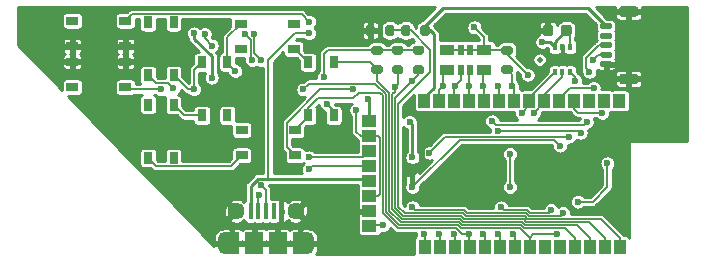
<source format=gbr>
%TF.GenerationSoftware,KiCad,Pcbnew,(5.1.9)-1*%
%TF.CreationDate,2021-08-08T21:49:21+01:00*%
%TF.ProjectId,glassphones - main pcb,676c6173-7370-4686-9f6e-6573202d206d,rev?*%
%TF.SameCoordinates,Original*%
%TF.FileFunction,Copper,L1,Top*%
%TF.FilePolarity,Positive*%
%FSLAX46Y46*%
G04 Gerber Fmt 4.6, Leading zero omitted, Abs format (unit mm)*
G04 Created by KiCad (PCBNEW (5.1.9)-1) date 2021-08-08 21:49:21*
%MOMM*%
%LPD*%
G01*
G04 APERTURE LIST*
%TA.AperFunction,EtchedComponent*%
%ADD10C,0.100000*%
%TD*%
%TA.AperFunction,SMDPad,CuDef*%
%ADD11R,1.219200X0.939800*%
%TD*%
%TA.AperFunction,SMDPad,CuDef*%
%ADD12R,0.508000X0.939800*%
%TD*%
%TA.AperFunction,SMDPad,CuDef*%
%ADD13R,0.400000X0.600000*%
%TD*%
%TA.AperFunction,SMDPad,CuDef*%
%ADD14C,0.100000*%
%TD*%
%TA.AperFunction,ComponentPad*%
%ADD15C,0.500000*%
%TD*%
%TA.AperFunction,SMDPad,CuDef*%
%ADD16R,1.000000X0.750000*%
%TD*%
%TA.AperFunction,SMDPad,CuDef*%
%ADD17R,0.750000X1.000000*%
%TD*%
%TA.AperFunction,SMDPad,CuDef*%
%ADD18R,1.200000X1.900000*%
%TD*%
%TA.AperFunction,ComponentPad*%
%ADD19O,1.200000X1.900000*%
%TD*%
%TA.AperFunction,SMDPad,CuDef*%
%ADD20R,1.500000X1.900000*%
%TD*%
%TA.AperFunction,ComponentPad*%
%ADD21C,1.450000*%
%TD*%
%TA.AperFunction,SMDPad,CuDef*%
%ADD22R,0.400000X1.350000*%
%TD*%
%TA.AperFunction,SMDPad,CuDef*%
%ADD23R,1.000000X1.200000*%
%TD*%
%TA.AperFunction,SMDPad,CuDef*%
%ADD24R,1.200000X1.000000*%
%TD*%
%TA.AperFunction,SMDPad,CuDef*%
%ADD25C,0.500000*%
%TD*%
%TA.AperFunction,ViaPad*%
%ADD26C,0.600000*%
%TD*%
%TA.AperFunction,Conductor*%
%ADD27C,0.127000*%
%TD*%
%TA.AperFunction,Conductor*%
%ADD28C,0.250000*%
%TD*%
%TA.AperFunction,Conductor*%
%ADD29C,0.254000*%
%TD*%
%TA.AperFunction,Conductor*%
%ADD30C,0.100000*%
%TD*%
G04 APERTURE END LIST*
D10*
%TO.C,NT1*%
G36*
X170250000Y-52750000D02*
G01*
X170250000Y-53750000D01*
X169750000Y-53750000D01*
X169750000Y-52750000D01*
X170250000Y-52750000D01*
G37*
%TD*%
%TO.P,J5,1*%
%TO.N,GND*%
%TA.AperFunction,SMDPad,CuDef*%
G36*
G01*
X186765000Y-43600000D02*
X186015000Y-43600000D01*
G75*
G02*
X185890000Y-43475000I0J125000D01*
G01*
X185890000Y-43225000D01*
G75*
G02*
X186015000Y-43100000I125000J0D01*
G01*
X186765000Y-43100000D01*
G75*
G02*
X186890000Y-43225000I0J-125000D01*
G01*
X186890000Y-43475000D01*
G75*
G02*
X186765000Y-43600000I-125000J0D01*
G01*
G37*
%TD.AperFunction*%
%TO.P,J5,2*%
%TO.N,GNDA*%
%TA.AperFunction,SMDPad,CuDef*%
G36*
G01*
X186765000Y-42800000D02*
X186015000Y-42800000D01*
G75*
G02*
X185890000Y-42675000I0J125000D01*
G01*
X185890000Y-42425000D01*
G75*
G02*
X186015000Y-42300000I125000J0D01*
G01*
X186765000Y-42300000D01*
G75*
G02*
X186890000Y-42425000I0J-125000D01*
G01*
X186890000Y-42675000D01*
G75*
G02*
X186765000Y-42800000I-125000J0D01*
G01*
G37*
%TD.AperFunction*%
%TO.P,J5,3*%
%TO.N,L_Audio*%
%TA.AperFunction,SMDPad,CuDef*%
G36*
G01*
X186765000Y-42000000D02*
X186015000Y-42000000D01*
G75*
G02*
X185890000Y-41875000I0J125000D01*
G01*
X185890000Y-41625000D01*
G75*
G02*
X186015000Y-41500000I125000J0D01*
G01*
X186765000Y-41500000D01*
G75*
G02*
X186890000Y-41625000I0J-125000D01*
G01*
X186890000Y-41875000D01*
G75*
G02*
X186765000Y-42000000I-125000J0D01*
G01*
G37*
%TD.AperFunction*%
%TO.P,J5,4*%
%TO.N,Net-(left_connector1-Pad4)*%
%TA.AperFunction,SMDPad,CuDef*%
G36*
G01*
X186765000Y-41200000D02*
X186015000Y-41200000D01*
G75*
G02*
X185890000Y-41075000I0J125000D01*
G01*
X185890000Y-40825000D01*
G75*
G02*
X186015000Y-40700000I125000J0D01*
G01*
X186765000Y-40700000D01*
G75*
G02*
X186890000Y-40825000I0J-125000D01*
G01*
X186890000Y-41075000D01*
G75*
G02*
X186765000Y-41200000I-125000J0D01*
G01*
G37*
%TD.AperFunction*%
%TO.P,J5,5*%
%TO.N,V_BAT*%
%TA.AperFunction,SMDPad,CuDef*%
G36*
G01*
X186765000Y-40400000D02*
X186015000Y-40400000D01*
G75*
G02*
X185890000Y-40275000I0J125000D01*
G01*
X185890000Y-40025000D01*
G75*
G02*
X186015000Y-39900000I125000J0D01*
G01*
X186765000Y-39900000D01*
G75*
G02*
X186890000Y-40025000I0J-125000D01*
G01*
X186890000Y-40275000D01*
G75*
G02*
X186765000Y-40400000I-125000J0D01*
G01*
G37*
%TD.AperFunction*%
%TO.P,J5,MP*%
%TO.N,GND*%
%TA.AperFunction,SMDPad,CuDef*%
G36*
G01*
X188885000Y-45050000D02*
X187735000Y-45050000D01*
G75*
G02*
X187510000Y-44825000I0J225000D01*
G01*
X187510000Y-44375000D01*
G75*
G02*
X187735000Y-44150000I225000J0D01*
G01*
X188885000Y-44150000D01*
G75*
G02*
X189110000Y-44375000I0J-225000D01*
G01*
X189110000Y-44825000D01*
G75*
G02*
X188885000Y-45050000I-225000J0D01*
G01*
G37*
%TD.AperFunction*%
%TA.AperFunction,SMDPad,CuDef*%
G36*
G01*
X188885000Y-39350000D02*
X187735000Y-39350000D01*
G75*
G02*
X187510000Y-39125000I0J225000D01*
G01*
X187510000Y-38675000D01*
G75*
G02*
X187735000Y-38450000I225000J0D01*
G01*
X188885000Y-38450000D01*
G75*
G02*
X189110000Y-38675000I0J-225000D01*
G01*
X189110000Y-39125000D01*
G75*
G02*
X188885000Y-39350000I-225000J0D01*
G01*
G37*
%TD.AperFunction*%
%TD*%
D11*
%TO.P,R2,8*%
%TO.N,BOOT+SD_PULLUP*%
X172950600Y-42136400D03*
D12*
%TO.P,R2,7*%
X174106201Y-42136400D03*
%TO.P,R2,6*%
X174906199Y-42136400D03*
D11*
%TO.P,R2,5*%
X176049400Y-42136400D03*
%TO.P,R2,4*%
%TO.N,SD_DAT3*%
X176049400Y-43863600D03*
D12*
%TO.P,R2,3*%
%TO.N,SD_DAT2*%
X174906199Y-43863600D03*
%TO.P,R2,2*%
%TO.N,SD_DAT1*%
X174106201Y-43863600D03*
D11*
%TO.P,R2,1*%
%TO.N,SD_DAT0*%
X172950600Y-43863600D03*
%TD*%
D13*
%TO.P,U3,2*%
%TO.N,GND*%
X182700000Y-41900000D03*
%TO.P,U3,6*%
%TO.N,BCLK*%
X182700000Y-44050000D03*
%TO.P,U3,3*%
%TO.N,+3V3*%
X182050000Y-41900000D03*
%TO.P,U3,5*%
%TO.N,LRCLK*%
X182050000Y-44050000D03*
%TO.P,U3,1*%
%TO.N,+3V3*%
X183350000Y-41900000D03*
%TO.P,U3,7*%
%TO.N,MIC_DATA*%
X183350000Y-44050000D03*
%TA.AperFunction,SMDPad,CuDef*%
D14*
%TO.P,U3,4*%
%TO.N,GND*%
G36*
X180648947Y-43786071D02*
G01*
X180569541Y-43770276D01*
X180492066Y-43746774D01*
X180417267Y-43715791D01*
X180345865Y-43677626D01*
X180278548Y-43632646D01*
X180215964Y-43581285D01*
X180158715Y-43524036D01*
X180107354Y-43461452D01*
X180062374Y-43394135D01*
X180024209Y-43322733D01*
X179993226Y-43247934D01*
X179969724Y-43170459D01*
X179953929Y-43091053D01*
X179945994Y-43010481D01*
X179945994Y-42929519D01*
X179953929Y-42848947D01*
X179969724Y-42769541D01*
X179993226Y-42692066D01*
X180024209Y-42617267D01*
X180062374Y-42545865D01*
X180107354Y-42478548D01*
X180158715Y-42415964D01*
X180215964Y-42358715D01*
X180278548Y-42307354D01*
X180345865Y-42262374D01*
X180417267Y-42224209D01*
X180492066Y-42193226D01*
X180569541Y-42169724D01*
X180648947Y-42153929D01*
X180729519Y-42145994D01*
X180810481Y-42145994D01*
X180891053Y-42153929D01*
X180970459Y-42169724D01*
X181047934Y-42193226D01*
X181122733Y-42224209D01*
X181194135Y-42262374D01*
X181261452Y-42307354D01*
X181324036Y-42358715D01*
X181381285Y-42415964D01*
X181432646Y-42478548D01*
X181477626Y-42545865D01*
X181515791Y-42617267D01*
X181546774Y-42692066D01*
X181570276Y-42769541D01*
X181586071Y-42848947D01*
X181593069Y-42920000D01*
X181600000Y-42920000D01*
X181600000Y-42995761D01*
X181294368Y-42995761D01*
X181294368Y-42944239D01*
X181289318Y-42892967D01*
X181279266Y-42842435D01*
X181264311Y-42793133D01*
X181244594Y-42745534D01*
X181220308Y-42700096D01*
X181191684Y-42657258D01*
X181158999Y-42617432D01*
X181122568Y-42581001D01*
X181082742Y-42548316D01*
X181039904Y-42519692D01*
X180994466Y-42495406D01*
X180946867Y-42475689D01*
X180897565Y-42460734D01*
X180847033Y-42450682D01*
X180795761Y-42445632D01*
X180744239Y-42445632D01*
X180692967Y-42450682D01*
X180642435Y-42460734D01*
X180593133Y-42475689D01*
X180545534Y-42495406D01*
X180500096Y-42519692D01*
X180457258Y-42548316D01*
X180417432Y-42581001D01*
X180381001Y-42617432D01*
X180348316Y-42657258D01*
X180319692Y-42700096D01*
X180295406Y-42745534D01*
X180275689Y-42793133D01*
X180260734Y-42842435D01*
X180250682Y-42892967D01*
X180245632Y-42944239D01*
X180245632Y-42995761D01*
X180250682Y-43047033D01*
X180260734Y-43097565D01*
X180275689Y-43146867D01*
X180295406Y-43194466D01*
X180319692Y-43239904D01*
X180348316Y-43282742D01*
X180381001Y-43322568D01*
X180417432Y-43358999D01*
X180457258Y-43391684D01*
X180500096Y-43420308D01*
X180545534Y-43444594D01*
X180593133Y-43464311D01*
X180642435Y-43479266D01*
X180692967Y-43489318D01*
X180744239Y-43494368D01*
X180795761Y-43494368D01*
X180847033Y-43489318D01*
X180897565Y-43479266D01*
X180946867Y-43464311D01*
X180994466Y-43444594D01*
X181039904Y-43420308D01*
X181082742Y-43391684D01*
X181122568Y-43358999D01*
X181158999Y-43322568D01*
X181191684Y-43282742D01*
X181220308Y-43239904D01*
X181244594Y-43194466D01*
X181264311Y-43146867D01*
X181279266Y-43097565D01*
X181289318Y-43047033D01*
X181294368Y-42995761D01*
X181600000Y-42995761D01*
X181600000Y-43020000D01*
X181593069Y-43020000D01*
X181586071Y-43091053D01*
X181570276Y-43170459D01*
X181546774Y-43247934D01*
X181515791Y-43322733D01*
X181477626Y-43394135D01*
X181432646Y-43461452D01*
X181381285Y-43524036D01*
X181324036Y-43581285D01*
X181261452Y-43632646D01*
X181194135Y-43677626D01*
X181122733Y-43715791D01*
X181047934Y-43746774D01*
X180970459Y-43770276D01*
X180891053Y-43786071D01*
X180810481Y-43794006D01*
X180729519Y-43794006D01*
X180648947Y-43786071D01*
G37*
%TD.AperFunction*%
D15*
%TO.P,U3,12*%
%TO.N,N/C*%
X180775000Y-42975000D03*
%TD*%
D16*
%TO.P,RST1,2*%
%TO.N,RST*%
X145692987Y-45307263D03*
X141192987Y-45307263D03*
%TO.P,RST1,1*%
%TO.N,GND*%
X141192987Y-43157263D03*
X145692987Y-43157263D03*
%TD*%
D17*
%TO.P,Ba1,2*%
%TO.N,row2*%
X149771697Y-39801022D03*
X149771697Y-44301022D03*
%TO.P,Ba1,1*%
%TO.N,Bcol3*%
X147621697Y-44301022D03*
X147621697Y-39801022D03*
%TD*%
D16*
%TO.P,Bu1,2*%
%TO.N,row1*%
X159948978Y-42071697D03*
X155448978Y-42071697D03*
%TO.P,Bu1,1*%
%TO.N,Bcol1*%
X155448978Y-39921697D03*
X159948978Y-39921697D03*
%TD*%
D17*
%TO.P,Br1,2*%
%TO.N,row1*%
X161178303Y-47698978D03*
X161178303Y-43198978D03*
%TO.P,Br1,1*%
%TO.N,Bcol3*%
X163328303Y-43198978D03*
X163328303Y-47698978D03*
%TD*%
D16*
%TO.P,BOOT1,2*%
%TO.N,BOOT+SD_PULLUP*%
X141201022Y-39678303D03*
X145701022Y-39678303D03*
%TO.P,BOOT1,1*%
%TO.N,GND*%
X145701022Y-41828303D03*
X141201022Y-41828303D03*
%TD*%
D17*
%TO.P,Bl1,2*%
%TO.N,row2*%
X152178303Y-47698978D03*
X152178303Y-43198978D03*
%TO.P,Bl1,1*%
%TO.N,Bcol1*%
X154328303Y-43198978D03*
X154328303Y-47698978D03*
%TD*%
D16*
%TO.P,Bd1,2*%
%TO.N,row1*%
X155551022Y-48928303D03*
X160051022Y-48928303D03*
%TO.P,Bd1,1*%
%TO.N,Bcol2*%
X160051022Y-51078303D03*
X155551022Y-51078303D03*
%TD*%
D17*
%TO.P,Bb1,2*%
%TO.N,row2*%
X149771697Y-46801022D03*
X149771697Y-51301022D03*
%TO.P,Bb1,1*%
%TO.N,Bcol2*%
X147621697Y-51301022D03*
X147621697Y-46801022D03*
%TD*%
D18*
%TO.P,J1,6*%
%TO.N,GND*%
X154700000Y-58500000D03*
X160500000Y-58500000D03*
D19*
X161100000Y-58500000D03*
X154100000Y-58500000D03*
D20*
X156600000Y-58500000D03*
D21*
X160100000Y-55800000D03*
D22*
%TO.P,J1,3*%
%TO.N,usb_d+*%
X157600000Y-55800000D03*
%TO.P,J1,4*%
%TO.N,Net-(J1-Pad4)*%
X158250000Y-55800000D03*
%TO.P,J1,5*%
%TO.N,GND*%
X158900000Y-55800000D03*
%TO.P,J1,1*%
%TO.N,usb_5v*%
X156300000Y-55800000D03*
%TO.P,J1,2*%
%TO.N,usb_d-*%
X156950000Y-55800000D03*
D21*
%TO.P,J1,6*%
%TO.N,GND*%
X155100000Y-55800000D03*
D20*
X158600000Y-58500000D03*
%TD*%
%TA.AperFunction,SMDPad,CuDef*%
D14*
%TO.P,U1,2*%
%TO.N,GND*%
G36*
X183900010Y-49699951D02*
G01*
X183900019Y-49699954D01*
X183900028Y-49699958D01*
X186020042Y-51819972D01*
X186020046Y-51819981D01*
X186020049Y-51819990D01*
X186020050Y-51820000D01*
X186020050Y-52490000D01*
X186020049Y-52490010D01*
X186020046Y-52490019D01*
X186020042Y-52490028D01*
X186020035Y-52490035D01*
X184220035Y-54280035D01*
X184220028Y-54280042D01*
X184220019Y-54280046D01*
X184220010Y-54280049D01*
X184220000Y-54280050D01*
X184219990Y-54280049D01*
X184219981Y-54280046D01*
X184219972Y-54280041D01*
X184219965Y-54280035D01*
X181769965Y-51820035D01*
X181769958Y-51820028D01*
X181769954Y-51820019D01*
X181769951Y-51820010D01*
X181769950Y-51820000D01*
X181769951Y-51819990D01*
X181769954Y-51819981D01*
X181769958Y-51819972D01*
X181769965Y-51819965D01*
X183899965Y-49699965D01*
X183899972Y-49699958D01*
X183899981Y-49699954D01*
X183899990Y-49699951D01*
X183900000Y-49699950D01*
X183900010Y-49699951D01*
G37*
%TD.AperFunction*%
D23*
%TO.P,U1,23*%
%TO.N,DAC_DATA*%
X171025200Y-58800000D03*
%TO.P,U1,24*%
%TO.N,SCL*%
X172295200Y-58800000D03*
%TO.P,U1,25*%
%TO.N,SDA*%
X173565200Y-58800000D03*
%TO.P,U1,26*%
%TO.N,row1*%
X174835200Y-58800000D03*
%TO.P,U1,27*%
%TO.N,MIC_DATA*%
X176105200Y-58800000D03*
%TO.P,U1,28*%
%TO.N,MCLK*%
X177375200Y-58800000D03*
%TO.P,U1,29*%
%TO.N,BOOT+SD_PULLUP*%
X178645200Y-58800000D03*
%TO.P,U1,30*%
%TO.N,row2*%
X179915200Y-58800000D03*
%TO.P,U1,31*%
%TO.N,Net-(U1-Pad31)*%
X181185200Y-58800000D03*
%TO.P,U1,32*%
%TO.N,Net-(U1-Pad32)*%
X182455200Y-58800000D03*
%TO.P,U1,33*%
%TO.N,Bcol3*%
X183725200Y-58800000D03*
%TO.P,U1,34*%
%TO.N,Bcol2*%
X184995200Y-58800000D03*
%TO.P,U1,35*%
%TO.N,Bcol1*%
X186265200Y-58800000D03*
%TO.P,U1,36*%
%TO.N,BAT_sense*%
X187535200Y-58800000D03*
%TO.P,U1,9*%
%TO.N,V_BAT*%
X171013900Y-46460000D03*
%TO.P,U1,10*%
%TO.N,SD_DAT0*%
X172283900Y-46460000D03*
%TO.P,U1,11*%
%TO.N,SD_DAT1*%
X173553900Y-46460000D03*
%TO.P,U1,12*%
%TO.N,SD_DAT2*%
X174823900Y-46460000D03*
%TO.P,U1,13*%
%TO.N,SD_DAT3*%
X176093900Y-46460000D03*
%TO.P,U1,14*%
%TO.N,SD_CLK*%
X177363900Y-46460000D03*
%TO.P,U1,15*%
%TO.N,SD_CMD*%
X178633900Y-46460000D03*
%TO.P,U1,16*%
%TO.N,LRCLK*%
X179903900Y-46460000D03*
%TO.P,U1,17*%
%TO.N,BCLK*%
X181173900Y-46460000D03*
%TO.P,U1,18*%
%TO.N,Lcol1*%
X182443900Y-46460000D03*
%TO.P,U1,19*%
%TO.N,Lcol2*%
X183713900Y-46460000D03*
%TO.P,U1,20*%
%TO.N,Net-(U1-Pad20)*%
X184983900Y-46460000D03*
%TO.P,U1,21*%
%TO.N,Net-(U1-Pad21)*%
X186253900Y-46460000D03*
%TO.P,U1,22*%
%TO.N,Net-(U1-Pad22)*%
X187523900Y-46460000D03*
D24*
%TO.P,U1,8*%
%TO.N,+3V3*%
X166350000Y-48175000D03*
%TO.P,U1,7*%
%TO.N,RST*%
X166350000Y-49445000D03*
%TO.P,U1,6*%
%TO.N,usb_d+*%
X166350000Y-50715000D03*
%TO.P,U1,5*%
%TO.N,usb_d-*%
X166350000Y-51985000D03*
%TO.P,U1,4*%
%TO.N,usb_5v*%
X166350000Y-53255000D03*
%TO.P,U1,3*%
%TO.N,RST*%
X166350000Y-54525000D03*
%TO.P,U1,2*%
%TO.N,GND*%
X166350000Y-55795000D03*
%TO.P,U1,1*%
%TO.N,Net-(R12-Pad1)*%
X166350000Y-57065000D03*
%TD*%
D25*
%TO.P,NT1,1*%
%TO.N,GND*%
X170000000Y-52750000D03*
%TO.P,NT1,2*%
%TO.N,GNDA*%
X170000000Y-53750000D03*
%TD*%
%TO.P,R7,1*%
%TO.N,Bcol3*%
%TA.AperFunction,SMDPad,CuDef*%
G36*
G01*
X167275000Y-44225000D02*
X166725000Y-44225000D01*
G75*
G02*
X166525000Y-44025000I0J200000D01*
G01*
X166525000Y-43625000D01*
G75*
G02*
X166725000Y-43425000I200000J0D01*
G01*
X167275000Y-43425000D01*
G75*
G02*
X167475000Y-43625000I0J-200000D01*
G01*
X167475000Y-44025000D01*
G75*
G02*
X167275000Y-44225000I-200000J0D01*
G01*
G37*
%TD.AperFunction*%
%TO.P,R7,2*%
%TO.N,+3V3*%
%TA.AperFunction,SMDPad,CuDef*%
G36*
G01*
X167275000Y-42575000D02*
X166725000Y-42575000D01*
G75*
G02*
X166525000Y-42375000I0J200000D01*
G01*
X166525000Y-41975000D01*
G75*
G02*
X166725000Y-41775000I200000J0D01*
G01*
X167275000Y-41775000D01*
G75*
G02*
X167475000Y-41975000I0J-200000D01*
G01*
X167475000Y-42375000D01*
G75*
G02*
X167275000Y-42575000I-200000J0D01*
G01*
G37*
%TD.AperFunction*%
%TD*%
%TO.P,R6,1*%
%TO.N,Bcol2*%
%TA.AperFunction,SMDPad,CuDef*%
G36*
G01*
X169025000Y-44225000D02*
X168475000Y-44225000D01*
G75*
G02*
X168275000Y-44025000I0J200000D01*
G01*
X168275000Y-43625000D01*
G75*
G02*
X168475000Y-43425000I200000J0D01*
G01*
X169025000Y-43425000D01*
G75*
G02*
X169225000Y-43625000I0J-200000D01*
G01*
X169225000Y-44025000D01*
G75*
G02*
X169025000Y-44225000I-200000J0D01*
G01*
G37*
%TD.AperFunction*%
%TO.P,R6,2*%
%TO.N,+3V3*%
%TA.AperFunction,SMDPad,CuDef*%
G36*
G01*
X169025000Y-42575000D02*
X168475000Y-42575000D01*
G75*
G02*
X168275000Y-42375000I0J200000D01*
G01*
X168275000Y-41975000D01*
G75*
G02*
X168475000Y-41775000I200000J0D01*
G01*
X169025000Y-41775000D01*
G75*
G02*
X169225000Y-41975000I0J-200000D01*
G01*
X169225000Y-42375000D01*
G75*
G02*
X169025000Y-42575000I-200000J0D01*
G01*
G37*
%TD.AperFunction*%
%TD*%
%TO.P,R5,2*%
%TO.N,+3V3*%
%TA.AperFunction,SMDPad,CuDef*%
G36*
G01*
X170775000Y-42575000D02*
X170225000Y-42575000D01*
G75*
G02*
X170025000Y-42375000I0J200000D01*
G01*
X170025000Y-41975000D01*
G75*
G02*
X170225000Y-41775000I200000J0D01*
G01*
X170775000Y-41775000D01*
G75*
G02*
X170975000Y-41975000I0J-200000D01*
G01*
X170975000Y-42375000D01*
G75*
G02*
X170775000Y-42575000I-200000J0D01*
G01*
G37*
%TD.AperFunction*%
%TO.P,R5,1*%
%TO.N,Bcol1*%
%TA.AperFunction,SMDPad,CuDef*%
G36*
G01*
X170775000Y-44225000D02*
X170225000Y-44225000D01*
G75*
G02*
X170025000Y-44025000I0J200000D01*
G01*
X170025000Y-43625000D01*
G75*
G02*
X170225000Y-43425000I200000J0D01*
G01*
X170775000Y-43425000D01*
G75*
G02*
X170975000Y-43625000I0J-200000D01*
G01*
X170975000Y-44025000D01*
G75*
G02*
X170775000Y-44225000I-200000J0D01*
G01*
G37*
%TD.AperFunction*%
%TD*%
%TO.P,R4,2*%
%TO.N,GND*%
%TA.AperFunction,SMDPad,CuDef*%
G36*
G01*
X166825000Y-40225000D02*
X166825000Y-40775000D01*
G75*
G02*
X166625000Y-40975000I-200000J0D01*
G01*
X166225000Y-40975000D01*
G75*
G02*
X166025000Y-40775000I0J200000D01*
G01*
X166025000Y-40225000D01*
G75*
G02*
X166225000Y-40025000I200000J0D01*
G01*
X166625000Y-40025000D01*
G75*
G02*
X166825000Y-40225000I0J-200000D01*
G01*
G37*
%TD.AperFunction*%
%TO.P,R4,1*%
%TO.N,BAT_sense*%
%TA.AperFunction,SMDPad,CuDef*%
G36*
G01*
X168475000Y-40225000D02*
X168475000Y-40775000D01*
G75*
G02*
X168275000Y-40975000I-200000J0D01*
G01*
X167875000Y-40975000D01*
G75*
G02*
X167675000Y-40775000I0J200000D01*
G01*
X167675000Y-40225000D01*
G75*
G02*
X167875000Y-40025000I200000J0D01*
G01*
X168275000Y-40025000D01*
G75*
G02*
X168475000Y-40225000I0J-200000D01*
G01*
G37*
%TD.AperFunction*%
%TD*%
%TO.P,R3,2*%
%TO.N,BAT_sense*%
%TA.AperFunction,SMDPad,CuDef*%
G36*
G01*
X169825000Y-40225000D02*
X169825000Y-40775000D01*
G75*
G02*
X169625000Y-40975000I-200000J0D01*
G01*
X169225000Y-40975000D01*
G75*
G02*
X169025000Y-40775000I0J200000D01*
G01*
X169025000Y-40225000D01*
G75*
G02*
X169225000Y-40025000I200000J0D01*
G01*
X169625000Y-40025000D01*
G75*
G02*
X169825000Y-40225000I0J-200000D01*
G01*
G37*
%TD.AperFunction*%
%TO.P,R3,1*%
%TO.N,V_BAT*%
%TA.AperFunction,SMDPad,CuDef*%
G36*
G01*
X171475000Y-40225000D02*
X171475000Y-40775000D01*
G75*
G02*
X171275000Y-40975000I-200000J0D01*
G01*
X170875000Y-40975000D01*
G75*
G02*
X170675000Y-40775000I0J200000D01*
G01*
X170675000Y-40225000D01*
G75*
G02*
X170875000Y-40025000I200000J0D01*
G01*
X171275000Y-40025000D01*
G75*
G02*
X171475000Y-40225000I0J-200000D01*
G01*
G37*
%TD.AperFunction*%
%TD*%
%TO.P,R1,2*%
%TO.N,SD_CMD*%
%TA.AperFunction,SMDPad,CuDef*%
G36*
G01*
X177725000Y-43425000D02*
X178275000Y-43425000D01*
G75*
G02*
X178475000Y-43625000I0J-200000D01*
G01*
X178475000Y-44025000D01*
G75*
G02*
X178275000Y-44225000I-200000J0D01*
G01*
X177725000Y-44225000D01*
G75*
G02*
X177525000Y-44025000I0J200000D01*
G01*
X177525000Y-43625000D01*
G75*
G02*
X177725000Y-43425000I200000J0D01*
G01*
G37*
%TD.AperFunction*%
%TO.P,R1,1*%
%TO.N,BOOT+SD_PULLUP*%
%TA.AperFunction,SMDPad,CuDef*%
G36*
G01*
X177725000Y-41775000D02*
X178275000Y-41775000D01*
G75*
G02*
X178475000Y-41975000I0J-200000D01*
G01*
X178475000Y-42375000D01*
G75*
G02*
X178275000Y-42575000I-200000J0D01*
G01*
X177725000Y-42575000D01*
G75*
G02*
X177525000Y-42375000I0J200000D01*
G01*
X177525000Y-41975000D01*
G75*
G02*
X177725000Y-41775000I200000J0D01*
G01*
G37*
%TD.AperFunction*%
%TD*%
%TO.P,C9,2*%
%TO.N,GND*%
%TA.AperFunction,SMDPad,CuDef*%
G36*
G01*
X181925000Y-40250000D02*
X181925000Y-40750000D01*
G75*
G02*
X181700000Y-40975000I-225000J0D01*
G01*
X181250000Y-40975000D01*
G75*
G02*
X181025000Y-40750000I0J225000D01*
G01*
X181025000Y-40250000D01*
G75*
G02*
X181250000Y-40025000I225000J0D01*
G01*
X181700000Y-40025000D01*
G75*
G02*
X181925000Y-40250000I0J-225000D01*
G01*
G37*
%TD.AperFunction*%
%TO.P,C9,1*%
%TO.N,+3V3*%
%TA.AperFunction,SMDPad,CuDef*%
G36*
G01*
X183475000Y-40250000D02*
X183475000Y-40750000D01*
G75*
G02*
X183250000Y-40975000I-225000J0D01*
G01*
X182800000Y-40975000D01*
G75*
G02*
X182575000Y-40750000I0J225000D01*
G01*
X182575000Y-40250000D01*
G75*
G02*
X182800000Y-40025000I225000J0D01*
G01*
X183250000Y-40025000D01*
G75*
G02*
X183475000Y-40250000I0J-225000D01*
G01*
G37*
%TD.AperFunction*%
%TD*%
D26*
%TO.N,row2*%
X151500000Y-45490500D03*
X160750000Y-45500000D03*
X182250000Y-57750000D03*
%TO.N,Bcol2*%
X168500000Y-45250000D03*
X168500000Y-45250000D03*
X165000000Y-45490500D03*
%TO.N,Bcol3*%
X149750000Y-45400000D03*
X162750000Y-46750000D03*
%TO.N,row1*%
X186500000Y-51750000D03*
X174750000Y-57750000D03*
X184000000Y-55000000D03*
%TO.N,BOOT+SD_PULLUP*%
X178500000Y-57750000D03*
X179750000Y-44250000D03*
X161250000Y-39750000D03*
X175250000Y-40250000D03*
%TO.N,GND*%
X182750000Y-52000000D03*
X174000000Y-52250000D03*
X175500000Y-52250000D03*
X174000000Y-50750000D03*
X175500000Y-50750000D03*
X162250000Y-48500000D03*
X174250000Y-48000000D03*
X173250000Y-48000000D03*
X178250000Y-48000000D03*
X153750000Y-40750000D03*
X152200000Y-44250000D03*
X190000000Y-39000000D03*
X186500000Y-39000000D03*
X180000000Y-53750000D03*
X175000000Y-55000000D03*
X169750000Y-59000000D03*
X169750000Y-58000000D03*
X192750000Y-49500000D03*
X189200000Y-49500000D03*
X172950000Y-39400000D03*
X173950000Y-39400000D03*
X179250000Y-41750000D03*
X184750000Y-41500000D03*
X153750000Y-49250000D03*
X158750000Y-52000000D03*
X137000000Y-39000000D03*
X137000000Y-41500000D03*
X150750000Y-55500000D03*
X140000000Y-44750000D03*
X146600000Y-51200000D03*
X143500000Y-48250000D03*
X164750000Y-54000000D03*
X170000000Y-39250000D03*
X169000000Y-39250000D03*
X164250000Y-39250000D03*
X163250000Y-39250000D03*
X164500000Y-48500000D03*
X170750000Y-49750000D03*
X170750000Y-48750000D03*
X180000000Y-54750000D03*
X179250000Y-39500000D03*
X184750000Y-40000000D03*
X192750000Y-45750000D03*
X192750000Y-41750000D03*
X189200000Y-46000000D03*
X156750000Y-52000000D03*
X156750000Y-47000000D03*
X159500000Y-47000000D03*
X182250000Y-47750000D03*
X171250000Y-55000000D03*
X165750000Y-59000000D03*
X149500000Y-42800000D03*
X147750000Y-42200000D03*
X152250000Y-51250000D03*
X148750000Y-48000000D03*
X144000000Y-43250000D03*
X164500000Y-50500000D03*
X162250000Y-50500000D03*
X181000000Y-44000000D03*
X187000000Y-47750000D03*
X182750000Y-54000000D03*
X144600000Y-39000000D03*
X162250000Y-54000000D03*
X152250000Y-52750000D03*
X189200000Y-41800000D03*
X182750000Y-43000000D03*
X192750000Y-39000000D03*
%TO.N,Bcol1*%
X170000000Y-44750000D03*
X155000000Y-43948000D03*
%TO.N,+3V3*%
X151500000Y-40750000D03*
X153000000Y-44500000D03*
X166272990Y-46272990D03*
X181000000Y-41500000D03*
X162500000Y-44438500D03*
X170000000Y-51250000D03*
X169750000Y-48250000D03*
%TO.N,Lcol1*%
X185330481Y-45382019D03*
%TO.N,Lcol2*%
X186074990Y-47500000D03*
%TO.N,usb_d+*%
X157200000Y-53600000D03*
X161250000Y-51250000D03*
%TO.N,usb_5v*%
X161250000Y-40750000D03*
%TO.N,usb_d-*%
X157000000Y-54400000D03*
X161250000Y-52250000D03*
%TO.N,SD_DAT1*%
X173600000Y-45200000D03*
X156600000Y-40800000D03*
X157200000Y-43016012D03*
%TO.N,SD_DAT0*%
X172600000Y-45200000D03*
X155800000Y-40800000D03*
X156400000Y-43016012D03*
%TO.N,SD_CLK*%
X177200000Y-45200000D03*
X153000000Y-41781001D03*
X152400000Y-40800000D03*
%TO.N,SD_CMD*%
X178400000Y-45200000D03*
%TO.N,SD_DAT3*%
X176000000Y-45200000D03*
%TO.N,SD_DAT2*%
X174800000Y-45200000D03*
%TO.N,L_Audio*%
X171427685Y-50855628D03*
X183250000Y-49500000D03*
X184982522Y-43982522D03*
%TO.N,Net-(R12-Pad1)*%
X182750000Y-55969151D03*
X170000000Y-55489450D03*
X167500000Y-57000000D03*
%TO.N,RST*%
X148750000Y-45500000D03*
X165250000Y-47250000D03*
%TO.N,DAC_DATA*%
X171000000Y-57750000D03*
X178250000Y-53750000D03*
X178250000Y-50948000D03*
%TO.N,SCL*%
X172250000Y-57750000D03*
X176750000Y-48190501D03*
X184750000Y-48250000D03*
%TO.N,SDA*%
X173500000Y-57750000D03*
X177250000Y-49000000D03*
X184242047Y-49157613D03*
%TO.N,MIC_DATA*%
X176000000Y-57750000D03*
X181750000Y-55715141D03*
X177500000Y-55489452D03*
X183750000Y-44750000D03*
%TO.N,MCLK*%
X177250000Y-57750000D03*
%TO.N,BCLK*%
X180250000Y-47500000D03*
%TO.N,LRCLK*%
X179250000Y-47500000D03*
%TO.N,GNDA*%
X182500000Y-50250000D03*
X170000000Y-53750000D03*
X185250000Y-43000000D03*
%TD*%
D27*
%TO.N,row2*%
X174085166Y-57250000D02*
X179092200Y-57250000D01*
X173831156Y-56995990D02*
X174085166Y-57250000D01*
X167758019Y-55867243D02*
X168886765Y-56995989D01*
X167758020Y-45898796D02*
X167758019Y-55867243D01*
X168886765Y-56995989D02*
X173831156Y-56995990D01*
X166859224Y-45000000D02*
X167758020Y-45898796D01*
X161250001Y-44999999D02*
X166859224Y-45000000D01*
X160750000Y-45500000D02*
X161250001Y-44999999D01*
X180238200Y-57750000D02*
X182250000Y-57750000D01*
X179915200Y-58073000D02*
X180238200Y-57750000D01*
X179915200Y-58073000D02*
X179092200Y-57250000D01*
X179915200Y-58800000D02*
X179915200Y-58073000D01*
X150669653Y-47698978D02*
X149771697Y-46801022D01*
X152178303Y-47698978D02*
X150669653Y-47698978D01*
X150961175Y-45490500D02*
X149771697Y-44301022D01*
X151500000Y-45490500D02*
X150961175Y-45490500D01*
X151500000Y-43877281D02*
X152178303Y-43198978D01*
X151500000Y-45490500D02*
X151500000Y-43877281D01*
%TO.N,Bcol2*%
X168750000Y-44000000D02*
X168750000Y-43825000D01*
X168750000Y-45000000D02*
X168500000Y-45250000D01*
X168750000Y-43825000D02*
X168750000Y-45000000D01*
X168500000Y-45674264D02*
X168266040Y-45908224D01*
X168500000Y-45250000D02*
X168500000Y-45674264D01*
X168266040Y-45908224D02*
X168266040Y-55656816D01*
X168266040Y-55656816D02*
X169097194Y-56487970D01*
X184995200Y-58073000D02*
X184995200Y-58800000D01*
X184995200Y-58073000D02*
X183889871Y-56967671D01*
X179528319Y-56967671D02*
X179302628Y-56741980D01*
X183889871Y-56967671D02*
X179528319Y-56967671D01*
X174041584Y-56487970D02*
X169097194Y-56487970D01*
X174295594Y-56741980D02*
X174041584Y-56487970D01*
X179302628Y-56741980D02*
X174295594Y-56741980D01*
X159360521Y-50387802D02*
X160051022Y-51078303D01*
X159360521Y-48298858D02*
X159360521Y-50387802D01*
X162168879Y-45490500D02*
X159360521Y-48298858D01*
X165000000Y-45490500D02*
X162168879Y-45490500D01*
X148312198Y-51991523D02*
X147621697Y-51301022D01*
X154637802Y-51991523D02*
X148312198Y-51991523D01*
X155551022Y-51078303D02*
X154637802Y-51991523D01*
%TO.N,Bcol3*%
X163328303Y-47328303D02*
X162750000Y-46750000D01*
X163328303Y-47698978D02*
X163328303Y-47328303D01*
X166373978Y-43198978D02*
X167000000Y-43825000D01*
X166373978Y-43198978D02*
X163328303Y-43198978D01*
X183725200Y-58627098D02*
X183725200Y-58800000D01*
X168012030Y-55762030D02*
X168991980Y-56741980D01*
X168012030Y-45793582D02*
X168012030Y-55762030D01*
X167000000Y-44781552D02*
X168012030Y-45793582D01*
X167000000Y-43825000D02*
X167000000Y-44781552D01*
X183725200Y-58073000D02*
X182902200Y-57250000D01*
X183725200Y-58800000D02*
X183725200Y-58073000D01*
X179451424Y-57250000D02*
X179197414Y-56995990D01*
X182902200Y-57250000D02*
X179451424Y-57250000D01*
X173936370Y-56741980D02*
X168991980Y-56741980D01*
X174190380Y-56995990D02*
X173936370Y-56741980D01*
X179197414Y-56995990D02*
X174190380Y-56995990D01*
X149341523Y-44991523D02*
X149750000Y-45400000D01*
X148312198Y-44991523D02*
X149341523Y-44991523D01*
X147621697Y-44301022D02*
X148312198Y-44991523D01*
%TO.N,row1*%
X160051022Y-42071697D02*
X161178303Y-43198978D01*
X159948978Y-42071697D02*
X160051022Y-42071697D01*
X161178303Y-47801022D02*
X160051022Y-48928303D01*
X161178303Y-47698978D02*
X161178303Y-47801022D01*
X168781550Y-57249998D02*
X173725940Y-57249998D01*
X167504010Y-55972458D02*
X168781550Y-57249998D01*
X167504010Y-46004010D02*
X167504010Y-55972458D01*
X174835200Y-58359258D02*
X174835200Y-58800000D01*
X174750000Y-58714800D02*
X174835200Y-58800000D01*
X174750000Y-57750000D02*
X174750000Y-58714800D01*
X174750000Y-57750000D02*
X174225942Y-57750000D01*
X174225942Y-57750000D02*
X173725940Y-57249998D01*
X161178303Y-47071978D02*
X161178303Y-47698978D01*
X164956943Y-46259499D02*
X161990782Y-46259499D01*
X165433953Y-45782489D02*
X164956943Y-46259499D01*
X161990782Y-46259499D02*
X161178303Y-47071978D01*
X167282489Y-45782489D02*
X165433953Y-45782489D01*
X167504010Y-46004010D02*
X167282489Y-45782489D01*
X186500000Y-51750000D02*
X186500000Y-53750000D01*
X185250000Y-55000000D02*
X184000000Y-55000000D01*
X186500000Y-53750000D02*
X185250000Y-55000000D01*
%TO.N,BOOT+SD_PULLUP*%
X172950600Y-42136400D02*
X174106201Y-42136400D01*
X174106201Y-42136400D02*
X174906199Y-42136400D01*
X174906199Y-42136400D02*
X176049400Y-42136400D01*
X177961400Y-42136400D02*
X178000000Y-42175000D01*
X176049400Y-42136400D02*
X177961400Y-42136400D01*
X178645200Y-57895200D02*
X178500000Y-57750000D01*
X178645200Y-58800000D02*
X178645200Y-57895200D01*
X178000000Y-42500000D02*
X179750000Y-44250000D01*
X178000000Y-42175000D02*
X178000000Y-42500000D01*
X176049400Y-41049400D02*
X175250000Y-40250000D01*
X176049400Y-42136400D02*
X176049400Y-41049400D01*
X146268804Y-39110521D02*
X145701022Y-39678303D01*
X160610521Y-39110521D02*
X146268804Y-39110521D01*
X161250000Y-39750000D02*
X160610521Y-39110521D01*
D28*
%TO.N,GND*%
X174250000Y-48000000D02*
X173250000Y-48000000D01*
X153750000Y-40750000D02*
X153701302Y-40798698D01*
D27*
X182700000Y-41900000D02*
X182700000Y-42092902D01*
D28*
X170875684Y-50374316D02*
X173250000Y-48000000D01*
X170875684Y-51874316D02*
X170875684Y-50374316D01*
X170000000Y-52750000D02*
X170875684Y-51874316D01*
X170000000Y-52750000D02*
X170000000Y-52250000D01*
X170000000Y-52750000D02*
X169750000Y-52500000D01*
X169750000Y-52500000D02*
X169750000Y-52250000D01*
X169750000Y-52500000D02*
X169500000Y-52500000D01*
X170000000Y-52750000D02*
X169500000Y-52750000D01*
X174250000Y-48000000D02*
X174750000Y-47500000D01*
X177750000Y-47500000D02*
X178250000Y-48000000D01*
X174750000Y-47500000D02*
X177750000Y-47500000D01*
X188310000Y-45560000D02*
X188750000Y-46000000D01*
X188310000Y-44600000D02*
X188310000Y-45560000D01*
D27*
%TO.N,Bcol1*%
X154328303Y-41042372D02*
X155448978Y-39921697D01*
X154328303Y-43198978D02*
X154328303Y-41042372D01*
X154328303Y-43276303D02*
X155000000Y-43948000D01*
X154328303Y-43198978D02*
X154328303Y-43276303D01*
X170500000Y-44250000D02*
X170000000Y-44750000D01*
X170500000Y-43825000D02*
X170500000Y-44250000D01*
X186265200Y-58627098D02*
X186265200Y-58800000D01*
X168520050Y-55520050D02*
X168520050Y-46229950D01*
X174146798Y-56233960D02*
X169233960Y-56233960D01*
X174400808Y-56487970D02*
X174146798Y-56233960D01*
X179407842Y-56487970D02*
X174400808Y-56487970D01*
X168520050Y-46229950D02*
X170000000Y-44750000D01*
X179633533Y-56713661D02*
X179407842Y-56487970D01*
X169233960Y-56233960D02*
X168520050Y-55520050D01*
X184905861Y-56713661D02*
X179633533Y-56713661D01*
X186265200Y-58073000D02*
X184905861Y-56713661D01*
X186265200Y-58800000D02*
X186265200Y-58073000D01*
%TO.N,+3V3*%
X167000000Y-42175000D02*
X168750000Y-42175000D01*
X168750000Y-42175000D02*
X170500000Y-42175000D01*
D28*
X166275000Y-48250000D02*
X166350000Y-48175000D01*
X151500000Y-41192073D02*
X151500000Y-40750000D01*
X153000000Y-42692073D02*
X151500000Y-41192073D01*
X153000000Y-44500000D02*
X153000000Y-42692073D01*
D27*
X162825000Y-42175000D02*
X167000000Y-42175000D01*
D28*
X166350000Y-46350000D02*
X166272990Y-46272990D01*
X166350000Y-48175000D02*
X166350000Y-46350000D01*
X181025000Y-41475000D02*
X181000000Y-41500000D01*
D27*
X183350000Y-40825000D02*
X183350000Y-41900000D01*
X183025000Y-40500000D02*
X183350000Y-40825000D01*
D28*
X182050000Y-41475000D02*
X182050000Y-41900000D01*
X183025000Y-40500000D02*
X182050000Y-41475000D01*
X181650000Y-41500000D02*
X182050000Y-41900000D01*
X181000000Y-41500000D02*
X181650000Y-41500000D01*
D27*
X162500000Y-42500000D02*
X162500000Y-44438500D01*
X162825000Y-42175000D02*
X162500000Y-42500000D01*
D28*
X170000000Y-48500000D02*
X169750000Y-48250000D01*
X170000000Y-51250000D02*
X170000000Y-48500000D01*
D27*
%TO.N,Lcol1*%
X185198462Y-45250000D02*
X185330481Y-45382019D01*
X183348979Y-45382019D02*
X182443900Y-46287098D01*
X182443900Y-46287098D02*
X182443900Y-46460000D01*
X185330481Y-45382019D02*
X183348979Y-45382019D01*
%TO.N,Lcol2*%
X184026900Y-47500000D02*
X183713900Y-47187000D01*
X183713900Y-47187000D02*
X183713900Y-46460000D01*
X186074990Y-47500000D02*
X184026900Y-47500000D01*
%TO.N,usb_d+*%
X157600000Y-54000000D02*
X157200000Y-53600000D01*
X157600000Y-55800000D02*
X157600000Y-54000000D01*
X165815000Y-51250000D02*
X166350000Y-50715000D01*
X161250000Y-51250000D02*
X165815000Y-51250000D01*
%TO.N,usb_5v*%
X166204499Y-53109499D02*
X166350000Y-53255000D01*
D28*
X166142999Y-53047999D02*
X166350000Y-53255000D01*
X156300000Y-53683038D02*
X156935039Y-53047999D01*
X156300000Y-55800000D02*
X156300000Y-53683038D01*
D27*
X160052773Y-40750000D02*
X161250000Y-40750000D01*
X157797999Y-43004774D02*
X160052773Y-40750000D01*
X157797999Y-53047999D02*
X157797999Y-43004774D01*
D28*
X156935039Y-53047999D02*
X157797999Y-53047999D01*
X157797999Y-53047999D02*
X166142999Y-53047999D01*
D27*
%TO.N,usb_d-*%
X156950000Y-54450000D02*
X157000000Y-54400000D01*
X156950000Y-55800000D02*
X156950000Y-54450000D01*
X161515000Y-51985000D02*
X161250000Y-52250000D01*
X166350000Y-51985000D02*
X161515000Y-51985000D01*
%TO.N,SD_DAT1*%
X173553900Y-45246100D02*
X173600000Y-45200000D01*
X173553900Y-46460000D02*
X173553900Y-45246100D01*
X174106201Y-44693799D02*
X174106201Y-43863600D01*
X173600000Y-45200000D02*
X174106201Y-44693799D01*
X156600000Y-42200000D02*
X156600000Y-40800000D01*
X156600000Y-42416012D02*
X156600000Y-42200000D01*
X157200000Y-43016012D02*
X156600000Y-42416012D01*
%TO.N,SD_DAT0*%
X172283900Y-45516100D02*
X172600000Y-45200000D01*
X172283900Y-46460000D02*
X172283900Y-45516100D01*
X172600000Y-44214200D02*
X172950600Y-43863600D01*
X172600000Y-45200000D02*
X172600000Y-44214200D01*
X156345990Y-42962002D02*
X156400000Y-43016012D01*
X156345990Y-41345990D02*
X156345990Y-42962002D01*
X155800000Y-40800000D02*
X156345990Y-41345990D01*
%TO.N,SD_CLK*%
X177363900Y-45363900D02*
X177200000Y-45200000D01*
X177363900Y-46460000D02*
X177363900Y-45363900D01*
X152400000Y-41181001D02*
X153000000Y-41781001D01*
X152400000Y-40800000D02*
X152400000Y-41181001D01*
%TO.N,SD_CMD*%
X178633900Y-45433900D02*
X178400000Y-45200000D01*
X178633900Y-46460000D02*
X178633900Y-45433900D01*
X178400000Y-44225000D02*
X178000000Y-43825000D01*
X178400000Y-45200000D02*
X178400000Y-44225000D01*
%TO.N,SD_DAT3*%
X176093900Y-45293900D02*
X176000000Y-45200000D01*
X176093900Y-46460000D02*
X176093900Y-45293900D01*
X176000000Y-43913000D02*
X176049400Y-43863600D01*
X176000000Y-45200000D02*
X176000000Y-43913000D01*
%TO.N,SD_DAT2*%
X174823900Y-45223900D02*
X174800000Y-45200000D01*
X174823900Y-46460000D02*
X174823900Y-45223900D01*
X174800000Y-43969799D02*
X174906199Y-43863600D01*
X174800000Y-45200000D02*
X174800000Y-43969799D01*
%TO.N,L_Audio*%
X172783313Y-49500000D02*
X171427685Y-50855628D01*
X183250000Y-49500000D02*
X172783313Y-49500000D01*
X185890000Y-41750000D02*
X186390000Y-41750000D01*
X184982522Y-43982522D02*
X184682523Y-43682523D01*
X185774058Y-41750000D02*
X186390000Y-41750000D01*
X184682523Y-42841535D02*
X185774058Y-41750000D01*
X184682523Y-43682523D02*
X184682523Y-42841535D01*
D28*
%TO.N,V_BAT*%
X171275000Y-46198900D02*
X171013900Y-46460000D01*
X171013900Y-46176398D02*
X171013900Y-46460000D01*
X171815510Y-45374788D02*
X171013900Y-46176398D01*
X171815510Y-40840510D02*
X171815510Y-45374788D01*
X171475000Y-40500000D02*
X171815510Y-40840510D01*
X171075000Y-40500000D02*
X171475000Y-40500000D01*
X184840000Y-38600000D02*
X186390000Y-40150000D01*
X172600000Y-38600000D02*
X184840000Y-38600000D01*
X171075000Y-40125000D02*
X172600000Y-38600000D01*
X171075000Y-40500000D02*
X171075000Y-40125000D01*
D27*
%TO.N,BAT_sense*%
X168075000Y-40500000D02*
X169425000Y-40500000D01*
X169675000Y-40500000D02*
X169750000Y-40500000D01*
X179738747Y-56459651D02*
X185921851Y-56459651D01*
X187535200Y-58073000D02*
X187535200Y-58800000D01*
X174506022Y-56233960D02*
X179513057Y-56233961D01*
X174252013Y-55979951D02*
X174506022Y-56233960D01*
X185921851Y-56459651D02*
X187535200Y-58073000D01*
X169339174Y-55979950D02*
X174252013Y-55979951D01*
X168774060Y-55414836D02*
X169339174Y-55979950D01*
X179513057Y-56233961D02*
X179738747Y-56459651D01*
X171500000Y-44000000D02*
X168774060Y-46725940D01*
X171500000Y-42147736D02*
X171500000Y-44000000D01*
X168774060Y-46725940D02*
X168774060Y-55414836D01*
X169852264Y-40500000D02*
X171500000Y-42147736D01*
X169425000Y-40500000D02*
X169852264Y-40500000D01*
%TO.N,Net-(R12-Pad1)*%
X182750000Y-56000000D02*
X182544359Y-56205641D01*
X182750000Y-55969151D02*
X182750000Y-56000000D01*
X179843961Y-56205641D02*
X179618272Y-55979952D01*
X182544359Y-56205641D02*
X179843961Y-56205641D01*
X174611238Y-55979952D02*
X174357226Y-55725942D01*
X179618272Y-55979952D02*
X174611238Y-55979952D01*
X174357226Y-55725942D02*
X171475942Y-55725942D01*
X170236492Y-55725942D02*
X170000000Y-55489450D01*
X171475942Y-55725942D02*
X170236492Y-55725942D01*
X166415000Y-57000000D02*
X166350000Y-57065000D01*
X167500000Y-57000000D02*
X166415000Y-57000000D01*
%TO.N,RST*%
X167077000Y-49445000D02*
X167250000Y-49618000D01*
X166350000Y-49445000D02*
X167077000Y-49445000D01*
X167077000Y-54525000D02*
X166350000Y-54525000D01*
X167250000Y-54352000D02*
X167077000Y-54525000D01*
X167250000Y-49618000D02*
X167250000Y-54352000D01*
X166350000Y-49445000D02*
X166301196Y-49493804D01*
X165250000Y-49072000D02*
X165623000Y-49445000D01*
X165623000Y-49445000D02*
X166350000Y-49445000D01*
X165250000Y-47250000D02*
X165250000Y-49072000D01*
X145885724Y-45500000D02*
X145692987Y-45307263D01*
X148750000Y-45500000D02*
X145885724Y-45500000D01*
%TO.N,DAC_DATA*%
X171025200Y-57775200D02*
X171000000Y-57750000D01*
X171025200Y-58800000D02*
X171025200Y-57775200D01*
X178250000Y-50948000D02*
X178250000Y-53750000D01*
%TO.N,SCL*%
X172295200Y-57795200D02*
X172250000Y-57750000D01*
X172295200Y-58800000D02*
X172295200Y-57795200D01*
X184509499Y-48490501D02*
X184750000Y-48250000D01*
X177050000Y-48490501D02*
X184509499Y-48490501D01*
X176750000Y-48190501D02*
X177050000Y-48490501D01*
%TO.N,SDA*%
X173565200Y-57815200D02*
X173500000Y-57750000D01*
X173565200Y-58800000D02*
X173565200Y-57815200D01*
X184084434Y-49000000D02*
X184242047Y-49157613D01*
X177250000Y-49000000D02*
X184084434Y-49000000D01*
%TO.N,MIC_DATA*%
X176105200Y-57855200D02*
X176000000Y-57750000D01*
X176105200Y-58800000D02*
X176105200Y-57855200D01*
X181750000Y-55750000D02*
X181548369Y-55951631D01*
X181750000Y-55715141D02*
X181750000Y-55750000D01*
X181548369Y-55951631D02*
X180750000Y-55951631D01*
X179949175Y-55951631D02*
X179723486Y-55725942D01*
X180750000Y-55951631D02*
X179949175Y-55951631D01*
X177736490Y-55725942D02*
X177500000Y-55489452D01*
X179723486Y-55725942D02*
X177736490Y-55725942D01*
X183350000Y-44050000D02*
X183450000Y-44050000D01*
X183750000Y-44450000D02*
X183350000Y-44050000D01*
X183750000Y-44750000D02*
X183750000Y-44450000D01*
%TO.N,MCLK*%
X177375200Y-57875200D02*
X177250000Y-57750000D01*
X177375200Y-58800000D02*
X177375200Y-57875200D01*
%TO.N,BCLK*%
X181173900Y-46576100D02*
X180250000Y-47500000D01*
X181173900Y-46460000D02*
X181173900Y-46576100D01*
X182700000Y-44477000D02*
X181173900Y-46003100D01*
X181173900Y-46003100D02*
X181173900Y-46460000D01*
X182700000Y-44050000D02*
X182700000Y-44477000D01*
%TO.N,LRCLK*%
X179903900Y-46196100D02*
X179903900Y-46460000D01*
X182050000Y-44050000D02*
X179903900Y-46196100D01*
X179903900Y-46846100D02*
X179250000Y-47500000D01*
X179903900Y-46460000D02*
X179903900Y-46846100D01*
%TO.N,GNDA*%
X182500000Y-50250000D02*
X182004010Y-49754010D01*
X173995990Y-49754010D02*
X170000000Y-53750000D01*
X182004010Y-49754010D02*
X173995990Y-49754010D01*
X186131670Y-42550000D02*
X186390000Y-42550000D01*
X185700000Y-42550000D02*
X186390000Y-42550000D01*
X185250000Y-43000000D02*
X185700000Y-42550000D01*
%TD*%
D29*
%TO.N,GND*%
X170840491Y-39649575D02*
X170762077Y-39657298D01*
X170653494Y-39690236D01*
X170553423Y-39743725D01*
X170465710Y-39815710D01*
X170393725Y-39903423D01*
X170340236Y-40003494D01*
X170307298Y-40112077D01*
X170296176Y-40225000D01*
X170296176Y-40320952D01*
X170203824Y-40228600D01*
X170203824Y-40225000D01*
X170192702Y-40112077D01*
X170159764Y-40003494D01*
X170106275Y-39903423D01*
X170034290Y-39815710D01*
X169946577Y-39743725D01*
X169846506Y-39690236D01*
X169737923Y-39657298D01*
X169625000Y-39646176D01*
X169225000Y-39646176D01*
X169112077Y-39657298D01*
X169003494Y-39690236D01*
X168903423Y-39743725D01*
X168815710Y-39815710D01*
X168750000Y-39895777D01*
X168684290Y-39815710D01*
X168596577Y-39743725D01*
X168496506Y-39690236D01*
X168387923Y-39657298D01*
X168275000Y-39646176D01*
X167875000Y-39646176D01*
X167762077Y-39657298D01*
X167653494Y-39690236D01*
X167553423Y-39743725D01*
X167465710Y-39815710D01*
X167393725Y-39903423D01*
X167340236Y-40003494D01*
X167307298Y-40112077D01*
X167296176Y-40225000D01*
X167296176Y-40775000D01*
X167307298Y-40887923D01*
X167340236Y-40996506D01*
X167393725Y-41096577D01*
X167465710Y-41184290D01*
X167553423Y-41256275D01*
X167653494Y-41309764D01*
X167762077Y-41342702D01*
X167875000Y-41353824D01*
X168275000Y-41353824D01*
X168387923Y-41342702D01*
X168496506Y-41309764D01*
X168596577Y-41256275D01*
X168684290Y-41184290D01*
X168750000Y-41104223D01*
X168815710Y-41184290D01*
X168903423Y-41256275D01*
X169003494Y-41309764D01*
X169112077Y-41342702D01*
X169225000Y-41353824D01*
X169625000Y-41353824D01*
X169737923Y-41342702D01*
X169846506Y-41309764D01*
X169946577Y-41256275D01*
X169967998Y-41238695D01*
X170134403Y-41405099D01*
X170112077Y-41407298D01*
X170003494Y-41440236D01*
X169903423Y-41493725D01*
X169815710Y-41565710D01*
X169743725Y-41653423D01*
X169700388Y-41734500D01*
X169549612Y-41734500D01*
X169506275Y-41653423D01*
X169434290Y-41565710D01*
X169346577Y-41493725D01*
X169246506Y-41440236D01*
X169137923Y-41407298D01*
X169025000Y-41396176D01*
X168475000Y-41396176D01*
X168362077Y-41407298D01*
X168253494Y-41440236D01*
X168153423Y-41493725D01*
X168065710Y-41565710D01*
X167993725Y-41653423D01*
X167950388Y-41734500D01*
X167799612Y-41734500D01*
X167756275Y-41653423D01*
X167684290Y-41565710D01*
X167596577Y-41493725D01*
X167496506Y-41440236D01*
X167387923Y-41407298D01*
X167275000Y-41396176D01*
X166725000Y-41396176D01*
X166612077Y-41407298D01*
X166503494Y-41440236D01*
X166403423Y-41493725D01*
X166315710Y-41565710D01*
X166243725Y-41653423D01*
X166200388Y-41734500D01*
X162846625Y-41734500D01*
X162824999Y-41732370D01*
X162803373Y-41734500D01*
X162803364Y-41734500D01*
X162738647Y-41740874D01*
X162655612Y-41766062D01*
X162579087Y-41806966D01*
X162548625Y-41831966D01*
X162529478Y-41847680D01*
X162512013Y-41862013D01*
X162498222Y-41878817D01*
X162203821Y-42173218D01*
X162187013Y-42187013D01*
X162131966Y-42254088D01*
X162091062Y-42330613D01*
X162065874Y-42413648D01*
X162059500Y-42478365D01*
X162059500Y-42478371D01*
X162057370Y-42500000D01*
X162059500Y-42521629D01*
X162059501Y-43921576D01*
X161974140Y-44006937D01*
X161900050Y-44117820D01*
X161849016Y-44241026D01*
X161823000Y-44371821D01*
X161823000Y-44505179D01*
X161833805Y-44559499D01*
X161271626Y-44559499D01*
X161250000Y-44557369D01*
X161228374Y-44559499D01*
X161228366Y-44559499D01*
X161163649Y-44565873D01*
X161115057Y-44580613D01*
X161080613Y-44591061D01*
X161004088Y-44631965D01*
X160953819Y-44673220D01*
X160953813Y-44673226D01*
X160937015Y-44687012D01*
X160923229Y-44703810D01*
X160804039Y-44823000D01*
X160683321Y-44823000D01*
X160552526Y-44849016D01*
X160429320Y-44900050D01*
X160318437Y-44974140D01*
X160224140Y-45068437D01*
X160150050Y-45179320D01*
X160099016Y-45302526D01*
X160073000Y-45433321D01*
X160073000Y-45566679D01*
X160099016Y-45697474D01*
X160150050Y-45820680D01*
X160224140Y-45931563D01*
X160318437Y-46025860D01*
X160429320Y-46099950D01*
X160552526Y-46150984D01*
X160683321Y-46177000D01*
X160816679Y-46177000D01*
X160870030Y-46166388D01*
X159064343Y-47972076D01*
X159047534Y-47985871D01*
X158992487Y-48052946D01*
X158951583Y-48129471D01*
X158926395Y-48212506D01*
X158920021Y-48277223D01*
X158920021Y-48277229D01*
X158917891Y-48298858D01*
X158920021Y-48320487D01*
X158920022Y-50366163D01*
X158917891Y-50387802D01*
X158926395Y-50474154D01*
X158951583Y-50557189D01*
X158992487Y-50633714D01*
X159021746Y-50669365D01*
X159047535Y-50700789D01*
X159064338Y-50714579D01*
X159172198Y-50822439D01*
X159172198Y-51453303D01*
X159179477Y-51527208D01*
X159201034Y-51598273D01*
X159236041Y-51663766D01*
X159283153Y-51721172D01*
X159340559Y-51768284D01*
X159406052Y-51803291D01*
X159477117Y-51824848D01*
X159551022Y-51832127D01*
X160551022Y-51832127D01*
X160624927Y-51824848D01*
X160695992Y-51803291D01*
X160761485Y-51768284D01*
X160788605Y-51746028D01*
X160792577Y-51750000D01*
X160724140Y-51818437D01*
X160650050Y-51929320D01*
X160599016Y-52052526D01*
X160573000Y-52183321D01*
X160573000Y-52316679D01*
X160599016Y-52447474D01*
X160639827Y-52545999D01*
X158238499Y-52545999D01*
X158238499Y-43187234D01*
X159070154Y-42355579D01*
X159070154Y-42446697D01*
X159077433Y-42520602D01*
X159098990Y-42591667D01*
X159133997Y-42657160D01*
X159181109Y-42714566D01*
X159238515Y-42761678D01*
X159304008Y-42796685D01*
X159375073Y-42818242D01*
X159448978Y-42825521D01*
X160181886Y-42825521D01*
X160424479Y-43068115D01*
X160424479Y-43698978D01*
X160431758Y-43772883D01*
X160453315Y-43843948D01*
X160488322Y-43909441D01*
X160535434Y-43966847D01*
X160592840Y-44013959D01*
X160658333Y-44048966D01*
X160729398Y-44070523D01*
X160803303Y-44077802D01*
X161553303Y-44077802D01*
X161627208Y-44070523D01*
X161698273Y-44048966D01*
X161763766Y-44013959D01*
X161821172Y-43966847D01*
X161868284Y-43909441D01*
X161903291Y-43843948D01*
X161924848Y-43772883D01*
X161932127Y-43698978D01*
X161932127Y-42698978D01*
X161924848Y-42625073D01*
X161903291Y-42554008D01*
X161868284Y-42488515D01*
X161821172Y-42431109D01*
X161763766Y-42383997D01*
X161698273Y-42348990D01*
X161627208Y-42327433D01*
X161553303Y-42320154D01*
X160922439Y-42320154D01*
X160827802Y-42225517D01*
X160827802Y-41696697D01*
X160820523Y-41622792D01*
X160798966Y-41551727D01*
X160763959Y-41486234D01*
X160716847Y-41428828D01*
X160659441Y-41381716D01*
X160593948Y-41346709D01*
X160522883Y-41325152D01*
X160448978Y-41317873D01*
X160107861Y-41317873D01*
X160235234Y-41190500D01*
X160733077Y-41190500D01*
X160818437Y-41275860D01*
X160929320Y-41349950D01*
X161052526Y-41400984D01*
X161183321Y-41427000D01*
X161316679Y-41427000D01*
X161447474Y-41400984D01*
X161570680Y-41349950D01*
X161681563Y-41275860D01*
X161775860Y-41181563D01*
X161849950Y-41070680D01*
X161889582Y-40975000D01*
X165696418Y-40975000D01*
X165702732Y-41039103D01*
X165721430Y-41100743D01*
X165751794Y-41157550D01*
X165792657Y-41207343D01*
X165842450Y-41248206D01*
X165899257Y-41278570D01*
X165960897Y-41297268D01*
X166025000Y-41303582D01*
X166216250Y-41302000D01*
X166298000Y-41220250D01*
X166298000Y-40627000D01*
X166552000Y-40627000D01*
X166552000Y-41220250D01*
X166633750Y-41302000D01*
X166825000Y-41303582D01*
X166889103Y-41297268D01*
X166950743Y-41278570D01*
X167007550Y-41248206D01*
X167057343Y-41207343D01*
X167098206Y-41157550D01*
X167128570Y-41100743D01*
X167147268Y-41039103D01*
X167153582Y-40975000D01*
X167152000Y-40708750D01*
X167070250Y-40627000D01*
X166552000Y-40627000D01*
X166298000Y-40627000D01*
X165779750Y-40627000D01*
X165698000Y-40708750D01*
X165696418Y-40975000D01*
X161889582Y-40975000D01*
X161900984Y-40947474D01*
X161927000Y-40816679D01*
X161927000Y-40683321D01*
X161900984Y-40552526D01*
X161849950Y-40429320D01*
X161775860Y-40318437D01*
X161707423Y-40250000D01*
X161775860Y-40181563D01*
X161849950Y-40070680D01*
X161868871Y-40025000D01*
X165696418Y-40025000D01*
X165698000Y-40291250D01*
X165779750Y-40373000D01*
X166298000Y-40373000D01*
X166298000Y-39779750D01*
X166552000Y-39779750D01*
X166552000Y-40373000D01*
X167070250Y-40373000D01*
X167152000Y-40291250D01*
X167153582Y-40025000D01*
X167147268Y-39960897D01*
X167128570Y-39899257D01*
X167098206Y-39842450D01*
X167057343Y-39792657D01*
X167007550Y-39751794D01*
X166950743Y-39721430D01*
X166889103Y-39702732D01*
X166825000Y-39696418D01*
X166633750Y-39698000D01*
X166552000Y-39779750D01*
X166298000Y-39779750D01*
X166216250Y-39698000D01*
X166025000Y-39696418D01*
X165960897Y-39702732D01*
X165899257Y-39721430D01*
X165842450Y-39751794D01*
X165792657Y-39792657D01*
X165751794Y-39842450D01*
X165721430Y-39899257D01*
X165702732Y-39960897D01*
X165696418Y-40025000D01*
X161868871Y-40025000D01*
X161900984Y-39947474D01*
X161927000Y-39816679D01*
X161927000Y-39683321D01*
X161900984Y-39552526D01*
X161849950Y-39429320D01*
X161775860Y-39318437D01*
X161681563Y-39224140D01*
X161570680Y-39150050D01*
X161447474Y-39099016D01*
X161316679Y-39073000D01*
X161195960Y-39073000D01*
X160937303Y-38814343D01*
X160923508Y-38797534D01*
X160856434Y-38742487D01*
X160779909Y-38701583D01*
X160696874Y-38676395D01*
X160632157Y-38670021D01*
X160632150Y-38670021D01*
X160610521Y-38667891D01*
X160588892Y-38670021D01*
X146290432Y-38670021D01*
X146268803Y-38667891D01*
X146247174Y-38670021D01*
X146247168Y-38670021D01*
X146182451Y-38676395D01*
X146099416Y-38701583D01*
X146022891Y-38742487D01*
X145955817Y-38797534D01*
X145942026Y-38814338D01*
X145831885Y-38924479D01*
X145201022Y-38924479D01*
X145127117Y-38931758D01*
X145056052Y-38953315D01*
X144990559Y-38988322D01*
X144933153Y-39035434D01*
X144886041Y-39092840D01*
X144851034Y-39158333D01*
X144829477Y-39229398D01*
X144822198Y-39303303D01*
X144822198Y-40053303D01*
X144829477Y-40127208D01*
X144851034Y-40198273D01*
X144886041Y-40263766D01*
X144933153Y-40321172D01*
X144990559Y-40368284D01*
X145056052Y-40403291D01*
X145127117Y-40424848D01*
X145201022Y-40432127D01*
X146201022Y-40432127D01*
X146274927Y-40424848D01*
X146345992Y-40403291D01*
X146411485Y-40368284D01*
X146468891Y-40321172D01*
X146516003Y-40263766D01*
X146551010Y-40198273D01*
X146572567Y-40127208D01*
X146579846Y-40053303D01*
X146579846Y-39551021D01*
X146867873Y-39551021D01*
X146867873Y-40301022D01*
X146875152Y-40374927D01*
X146896709Y-40445992D01*
X146931716Y-40511485D01*
X146978828Y-40568891D01*
X147036234Y-40616003D01*
X147101727Y-40651010D01*
X147172792Y-40672567D01*
X147246697Y-40679846D01*
X147996697Y-40679846D01*
X148070602Y-40672567D01*
X148141667Y-40651010D01*
X148207160Y-40616003D01*
X148264566Y-40568891D01*
X148311678Y-40511485D01*
X148346685Y-40445992D01*
X148368242Y-40374927D01*
X148375521Y-40301022D01*
X148375521Y-39551021D01*
X149017873Y-39551021D01*
X149017873Y-40301022D01*
X149025152Y-40374927D01*
X149046709Y-40445992D01*
X149081716Y-40511485D01*
X149128828Y-40568891D01*
X149186234Y-40616003D01*
X149251727Y-40651010D01*
X149322792Y-40672567D01*
X149396697Y-40679846D01*
X150146697Y-40679846D01*
X150220602Y-40672567D01*
X150291667Y-40651010D01*
X150357160Y-40616003D01*
X150414566Y-40568891D01*
X150461678Y-40511485D01*
X150496685Y-40445992D01*
X150518242Y-40374927D01*
X150525521Y-40301022D01*
X150525521Y-39551021D01*
X154570154Y-39551021D01*
X154570154Y-40177561D01*
X154032120Y-40715595D01*
X154015317Y-40729385D01*
X154001527Y-40746188D01*
X154001524Y-40746191D01*
X153960269Y-40796460D01*
X153919365Y-40872985D01*
X153894177Y-40956020D01*
X153885673Y-41042372D01*
X153887804Y-41064011D01*
X153887803Y-42326605D01*
X153879398Y-42327433D01*
X153808333Y-42348990D01*
X153742840Y-42383997D01*
X153685434Y-42431109D01*
X153638322Y-42488515D01*
X153603315Y-42554008D01*
X153581758Y-42625073D01*
X153574479Y-42698978D01*
X153574479Y-43698978D01*
X153581758Y-43772883D01*
X153603315Y-43843948D01*
X153638322Y-43909441D01*
X153685434Y-43966847D01*
X153742840Y-44013959D01*
X153808333Y-44048966D01*
X153879398Y-44070523D01*
X153953303Y-44077802D01*
X154335556Y-44077802D01*
X154349016Y-44145474D01*
X154400050Y-44268680D01*
X154474140Y-44379563D01*
X154568437Y-44473860D01*
X154679320Y-44547950D01*
X154802526Y-44598984D01*
X154933321Y-44625000D01*
X155066679Y-44625000D01*
X155197474Y-44598984D01*
X155320680Y-44547950D01*
X155431563Y-44473860D01*
X155525860Y-44379563D01*
X155599950Y-44268680D01*
X155650984Y-44145474D01*
X155677000Y-44014679D01*
X155677000Y-43881321D01*
X155650984Y-43750526D01*
X155599950Y-43627320D01*
X155525860Y-43516437D01*
X155431563Y-43422140D01*
X155320680Y-43348050D01*
X155197474Y-43297016D01*
X155082127Y-43274073D01*
X155082127Y-42825521D01*
X155747627Y-42825521D01*
X155723000Y-42949333D01*
X155723000Y-43082691D01*
X155749016Y-43213486D01*
X155800050Y-43336692D01*
X155874140Y-43447575D01*
X155968437Y-43541872D01*
X156079320Y-43615962D01*
X156202526Y-43666996D01*
X156333321Y-43693012D01*
X156466679Y-43693012D01*
X156597474Y-43666996D01*
X156720680Y-43615962D01*
X156800000Y-43562962D01*
X156879320Y-43615962D01*
X157002526Y-43666996D01*
X157133321Y-43693012D01*
X157266679Y-43693012D01*
X157357500Y-43674947D01*
X157357499Y-52545999D01*
X156959682Y-52545999D01*
X156935039Y-52543572D01*
X156910396Y-52545999D01*
X156910386Y-52545999D01*
X156836630Y-52553263D01*
X156742003Y-52581968D01*
X156705491Y-52601484D01*
X156654793Y-52628582D01*
X156597503Y-52675599D01*
X156597495Y-52675607D01*
X156578355Y-52691315D01*
X156562646Y-52710456D01*
X155962462Y-53310641D01*
X155943317Y-53326354D01*
X155927604Y-53345500D01*
X155927601Y-53345503D01*
X155880584Y-53402793D01*
X155833970Y-53490002D01*
X155805265Y-53584629D01*
X155795573Y-53683038D01*
X155798001Y-53707691D01*
X155798000Y-54898719D01*
X155785019Y-54914537D01*
X155758407Y-54964325D01*
X155757237Y-54963155D01*
X155693994Y-55026398D01*
X155614096Y-54876342D01*
X155424021Y-54793795D01*
X155221494Y-54749915D01*
X155014298Y-54746390D01*
X154810395Y-54783355D01*
X154617622Y-54859389D01*
X154585904Y-54876342D01*
X154506005Y-55026400D01*
X155100000Y-55620395D01*
X155114143Y-55606253D01*
X155293748Y-55785858D01*
X155279605Y-55800000D01*
X155293748Y-55814143D01*
X155114143Y-55993748D01*
X155100000Y-55979605D01*
X154506005Y-56573600D01*
X154585904Y-56723658D01*
X154775979Y-56806205D01*
X154978506Y-56850085D01*
X155185702Y-56853610D01*
X155389605Y-56816645D01*
X155582378Y-56740611D01*
X155614096Y-56723658D01*
X155693994Y-56573602D01*
X155757237Y-56636845D01*
X155758407Y-56635675D01*
X155785019Y-56685463D01*
X155832131Y-56742869D01*
X155889537Y-56789981D01*
X155955030Y-56824988D01*
X156026095Y-56846545D01*
X156100000Y-56853824D01*
X156500000Y-56853824D01*
X156573905Y-56846545D01*
X156625000Y-56831046D01*
X156676095Y-56846545D01*
X156750000Y-56853824D01*
X157150000Y-56853824D01*
X157223905Y-56846545D01*
X157275000Y-56831046D01*
X157326095Y-56846545D01*
X157400000Y-56853824D01*
X157800000Y-56853824D01*
X157873905Y-56846545D01*
X157925000Y-56831046D01*
X157976095Y-56846545D01*
X158050000Y-56853824D01*
X158450000Y-56853824D01*
X158523905Y-56846545D01*
X158594970Y-56824988D01*
X158645129Y-56798177D01*
X158700000Y-56803582D01*
X158745250Y-56802000D01*
X158827000Y-56720250D01*
X158827000Y-56493519D01*
X158828824Y-56475000D01*
X158828824Y-55125000D01*
X158827000Y-55106481D01*
X158827000Y-54879750D01*
X158973000Y-54879750D01*
X158973000Y-55673000D01*
X159047000Y-55673000D01*
X159047000Y-55849847D01*
X159046390Y-55885702D01*
X159047000Y-55889067D01*
X159047000Y-55927000D01*
X158973000Y-55927000D01*
X158973000Y-56720250D01*
X159054750Y-56802000D01*
X159100000Y-56803582D01*
X159164103Y-56797268D01*
X159225743Y-56778570D01*
X159282550Y-56748206D01*
X159332343Y-56707343D01*
X159373206Y-56657550D01*
X159403570Y-56600743D01*
X159404289Y-56598371D01*
X159442763Y-56636845D01*
X159506006Y-56573602D01*
X159585904Y-56723658D01*
X159775979Y-56806205D01*
X159978506Y-56850085D01*
X160185702Y-56853610D01*
X160389605Y-56816645D01*
X160582378Y-56740611D01*
X160614096Y-56723658D01*
X160693995Y-56573600D01*
X160100000Y-55979605D01*
X160085858Y-55993748D01*
X159906253Y-55814143D01*
X159920395Y-55800000D01*
X160279605Y-55800000D01*
X160873600Y-56393995D01*
X161023658Y-56314096D01*
X161106205Y-56124021D01*
X161150085Y-55921494D01*
X161153610Y-55714298D01*
X161116645Y-55510395D01*
X161040611Y-55317622D01*
X161023658Y-55285904D01*
X160873600Y-55206005D01*
X160279605Y-55800000D01*
X159920395Y-55800000D01*
X159906253Y-55785858D01*
X160085858Y-55606253D01*
X160100000Y-55620395D01*
X160693995Y-55026400D01*
X160614096Y-54876342D01*
X160424021Y-54793795D01*
X160221494Y-54749915D01*
X160014298Y-54746390D01*
X159810395Y-54783355D01*
X159617622Y-54859389D01*
X159585904Y-54876342D01*
X159506006Y-55026398D01*
X159442763Y-54963155D01*
X159404289Y-55001629D01*
X159403570Y-54999257D01*
X159373206Y-54942450D01*
X159332343Y-54892657D01*
X159282550Y-54851794D01*
X159225743Y-54821430D01*
X159164103Y-54802732D01*
X159100000Y-54796418D01*
X159054750Y-54798000D01*
X158973000Y-54879750D01*
X158827000Y-54879750D01*
X158745250Y-54798000D01*
X158700000Y-54796418D01*
X158645129Y-54801823D01*
X158594970Y-54775012D01*
X158523905Y-54753455D01*
X158450000Y-54746176D01*
X158050000Y-54746176D01*
X158040500Y-54747112D01*
X158040500Y-54021625D01*
X158042630Y-53999999D01*
X158040500Y-53978373D01*
X158040500Y-53978364D01*
X158034126Y-53913647D01*
X158008938Y-53830612D01*
X157968034Y-53754087D01*
X157912987Y-53687013D01*
X157896183Y-53673222D01*
X157877000Y-53654039D01*
X157877000Y-53549999D01*
X165371176Y-53549999D01*
X165371176Y-53755000D01*
X165378455Y-53828905D01*
X165396988Y-53890000D01*
X165378455Y-53951095D01*
X165371176Y-54025000D01*
X165371176Y-55025000D01*
X165378455Y-55098905D01*
X165400012Y-55169970D01*
X165429487Y-55225113D01*
X165427732Y-55230897D01*
X165421418Y-55295000D01*
X165423000Y-55586250D01*
X165504750Y-55668000D01*
X166223000Y-55668000D01*
X166223000Y-55648000D01*
X166477000Y-55648000D01*
X166477000Y-55668000D01*
X166497000Y-55668000D01*
X166497000Y-55922000D01*
X166477000Y-55922000D01*
X166477000Y-55942000D01*
X166223000Y-55942000D01*
X166223000Y-55922000D01*
X165504750Y-55922000D01*
X165423000Y-56003750D01*
X165421418Y-56295000D01*
X165427732Y-56359103D01*
X165429487Y-56364887D01*
X165400012Y-56420030D01*
X165378455Y-56491095D01*
X165371176Y-56565000D01*
X165371176Y-57565000D01*
X165378455Y-57638905D01*
X165400012Y-57709970D01*
X165435019Y-57775463D01*
X165482131Y-57832869D01*
X165539537Y-57879981D01*
X165605030Y-57914988D01*
X165676095Y-57936545D01*
X165750000Y-57943824D01*
X166950000Y-57943824D01*
X167023905Y-57936545D01*
X167094970Y-57914988D01*
X167160463Y-57879981D01*
X167217869Y-57832869D01*
X167264981Y-57775463D01*
X167299988Y-57709970D01*
X167317007Y-57653864D01*
X167433321Y-57677000D01*
X167566679Y-57677000D01*
X167697474Y-57650984D01*
X167820680Y-57599950D01*
X167931563Y-57525860D01*
X168025860Y-57431563D01*
X168099950Y-57320680D01*
X168137828Y-57229236D01*
X168454770Y-57546179D01*
X168468563Y-57562985D01*
X168485366Y-57576775D01*
X168485368Y-57576777D01*
X168488100Y-57579019D01*
X168535637Y-57618032D01*
X168612162Y-57658936D01*
X168695197Y-57684124D01*
X168759914Y-57690498D01*
X168759923Y-57690498D01*
X168781549Y-57692628D01*
X168803175Y-57690498D01*
X170323000Y-57690498D01*
X170323000Y-57816679D01*
X170334493Y-57874459D01*
X170314737Y-57885019D01*
X170257331Y-57932131D01*
X170210219Y-57989537D01*
X170175212Y-58055030D01*
X170153655Y-58126095D01*
X170146376Y-58200000D01*
X170146376Y-59400000D01*
X170151104Y-59448000D01*
X161816597Y-59448000D01*
X161907835Y-59322080D01*
X161984411Y-59155408D01*
X162027000Y-58977000D01*
X162027000Y-58627000D01*
X159654750Y-58627000D01*
X159625000Y-58656750D01*
X159595250Y-58627000D01*
X158727000Y-58627000D01*
X158727000Y-58647000D01*
X158473000Y-58647000D01*
X158473000Y-58627000D01*
X157604750Y-58627000D01*
X157600000Y-58631750D01*
X157595250Y-58627000D01*
X156727000Y-58627000D01*
X156727000Y-58647000D01*
X156473000Y-58647000D01*
X156473000Y-58627000D01*
X155604750Y-58627000D01*
X155575000Y-58656750D01*
X155545250Y-58627000D01*
X153173000Y-58627000D01*
X153173000Y-58737927D01*
X152475725Y-58023000D01*
X153173000Y-58023000D01*
X153173000Y-58373000D01*
X155545250Y-58373000D01*
X155575000Y-58343250D01*
X155604750Y-58373000D01*
X156473000Y-58373000D01*
X156473000Y-57304750D01*
X156727000Y-57304750D01*
X156727000Y-58373000D01*
X157595250Y-58373000D01*
X157600000Y-58368250D01*
X157604750Y-58373000D01*
X158473000Y-58373000D01*
X158473000Y-57304750D01*
X158727000Y-57304750D01*
X158727000Y-58373000D01*
X159595250Y-58373000D01*
X159625000Y-58343250D01*
X159654750Y-58373000D01*
X162027000Y-58373000D01*
X162027000Y-58023000D01*
X161984411Y-57844592D01*
X161907835Y-57677920D01*
X161800214Y-57529390D01*
X161665685Y-57404710D01*
X161509417Y-57308671D01*
X161369084Y-57262913D01*
X161297299Y-57288898D01*
X161282550Y-57276794D01*
X161227002Y-57247103D01*
X161227002Y-57223000D01*
X161116061Y-57223000D01*
X161100000Y-57221418D01*
X160708750Y-57223000D01*
X160627000Y-57304750D01*
X160627000Y-57347748D01*
X160534315Y-57404710D01*
X160399786Y-57529390D01*
X160373000Y-57566358D01*
X160373000Y-57304750D01*
X160291250Y-57223000D01*
X159900000Y-57221418D01*
X159835897Y-57227732D01*
X159774257Y-57246430D01*
X159717450Y-57276794D01*
X159667657Y-57317657D01*
X159626794Y-57367450D01*
X159625000Y-57370806D01*
X159623206Y-57367450D01*
X159582343Y-57317657D01*
X159532550Y-57276794D01*
X159475743Y-57246430D01*
X159414103Y-57227732D01*
X159350000Y-57221418D01*
X158808750Y-57223000D01*
X158727000Y-57304750D01*
X158473000Y-57304750D01*
X158391250Y-57223000D01*
X157850000Y-57221418D01*
X157785897Y-57227732D01*
X157724257Y-57246430D01*
X157667450Y-57276794D01*
X157617657Y-57317657D01*
X157600000Y-57339173D01*
X157582343Y-57317657D01*
X157532550Y-57276794D01*
X157475743Y-57246430D01*
X157414103Y-57227732D01*
X157350000Y-57221418D01*
X156808750Y-57223000D01*
X156727000Y-57304750D01*
X156473000Y-57304750D01*
X156391250Y-57223000D01*
X155850000Y-57221418D01*
X155785897Y-57227732D01*
X155724257Y-57246430D01*
X155667450Y-57276794D01*
X155617657Y-57317657D01*
X155576794Y-57367450D01*
X155575000Y-57370806D01*
X155573206Y-57367450D01*
X155532343Y-57317657D01*
X155482550Y-57276794D01*
X155425743Y-57246430D01*
X155364103Y-57227732D01*
X155300000Y-57221418D01*
X154908750Y-57223000D01*
X154827000Y-57304750D01*
X154827000Y-57566358D01*
X154800214Y-57529390D01*
X154665685Y-57404710D01*
X154573000Y-57347748D01*
X154573000Y-57304750D01*
X154491250Y-57223000D01*
X154100000Y-57221418D01*
X154083939Y-57223000D01*
X153972998Y-57223000D01*
X153972998Y-57247103D01*
X153917450Y-57276794D01*
X153902701Y-57288898D01*
X153830916Y-57262913D01*
X153690583Y-57308671D01*
X153534315Y-57404710D01*
X153399786Y-57529390D01*
X153292165Y-57677920D01*
X153215589Y-57844592D01*
X153173000Y-58023000D01*
X152475725Y-58023000D01*
X150391196Y-55885702D01*
X154046390Y-55885702D01*
X154083355Y-56089605D01*
X154159389Y-56282378D01*
X154176342Y-56314096D01*
X154326400Y-56393995D01*
X154920395Y-55800000D01*
X154326400Y-55206005D01*
X154176342Y-55285904D01*
X154093795Y-55475979D01*
X154049915Y-55678506D01*
X154046390Y-55885702D01*
X150391196Y-55885702D01*
X145432052Y-50801022D01*
X146867873Y-50801022D01*
X146867873Y-51801022D01*
X146875152Y-51874927D01*
X146896709Y-51945992D01*
X146931716Y-52011485D01*
X146978828Y-52068891D01*
X147036234Y-52116003D01*
X147101727Y-52151010D01*
X147172792Y-52172567D01*
X147246697Y-52179846D01*
X147877560Y-52179846D01*
X147985420Y-52287706D01*
X147999211Y-52304510D01*
X148066285Y-52359557D01*
X148142810Y-52400461D01*
X148225845Y-52425649D01*
X148290562Y-52432023D01*
X148290569Y-52432023D01*
X148312198Y-52434153D01*
X148333827Y-52432023D01*
X154616173Y-52432023D01*
X154637802Y-52434153D01*
X154659431Y-52432023D01*
X154659438Y-52432023D01*
X154724155Y-52425649D01*
X154807190Y-52400461D01*
X154883715Y-52359557D01*
X154950789Y-52304510D01*
X154964584Y-52287701D01*
X155420159Y-51832127D01*
X156051022Y-51832127D01*
X156124927Y-51824848D01*
X156195992Y-51803291D01*
X156261485Y-51768284D01*
X156318891Y-51721172D01*
X156366003Y-51663766D01*
X156401010Y-51598273D01*
X156422567Y-51527208D01*
X156429846Y-51453303D01*
X156429846Y-50703303D01*
X156422567Y-50629398D01*
X156401010Y-50558333D01*
X156366003Y-50492840D01*
X156318891Y-50435434D01*
X156261485Y-50388322D01*
X156195992Y-50353315D01*
X156124927Y-50331758D01*
X156051022Y-50324479D01*
X155051022Y-50324479D01*
X154977117Y-50331758D01*
X154906052Y-50353315D01*
X154840559Y-50388322D01*
X154783153Y-50435434D01*
X154736041Y-50492840D01*
X154701034Y-50558333D01*
X154679477Y-50629398D01*
X154672198Y-50703303D01*
X154672198Y-51334167D01*
X154455342Y-51551023D01*
X150525521Y-51551023D01*
X150525521Y-50801022D01*
X150518242Y-50727117D01*
X150496685Y-50656052D01*
X150461678Y-50590559D01*
X150414566Y-50533153D01*
X150357160Y-50486041D01*
X150291667Y-50451034D01*
X150220602Y-50429477D01*
X150146697Y-50422198D01*
X149396697Y-50422198D01*
X149322792Y-50429477D01*
X149251727Y-50451034D01*
X149186234Y-50486041D01*
X149128828Y-50533153D01*
X149081716Y-50590559D01*
X149046709Y-50656052D01*
X149025152Y-50727117D01*
X149017873Y-50801022D01*
X149017873Y-51551023D01*
X148494659Y-51551023D01*
X148375521Y-51431885D01*
X148375521Y-50801022D01*
X148368242Y-50727117D01*
X148346685Y-50656052D01*
X148311678Y-50590559D01*
X148264566Y-50533153D01*
X148207160Y-50486041D01*
X148141667Y-50451034D01*
X148070602Y-50429477D01*
X147996697Y-50422198D01*
X147246697Y-50422198D01*
X147172792Y-50429477D01*
X147101727Y-50451034D01*
X147036234Y-50486041D01*
X146978828Y-50533153D01*
X146931716Y-50590559D01*
X146896709Y-50656052D01*
X146875152Y-50727117D01*
X146867873Y-50801022D01*
X145432052Y-50801022D01*
X140809142Y-46061087D01*
X141692987Y-46061087D01*
X141766892Y-46053808D01*
X141837957Y-46032251D01*
X141903450Y-45997244D01*
X141960856Y-45950132D01*
X142007968Y-45892726D01*
X142042975Y-45827233D01*
X142064532Y-45756168D01*
X142071811Y-45682263D01*
X142071811Y-44932263D01*
X144814163Y-44932263D01*
X144814163Y-45682263D01*
X144821442Y-45756168D01*
X144842999Y-45827233D01*
X144878006Y-45892726D01*
X144925118Y-45950132D01*
X144982524Y-45997244D01*
X145048017Y-46032251D01*
X145119082Y-46053808D01*
X145192987Y-46061087D01*
X146192987Y-46061087D01*
X146266892Y-46053808D01*
X146337957Y-46032251D01*
X146403450Y-45997244D01*
X146460856Y-45950132D01*
X146468761Y-45940500D01*
X147136453Y-45940500D01*
X147101727Y-45951034D01*
X147036234Y-45986041D01*
X146978828Y-46033153D01*
X146931716Y-46090559D01*
X146896709Y-46156052D01*
X146875152Y-46227117D01*
X146867873Y-46301022D01*
X146867873Y-47301022D01*
X146875152Y-47374927D01*
X146896709Y-47445992D01*
X146931716Y-47511485D01*
X146978828Y-47568891D01*
X147036234Y-47616003D01*
X147101727Y-47651010D01*
X147172792Y-47672567D01*
X147246697Y-47679846D01*
X147996697Y-47679846D01*
X148070602Y-47672567D01*
X148141667Y-47651010D01*
X148207160Y-47616003D01*
X148264566Y-47568891D01*
X148311678Y-47511485D01*
X148346685Y-47445992D01*
X148368242Y-47374927D01*
X148375521Y-47301022D01*
X148375521Y-46301022D01*
X148368242Y-46227117D01*
X148346685Y-46156052D01*
X148311678Y-46090559D01*
X148264566Y-46033153D01*
X148207160Y-45986041D01*
X148141667Y-45951034D01*
X148106941Y-45940500D01*
X148233077Y-45940500D01*
X148318437Y-46025860D01*
X148429320Y-46099950D01*
X148552526Y-46150984D01*
X148683321Y-46177000D01*
X148816679Y-46177000D01*
X148947474Y-46150984D01*
X149070680Y-46099950D01*
X149080039Y-46093697D01*
X149046709Y-46156052D01*
X149025152Y-46227117D01*
X149017873Y-46301022D01*
X149017873Y-47301022D01*
X149025152Y-47374927D01*
X149046709Y-47445992D01*
X149081716Y-47511485D01*
X149128828Y-47568891D01*
X149186234Y-47616003D01*
X149251727Y-47651010D01*
X149322792Y-47672567D01*
X149396697Y-47679846D01*
X150027560Y-47679846D01*
X150342875Y-47995161D01*
X150356666Y-48011965D01*
X150373469Y-48025755D01*
X150373471Y-48025757D01*
X150406601Y-48052946D01*
X150423740Y-48067012D01*
X150500265Y-48107916D01*
X150583300Y-48133104D01*
X150648017Y-48139478D01*
X150648024Y-48139478D01*
X150669653Y-48141608D01*
X150691282Y-48139478D01*
X151424479Y-48139478D01*
X151424479Y-48198978D01*
X151431758Y-48272883D01*
X151453315Y-48343948D01*
X151488322Y-48409441D01*
X151535434Y-48466847D01*
X151592840Y-48513959D01*
X151658333Y-48548966D01*
X151729398Y-48570523D01*
X151803303Y-48577802D01*
X152553303Y-48577802D01*
X152627208Y-48570523D01*
X152698273Y-48548966D01*
X152763766Y-48513959D01*
X152821172Y-48466847D01*
X152868284Y-48409441D01*
X152903291Y-48343948D01*
X152924848Y-48272883D01*
X152932127Y-48198978D01*
X152932127Y-47198978D01*
X153574479Y-47198978D01*
X153574479Y-48198978D01*
X153581758Y-48272883D01*
X153603315Y-48343948D01*
X153638322Y-48409441D01*
X153685434Y-48466847D01*
X153742840Y-48513959D01*
X153808333Y-48548966D01*
X153879398Y-48570523D01*
X153953303Y-48577802D01*
X154672198Y-48577802D01*
X154672198Y-49303303D01*
X154679477Y-49377208D01*
X154701034Y-49448273D01*
X154736041Y-49513766D01*
X154783153Y-49571172D01*
X154840559Y-49618284D01*
X154906052Y-49653291D01*
X154977117Y-49674848D01*
X155051022Y-49682127D01*
X156051022Y-49682127D01*
X156124927Y-49674848D01*
X156195992Y-49653291D01*
X156261485Y-49618284D01*
X156318891Y-49571172D01*
X156366003Y-49513766D01*
X156401010Y-49448273D01*
X156422567Y-49377208D01*
X156429846Y-49303303D01*
X156429846Y-48553303D01*
X156422567Y-48479398D01*
X156401010Y-48408333D01*
X156366003Y-48342840D01*
X156318891Y-48285434D01*
X156261485Y-48238322D01*
X156195992Y-48203315D01*
X156124927Y-48181758D01*
X156051022Y-48174479D01*
X155082127Y-48174479D01*
X155082127Y-47198978D01*
X155074848Y-47125073D01*
X155053291Y-47054008D01*
X155018284Y-46988515D01*
X154971172Y-46931109D01*
X154913766Y-46883997D01*
X154848273Y-46848990D01*
X154777208Y-46827433D01*
X154703303Y-46820154D01*
X153953303Y-46820154D01*
X153879398Y-46827433D01*
X153808333Y-46848990D01*
X153742840Y-46883997D01*
X153685434Y-46931109D01*
X153638322Y-46988515D01*
X153603315Y-47054008D01*
X153581758Y-47125073D01*
X153574479Y-47198978D01*
X152932127Y-47198978D01*
X152924848Y-47125073D01*
X152903291Y-47054008D01*
X152868284Y-46988515D01*
X152821172Y-46931109D01*
X152763766Y-46883997D01*
X152698273Y-46848990D01*
X152627208Y-46827433D01*
X152553303Y-46820154D01*
X151803303Y-46820154D01*
X151729398Y-46827433D01*
X151658333Y-46848990D01*
X151592840Y-46883997D01*
X151535434Y-46931109D01*
X151488322Y-46988515D01*
X151453315Y-47054008D01*
X151431758Y-47125073D01*
X151424479Y-47198978D01*
X151424479Y-47258478D01*
X150852114Y-47258478D01*
X150525521Y-46931886D01*
X150525521Y-46301022D01*
X150518242Y-46227117D01*
X150496685Y-46156052D01*
X150461678Y-46090559D01*
X150414566Y-46033153D01*
X150357160Y-45986041D01*
X150291667Y-45951034D01*
X150220602Y-45929477D01*
X150181771Y-45925652D01*
X150275860Y-45831563D01*
X150349950Y-45720680D01*
X150400984Y-45597474D01*
X150408318Y-45560604D01*
X150634396Y-45786682D01*
X150648188Y-45803487D01*
X150664991Y-45817277D01*
X150664993Y-45817279D01*
X150705547Y-45850561D01*
X150715262Y-45858534D01*
X150791787Y-45899438D01*
X150874822Y-45924626D01*
X150939539Y-45931000D01*
X150939546Y-45931000D01*
X150961175Y-45933130D01*
X150982804Y-45931000D01*
X150983077Y-45931000D01*
X151068437Y-46016360D01*
X151179320Y-46090450D01*
X151302526Y-46141484D01*
X151433321Y-46167500D01*
X151566679Y-46167500D01*
X151697474Y-46141484D01*
X151820680Y-46090450D01*
X151931563Y-46016360D01*
X152025860Y-45922063D01*
X152099950Y-45811180D01*
X152150984Y-45687974D01*
X152177000Y-45557179D01*
X152177000Y-45423821D01*
X152150984Y-45293026D01*
X152099950Y-45169820D01*
X152025860Y-45058937D01*
X151940500Y-44973577D01*
X151940500Y-44077802D01*
X152467882Y-44077802D01*
X152400050Y-44179320D01*
X152349016Y-44302526D01*
X152323000Y-44433321D01*
X152323000Y-44566679D01*
X152349016Y-44697474D01*
X152400050Y-44820680D01*
X152474140Y-44931563D01*
X152568437Y-45025860D01*
X152679320Y-45099950D01*
X152802526Y-45150984D01*
X152933321Y-45177000D01*
X153066679Y-45177000D01*
X153197474Y-45150984D01*
X153320680Y-45099950D01*
X153431563Y-45025860D01*
X153525860Y-44931563D01*
X153599950Y-44820680D01*
X153650984Y-44697474D01*
X153677000Y-44566679D01*
X153677000Y-44433321D01*
X153650984Y-44302526D01*
X153599950Y-44179320D01*
X153525860Y-44068437D01*
X153502000Y-44044577D01*
X153502000Y-42716715D01*
X153504427Y-42692072D01*
X153502000Y-42667429D01*
X153502000Y-42667420D01*
X153494736Y-42593664D01*
X153466031Y-42499037D01*
X153419417Y-42411828D01*
X153403739Y-42392725D01*
X153372399Y-42354537D01*
X153372397Y-42354535D01*
X153368082Y-42349278D01*
X153431563Y-42306861D01*
X153525860Y-42212564D01*
X153599950Y-42101681D01*
X153650984Y-41978475D01*
X153677000Y-41847680D01*
X153677000Y-41714322D01*
X153650984Y-41583527D01*
X153599950Y-41460321D01*
X153525860Y-41349438D01*
X153431563Y-41255141D01*
X153320680Y-41181051D01*
X153197474Y-41130017D01*
X153066679Y-41104001D01*
X153006859Y-41104001D01*
X153050984Y-40997474D01*
X153077000Y-40866679D01*
X153077000Y-40733321D01*
X153050984Y-40602526D01*
X152999950Y-40479320D01*
X152925860Y-40368437D01*
X152831563Y-40274140D01*
X152720680Y-40200050D01*
X152597474Y-40149016D01*
X152466679Y-40123000D01*
X152333321Y-40123000D01*
X152202526Y-40149016D01*
X152079320Y-40200050D01*
X151976305Y-40268882D01*
X151931563Y-40224140D01*
X151820680Y-40150050D01*
X151697474Y-40099016D01*
X151566679Y-40073000D01*
X151433321Y-40073000D01*
X151302526Y-40099016D01*
X151179320Y-40150050D01*
X151068437Y-40224140D01*
X150974140Y-40318437D01*
X150900050Y-40429320D01*
X150849016Y-40552526D01*
X150823000Y-40683321D01*
X150823000Y-40816679D01*
X150849016Y-40947474D01*
X150900050Y-41070680D01*
X150974140Y-41181563D01*
X150996766Y-41204189D01*
X150998000Y-41216716D01*
X150998000Y-41216725D01*
X151005264Y-41290481D01*
X151033969Y-41385108D01*
X151080583Y-41472318D01*
X151143316Y-41548757D01*
X151162467Y-41564474D01*
X151918146Y-42320154D01*
X151803303Y-42320154D01*
X151729398Y-42327433D01*
X151658333Y-42348990D01*
X151592840Y-42383997D01*
X151535434Y-42431109D01*
X151488322Y-42488515D01*
X151453315Y-42554008D01*
X151431758Y-42625073D01*
X151424479Y-42698978D01*
X151424479Y-43329842D01*
X151203817Y-43550504D01*
X151187014Y-43564294D01*
X151173224Y-43581097D01*
X151173221Y-43581100D01*
X151131966Y-43631369D01*
X151091062Y-43707894D01*
X151065874Y-43790929D01*
X151057370Y-43877281D01*
X151059501Y-43898920D01*
X151059500Y-44965865D01*
X150525521Y-44431886D01*
X150525521Y-43801022D01*
X150518242Y-43727117D01*
X150496685Y-43656052D01*
X150461678Y-43590559D01*
X150414566Y-43533153D01*
X150357160Y-43486041D01*
X150291667Y-43451034D01*
X150220602Y-43429477D01*
X150146697Y-43422198D01*
X149396697Y-43422198D01*
X149322792Y-43429477D01*
X149251727Y-43451034D01*
X149186234Y-43486041D01*
X149128828Y-43533153D01*
X149081716Y-43590559D01*
X149046709Y-43656052D01*
X149025152Y-43727117D01*
X149017873Y-43801022D01*
X149017873Y-44551023D01*
X148494659Y-44551023D01*
X148375521Y-44431885D01*
X148375521Y-43801022D01*
X148368242Y-43727117D01*
X148346685Y-43656052D01*
X148311678Y-43590559D01*
X148264566Y-43533153D01*
X148207160Y-43486041D01*
X148141667Y-43451034D01*
X148070602Y-43429477D01*
X147996697Y-43422198D01*
X147246697Y-43422198D01*
X147172792Y-43429477D01*
X147101727Y-43451034D01*
X147036234Y-43486041D01*
X146978828Y-43533153D01*
X146931716Y-43590559D01*
X146896709Y-43656052D01*
X146875152Y-43727117D01*
X146867873Y-43801022D01*
X146867873Y-44801022D01*
X146875152Y-44874927D01*
X146896709Y-44945992D01*
X146931716Y-45011485D01*
X146971121Y-45059500D01*
X146571811Y-45059500D01*
X146571811Y-44932263D01*
X146564532Y-44858358D01*
X146542975Y-44787293D01*
X146507968Y-44721800D01*
X146460856Y-44664394D01*
X146403450Y-44617282D01*
X146337957Y-44582275D01*
X146266892Y-44560718D01*
X146192987Y-44553439D01*
X145192987Y-44553439D01*
X145119082Y-44560718D01*
X145048017Y-44582275D01*
X144982524Y-44617282D01*
X144925118Y-44664394D01*
X144878006Y-44721800D01*
X144842999Y-44787293D01*
X144821442Y-44858358D01*
X144814163Y-44932263D01*
X142071811Y-44932263D01*
X142064532Y-44858358D01*
X142042975Y-44787293D01*
X142007968Y-44721800D01*
X141960856Y-44664394D01*
X141903450Y-44617282D01*
X141837957Y-44582275D01*
X141766892Y-44560718D01*
X141692987Y-44553439D01*
X140692987Y-44553439D01*
X140619082Y-44560718D01*
X140548017Y-44582275D01*
X140482524Y-44617282D01*
X140425118Y-44664394D01*
X140378006Y-44721800D01*
X140342999Y-44787293D01*
X140321442Y-44858358D01*
X140314163Y-44932263D01*
X140314163Y-45553578D01*
X138342753Y-43532263D01*
X140364405Y-43532263D01*
X140370719Y-43596366D01*
X140389417Y-43658006D01*
X140419781Y-43714813D01*
X140460644Y-43764606D01*
X140510437Y-43805469D01*
X140567244Y-43835833D01*
X140628884Y-43854531D01*
X140692987Y-43860845D01*
X140984237Y-43859263D01*
X141065987Y-43777513D01*
X141065987Y-43284263D01*
X141319987Y-43284263D01*
X141319987Y-43777513D01*
X141401737Y-43859263D01*
X141692987Y-43860845D01*
X141757090Y-43854531D01*
X141818730Y-43835833D01*
X141875537Y-43805469D01*
X141925330Y-43764606D01*
X141966193Y-43714813D01*
X141996557Y-43658006D01*
X142015255Y-43596366D01*
X142021569Y-43532263D01*
X144864405Y-43532263D01*
X144870719Y-43596366D01*
X144889417Y-43658006D01*
X144919781Y-43714813D01*
X144960644Y-43764606D01*
X145010437Y-43805469D01*
X145067244Y-43835833D01*
X145128884Y-43854531D01*
X145192987Y-43860845D01*
X145484237Y-43859263D01*
X145565987Y-43777513D01*
X145565987Y-43284263D01*
X145819987Y-43284263D01*
X145819987Y-43777513D01*
X145901737Y-43859263D01*
X146192987Y-43860845D01*
X146257090Y-43854531D01*
X146318730Y-43835833D01*
X146375537Y-43805469D01*
X146425330Y-43764606D01*
X146466193Y-43714813D01*
X146496557Y-43658006D01*
X146515255Y-43596366D01*
X146521569Y-43532263D01*
X146519987Y-43366013D01*
X146438237Y-43284263D01*
X145819987Y-43284263D01*
X145565987Y-43284263D01*
X144947737Y-43284263D01*
X144865987Y-43366013D01*
X144864405Y-43532263D01*
X142021569Y-43532263D01*
X142019987Y-43366013D01*
X141938237Y-43284263D01*
X141319987Y-43284263D01*
X141065987Y-43284263D01*
X140447737Y-43284263D01*
X140365987Y-43366013D01*
X140364405Y-43532263D01*
X138342753Y-43532263D01*
X137611270Y-42782263D01*
X140364405Y-42782263D01*
X140365987Y-42948513D01*
X140447737Y-43030263D01*
X141065987Y-43030263D01*
X141065987Y-42537013D01*
X141319987Y-42537013D01*
X141319987Y-43030263D01*
X141938237Y-43030263D01*
X142019987Y-42948513D01*
X142021569Y-42782263D01*
X144864405Y-42782263D01*
X144865987Y-42948513D01*
X144947737Y-43030263D01*
X145565987Y-43030263D01*
X145565987Y-42537013D01*
X145819987Y-42537013D01*
X145819987Y-43030263D01*
X146438237Y-43030263D01*
X146519987Y-42948513D01*
X146521569Y-42782263D01*
X146515255Y-42718160D01*
X146496557Y-42656520D01*
X146466193Y-42599713D01*
X146425330Y-42549920D01*
X146375537Y-42509057D01*
X146349108Y-42494930D01*
X146383572Y-42476509D01*
X146433365Y-42435646D01*
X146474228Y-42385853D01*
X146504592Y-42329046D01*
X146523290Y-42267406D01*
X146529604Y-42203303D01*
X146528022Y-42037053D01*
X146446272Y-41955303D01*
X145828022Y-41955303D01*
X145828022Y-42448553D01*
X145868235Y-42488766D01*
X145819987Y-42537013D01*
X145565987Y-42537013D01*
X145525775Y-42496801D01*
X145574022Y-42448553D01*
X145574022Y-41955303D01*
X144955772Y-41955303D01*
X144874022Y-42037053D01*
X144872440Y-42203303D01*
X144878754Y-42267406D01*
X144897452Y-42329046D01*
X144927816Y-42385853D01*
X144968679Y-42435646D01*
X145018472Y-42476509D01*
X145044901Y-42490636D01*
X145010437Y-42509057D01*
X144960644Y-42549920D01*
X144919781Y-42599713D01*
X144889417Y-42656520D01*
X144870719Y-42718160D01*
X144864405Y-42782263D01*
X142021569Y-42782263D01*
X142015255Y-42718160D01*
X141996557Y-42656520D01*
X141966193Y-42599713D01*
X141925330Y-42549920D01*
X141875537Y-42509057D01*
X141849108Y-42494930D01*
X141883572Y-42476509D01*
X141933365Y-42435646D01*
X141974228Y-42385853D01*
X142004592Y-42329046D01*
X142023290Y-42267406D01*
X142029604Y-42203303D01*
X142028022Y-42037053D01*
X141946272Y-41955303D01*
X141328022Y-41955303D01*
X141328022Y-42448553D01*
X141368235Y-42488766D01*
X141319987Y-42537013D01*
X141065987Y-42537013D01*
X141025775Y-42496801D01*
X141074022Y-42448553D01*
X141074022Y-41955303D01*
X140455772Y-41955303D01*
X140374022Y-42037053D01*
X140372440Y-42203303D01*
X140378754Y-42267406D01*
X140397452Y-42329046D01*
X140427816Y-42385853D01*
X140468679Y-42435646D01*
X140518472Y-42476509D01*
X140544901Y-42490636D01*
X140510437Y-42509057D01*
X140460644Y-42549920D01*
X140419781Y-42599713D01*
X140389417Y-42656520D01*
X140370719Y-42718160D01*
X140364405Y-42782263D01*
X137611270Y-42782263D01*
X136627000Y-41773077D01*
X136627000Y-41453303D01*
X140372440Y-41453303D01*
X140374022Y-41619553D01*
X140455772Y-41701303D01*
X141074022Y-41701303D01*
X141074022Y-41208053D01*
X141328022Y-41208053D01*
X141328022Y-41701303D01*
X141946272Y-41701303D01*
X142028022Y-41619553D01*
X142029604Y-41453303D01*
X144872440Y-41453303D01*
X144874022Y-41619553D01*
X144955772Y-41701303D01*
X145574022Y-41701303D01*
X145574022Y-41208053D01*
X145828022Y-41208053D01*
X145828022Y-41701303D01*
X146446272Y-41701303D01*
X146528022Y-41619553D01*
X146529604Y-41453303D01*
X146523290Y-41389200D01*
X146504592Y-41327560D01*
X146474228Y-41270753D01*
X146433365Y-41220960D01*
X146383572Y-41180097D01*
X146326765Y-41149733D01*
X146265125Y-41131035D01*
X146201022Y-41124721D01*
X145909772Y-41126303D01*
X145828022Y-41208053D01*
X145574022Y-41208053D01*
X145492272Y-41126303D01*
X145201022Y-41124721D01*
X145136919Y-41131035D01*
X145075279Y-41149733D01*
X145018472Y-41180097D01*
X144968679Y-41220960D01*
X144927816Y-41270753D01*
X144897452Y-41327560D01*
X144878754Y-41389200D01*
X144872440Y-41453303D01*
X142029604Y-41453303D01*
X142023290Y-41389200D01*
X142004592Y-41327560D01*
X141974228Y-41270753D01*
X141933365Y-41220960D01*
X141883572Y-41180097D01*
X141826765Y-41149733D01*
X141765125Y-41131035D01*
X141701022Y-41124721D01*
X141409772Y-41126303D01*
X141328022Y-41208053D01*
X141074022Y-41208053D01*
X140992272Y-41126303D01*
X140701022Y-41124721D01*
X140636919Y-41131035D01*
X140575279Y-41149733D01*
X140518472Y-41180097D01*
X140468679Y-41220960D01*
X140427816Y-41270753D01*
X140397452Y-41327560D01*
X140378754Y-41389200D01*
X140372440Y-41453303D01*
X136627000Y-41453303D01*
X136627000Y-39303303D01*
X140322198Y-39303303D01*
X140322198Y-40053303D01*
X140329477Y-40127208D01*
X140351034Y-40198273D01*
X140386041Y-40263766D01*
X140433153Y-40321172D01*
X140490559Y-40368284D01*
X140556052Y-40403291D01*
X140627117Y-40424848D01*
X140701022Y-40432127D01*
X141701022Y-40432127D01*
X141774927Y-40424848D01*
X141845992Y-40403291D01*
X141911485Y-40368284D01*
X141968891Y-40321172D01*
X142016003Y-40263766D01*
X142051010Y-40198273D01*
X142072567Y-40127208D01*
X142079846Y-40053303D01*
X142079846Y-39303303D01*
X142072567Y-39229398D01*
X142051010Y-39158333D01*
X142016003Y-39092840D01*
X141968891Y-39035434D01*
X141911485Y-38988322D01*
X141845992Y-38953315D01*
X141774927Y-38931758D01*
X141701022Y-38924479D01*
X140701022Y-38924479D01*
X140627117Y-38931758D01*
X140556052Y-38953315D01*
X140490559Y-38988322D01*
X140433153Y-39035434D01*
X140386041Y-39092840D01*
X140351034Y-39158333D01*
X140329477Y-39229398D01*
X140322198Y-39303303D01*
X136627000Y-39303303D01*
X136627000Y-38552000D01*
X171938064Y-38552000D01*
X170840491Y-39649575D01*
%TA.AperFunction,Conductor*%
D30*
G36*
X170840491Y-39649575D02*
G01*
X170762077Y-39657298D01*
X170653494Y-39690236D01*
X170553423Y-39743725D01*
X170465710Y-39815710D01*
X170393725Y-39903423D01*
X170340236Y-40003494D01*
X170307298Y-40112077D01*
X170296176Y-40225000D01*
X170296176Y-40320952D01*
X170203824Y-40228600D01*
X170203824Y-40225000D01*
X170192702Y-40112077D01*
X170159764Y-40003494D01*
X170106275Y-39903423D01*
X170034290Y-39815710D01*
X169946577Y-39743725D01*
X169846506Y-39690236D01*
X169737923Y-39657298D01*
X169625000Y-39646176D01*
X169225000Y-39646176D01*
X169112077Y-39657298D01*
X169003494Y-39690236D01*
X168903423Y-39743725D01*
X168815710Y-39815710D01*
X168750000Y-39895777D01*
X168684290Y-39815710D01*
X168596577Y-39743725D01*
X168496506Y-39690236D01*
X168387923Y-39657298D01*
X168275000Y-39646176D01*
X167875000Y-39646176D01*
X167762077Y-39657298D01*
X167653494Y-39690236D01*
X167553423Y-39743725D01*
X167465710Y-39815710D01*
X167393725Y-39903423D01*
X167340236Y-40003494D01*
X167307298Y-40112077D01*
X167296176Y-40225000D01*
X167296176Y-40775000D01*
X167307298Y-40887923D01*
X167340236Y-40996506D01*
X167393725Y-41096577D01*
X167465710Y-41184290D01*
X167553423Y-41256275D01*
X167653494Y-41309764D01*
X167762077Y-41342702D01*
X167875000Y-41353824D01*
X168275000Y-41353824D01*
X168387923Y-41342702D01*
X168496506Y-41309764D01*
X168596577Y-41256275D01*
X168684290Y-41184290D01*
X168750000Y-41104223D01*
X168815710Y-41184290D01*
X168903423Y-41256275D01*
X169003494Y-41309764D01*
X169112077Y-41342702D01*
X169225000Y-41353824D01*
X169625000Y-41353824D01*
X169737923Y-41342702D01*
X169846506Y-41309764D01*
X169946577Y-41256275D01*
X169967998Y-41238695D01*
X170134403Y-41405099D01*
X170112077Y-41407298D01*
X170003494Y-41440236D01*
X169903423Y-41493725D01*
X169815710Y-41565710D01*
X169743725Y-41653423D01*
X169700388Y-41734500D01*
X169549612Y-41734500D01*
X169506275Y-41653423D01*
X169434290Y-41565710D01*
X169346577Y-41493725D01*
X169246506Y-41440236D01*
X169137923Y-41407298D01*
X169025000Y-41396176D01*
X168475000Y-41396176D01*
X168362077Y-41407298D01*
X168253494Y-41440236D01*
X168153423Y-41493725D01*
X168065710Y-41565710D01*
X167993725Y-41653423D01*
X167950388Y-41734500D01*
X167799612Y-41734500D01*
X167756275Y-41653423D01*
X167684290Y-41565710D01*
X167596577Y-41493725D01*
X167496506Y-41440236D01*
X167387923Y-41407298D01*
X167275000Y-41396176D01*
X166725000Y-41396176D01*
X166612077Y-41407298D01*
X166503494Y-41440236D01*
X166403423Y-41493725D01*
X166315710Y-41565710D01*
X166243725Y-41653423D01*
X166200388Y-41734500D01*
X162846625Y-41734500D01*
X162824999Y-41732370D01*
X162803373Y-41734500D01*
X162803364Y-41734500D01*
X162738647Y-41740874D01*
X162655612Y-41766062D01*
X162579087Y-41806966D01*
X162548625Y-41831966D01*
X162529478Y-41847680D01*
X162512013Y-41862013D01*
X162498222Y-41878817D01*
X162203821Y-42173218D01*
X162187013Y-42187013D01*
X162131966Y-42254088D01*
X162091062Y-42330613D01*
X162065874Y-42413648D01*
X162059500Y-42478365D01*
X162059500Y-42478371D01*
X162057370Y-42500000D01*
X162059500Y-42521629D01*
X162059501Y-43921576D01*
X161974140Y-44006937D01*
X161900050Y-44117820D01*
X161849016Y-44241026D01*
X161823000Y-44371821D01*
X161823000Y-44505179D01*
X161833805Y-44559499D01*
X161271626Y-44559499D01*
X161250000Y-44557369D01*
X161228374Y-44559499D01*
X161228366Y-44559499D01*
X161163649Y-44565873D01*
X161115057Y-44580613D01*
X161080613Y-44591061D01*
X161004088Y-44631965D01*
X160953819Y-44673220D01*
X160953813Y-44673226D01*
X160937015Y-44687012D01*
X160923229Y-44703810D01*
X160804039Y-44823000D01*
X160683321Y-44823000D01*
X160552526Y-44849016D01*
X160429320Y-44900050D01*
X160318437Y-44974140D01*
X160224140Y-45068437D01*
X160150050Y-45179320D01*
X160099016Y-45302526D01*
X160073000Y-45433321D01*
X160073000Y-45566679D01*
X160099016Y-45697474D01*
X160150050Y-45820680D01*
X160224140Y-45931563D01*
X160318437Y-46025860D01*
X160429320Y-46099950D01*
X160552526Y-46150984D01*
X160683321Y-46177000D01*
X160816679Y-46177000D01*
X160870030Y-46166388D01*
X159064343Y-47972076D01*
X159047534Y-47985871D01*
X158992487Y-48052946D01*
X158951583Y-48129471D01*
X158926395Y-48212506D01*
X158920021Y-48277223D01*
X158920021Y-48277229D01*
X158917891Y-48298858D01*
X158920021Y-48320487D01*
X158920022Y-50366163D01*
X158917891Y-50387802D01*
X158926395Y-50474154D01*
X158951583Y-50557189D01*
X158992487Y-50633714D01*
X159021746Y-50669365D01*
X159047535Y-50700789D01*
X159064338Y-50714579D01*
X159172198Y-50822439D01*
X159172198Y-51453303D01*
X159179477Y-51527208D01*
X159201034Y-51598273D01*
X159236041Y-51663766D01*
X159283153Y-51721172D01*
X159340559Y-51768284D01*
X159406052Y-51803291D01*
X159477117Y-51824848D01*
X159551022Y-51832127D01*
X160551022Y-51832127D01*
X160624927Y-51824848D01*
X160695992Y-51803291D01*
X160761485Y-51768284D01*
X160788605Y-51746028D01*
X160792577Y-51750000D01*
X160724140Y-51818437D01*
X160650050Y-51929320D01*
X160599016Y-52052526D01*
X160573000Y-52183321D01*
X160573000Y-52316679D01*
X160599016Y-52447474D01*
X160639827Y-52545999D01*
X158238499Y-52545999D01*
X158238499Y-43187234D01*
X159070154Y-42355579D01*
X159070154Y-42446697D01*
X159077433Y-42520602D01*
X159098990Y-42591667D01*
X159133997Y-42657160D01*
X159181109Y-42714566D01*
X159238515Y-42761678D01*
X159304008Y-42796685D01*
X159375073Y-42818242D01*
X159448978Y-42825521D01*
X160181886Y-42825521D01*
X160424479Y-43068115D01*
X160424479Y-43698978D01*
X160431758Y-43772883D01*
X160453315Y-43843948D01*
X160488322Y-43909441D01*
X160535434Y-43966847D01*
X160592840Y-44013959D01*
X160658333Y-44048966D01*
X160729398Y-44070523D01*
X160803303Y-44077802D01*
X161553303Y-44077802D01*
X161627208Y-44070523D01*
X161698273Y-44048966D01*
X161763766Y-44013959D01*
X161821172Y-43966847D01*
X161868284Y-43909441D01*
X161903291Y-43843948D01*
X161924848Y-43772883D01*
X161932127Y-43698978D01*
X161932127Y-42698978D01*
X161924848Y-42625073D01*
X161903291Y-42554008D01*
X161868284Y-42488515D01*
X161821172Y-42431109D01*
X161763766Y-42383997D01*
X161698273Y-42348990D01*
X161627208Y-42327433D01*
X161553303Y-42320154D01*
X160922439Y-42320154D01*
X160827802Y-42225517D01*
X160827802Y-41696697D01*
X160820523Y-41622792D01*
X160798966Y-41551727D01*
X160763959Y-41486234D01*
X160716847Y-41428828D01*
X160659441Y-41381716D01*
X160593948Y-41346709D01*
X160522883Y-41325152D01*
X160448978Y-41317873D01*
X160107861Y-41317873D01*
X160235234Y-41190500D01*
X160733077Y-41190500D01*
X160818437Y-41275860D01*
X160929320Y-41349950D01*
X161052526Y-41400984D01*
X161183321Y-41427000D01*
X161316679Y-41427000D01*
X161447474Y-41400984D01*
X161570680Y-41349950D01*
X161681563Y-41275860D01*
X161775860Y-41181563D01*
X161849950Y-41070680D01*
X161889582Y-40975000D01*
X165696418Y-40975000D01*
X165702732Y-41039103D01*
X165721430Y-41100743D01*
X165751794Y-41157550D01*
X165792657Y-41207343D01*
X165842450Y-41248206D01*
X165899257Y-41278570D01*
X165960897Y-41297268D01*
X166025000Y-41303582D01*
X166216250Y-41302000D01*
X166298000Y-41220250D01*
X166298000Y-40627000D01*
X166552000Y-40627000D01*
X166552000Y-41220250D01*
X166633750Y-41302000D01*
X166825000Y-41303582D01*
X166889103Y-41297268D01*
X166950743Y-41278570D01*
X167007550Y-41248206D01*
X167057343Y-41207343D01*
X167098206Y-41157550D01*
X167128570Y-41100743D01*
X167147268Y-41039103D01*
X167153582Y-40975000D01*
X167152000Y-40708750D01*
X167070250Y-40627000D01*
X166552000Y-40627000D01*
X166298000Y-40627000D01*
X165779750Y-40627000D01*
X165698000Y-40708750D01*
X165696418Y-40975000D01*
X161889582Y-40975000D01*
X161900984Y-40947474D01*
X161927000Y-40816679D01*
X161927000Y-40683321D01*
X161900984Y-40552526D01*
X161849950Y-40429320D01*
X161775860Y-40318437D01*
X161707423Y-40250000D01*
X161775860Y-40181563D01*
X161849950Y-40070680D01*
X161868871Y-40025000D01*
X165696418Y-40025000D01*
X165698000Y-40291250D01*
X165779750Y-40373000D01*
X166298000Y-40373000D01*
X166298000Y-39779750D01*
X166552000Y-39779750D01*
X166552000Y-40373000D01*
X167070250Y-40373000D01*
X167152000Y-40291250D01*
X167153582Y-40025000D01*
X167147268Y-39960897D01*
X167128570Y-39899257D01*
X167098206Y-39842450D01*
X167057343Y-39792657D01*
X167007550Y-39751794D01*
X166950743Y-39721430D01*
X166889103Y-39702732D01*
X166825000Y-39696418D01*
X166633750Y-39698000D01*
X166552000Y-39779750D01*
X166298000Y-39779750D01*
X166216250Y-39698000D01*
X166025000Y-39696418D01*
X165960897Y-39702732D01*
X165899257Y-39721430D01*
X165842450Y-39751794D01*
X165792657Y-39792657D01*
X165751794Y-39842450D01*
X165721430Y-39899257D01*
X165702732Y-39960897D01*
X165696418Y-40025000D01*
X161868871Y-40025000D01*
X161900984Y-39947474D01*
X161927000Y-39816679D01*
X161927000Y-39683321D01*
X161900984Y-39552526D01*
X161849950Y-39429320D01*
X161775860Y-39318437D01*
X161681563Y-39224140D01*
X161570680Y-39150050D01*
X161447474Y-39099016D01*
X161316679Y-39073000D01*
X161195960Y-39073000D01*
X160937303Y-38814343D01*
X160923508Y-38797534D01*
X160856434Y-38742487D01*
X160779909Y-38701583D01*
X160696874Y-38676395D01*
X160632157Y-38670021D01*
X160632150Y-38670021D01*
X160610521Y-38667891D01*
X160588892Y-38670021D01*
X146290432Y-38670021D01*
X146268803Y-38667891D01*
X146247174Y-38670021D01*
X146247168Y-38670021D01*
X146182451Y-38676395D01*
X146099416Y-38701583D01*
X146022891Y-38742487D01*
X145955817Y-38797534D01*
X145942026Y-38814338D01*
X145831885Y-38924479D01*
X145201022Y-38924479D01*
X145127117Y-38931758D01*
X145056052Y-38953315D01*
X144990559Y-38988322D01*
X144933153Y-39035434D01*
X144886041Y-39092840D01*
X144851034Y-39158333D01*
X144829477Y-39229398D01*
X144822198Y-39303303D01*
X144822198Y-40053303D01*
X144829477Y-40127208D01*
X144851034Y-40198273D01*
X144886041Y-40263766D01*
X144933153Y-40321172D01*
X144990559Y-40368284D01*
X145056052Y-40403291D01*
X145127117Y-40424848D01*
X145201022Y-40432127D01*
X146201022Y-40432127D01*
X146274927Y-40424848D01*
X146345992Y-40403291D01*
X146411485Y-40368284D01*
X146468891Y-40321172D01*
X146516003Y-40263766D01*
X146551010Y-40198273D01*
X146572567Y-40127208D01*
X146579846Y-40053303D01*
X146579846Y-39551021D01*
X146867873Y-39551021D01*
X146867873Y-40301022D01*
X146875152Y-40374927D01*
X146896709Y-40445992D01*
X146931716Y-40511485D01*
X146978828Y-40568891D01*
X147036234Y-40616003D01*
X147101727Y-40651010D01*
X147172792Y-40672567D01*
X147246697Y-40679846D01*
X147996697Y-40679846D01*
X148070602Y-40672567D01*
X148141667Y-40651010D01*
X148207160Y-40616003D01*
X148264566Y-40568891D01*
X148311678Y-40511485D01*
X148346685Y-40445992D01*
X148368242Y-40374927D01*
X148375521Y-40301022D01*
X148375521Y-39551021D01*
X149017873Y-39551021D01*
X149017873Y-40301022D01*
X149025152Y-40374927D01*
X149046709Y-40445992D01*
X149081716Y-40511485D01*
X149128828Y-40568891D01*
X149186234Y-40616003D01*
X149251727Y-40651010D01*
X149322792Y-40672567D01*
X149396697Y-40679846D01*
X150146697Y-40679846D01*
X150220602Y-40672567D01*
X150291667Y-40651010D01*
X150357160Y-40616003D01*
X150414566Y-40568891D01*
X150461678Y-40511485D01*
X150496685Y-40445992D01*
X150518242Y-40374927D01*
X150525521Y-40301022D01*
X150525521Y-39551021D01*
X154570154Y-39551021D01*
X154570154Y-40177561D01*
X154032120Y-40715595D01*
X154015317Y-40729385D01*
X154001527Y-40746188D01*
X154001524Y-40746191D01*
X153960269Y-40796460D01*
X153919365Y-40872985D01*
X153894177Y-40956020D01*
X153885673Y-41042372D01*
X153887804Y-41064011D01*
X153887803Y-42326605D01*
X153879398Y-42327433D01*
X153808333Y-42348990D01*
X153742840Y-42383997D01*
X153685434Y-42431109D01*
X153638322Y-42488515D01*
X153603315Y-42554008D01*
X153581758Y-42625073D01*
X153574479Y-42698978D01*
X153574479Y-43698978D01*
X153581758Y-43772883D01*
X153603315Y-43843948D01*
X153638322Y-43909441D01*
X153685434Y-43966847D01*
X153742840Y-44013959D01*
X153808333Y-44048966D01*
X153879398Y-44070523D01*
X153953303Y-44077802D01*
X154335556Y-44077802D01*
X154349016Y-44145474D01*
X154400050Y-44268680D01*
X154474140Y-44379563D01*
X154568437Y-44473860D01*
X154679320Y-44547950D01*
X154802526Y-44598984D01*
X154933321Y-44625000D01*
X155066679Y-44625000D01*
X155197474Y-44598984D01*
X155320680Y-44547950D01*
X155431563Y-44473860D01*
X155525860Y-44379563D01*
X155599950Y-44268680D01*
X155650984Y-44145474D01*
X155677000Y-44014679D01*
X155677000Y-43881321D01*
X155650984Y-43750526D01*
X155599950Y-43627320D01*
X155525860Y-43516437D01*
X155431563Y-43422140D01*
X155320680Y-43348050D01*
X155197474Y-43297016D01*
X155082127Y-43274073D01*
X155082127Y-42825521D01*
X155747627Y-42825521D01*
X155723000Y-42949333D01*
X155723000Y-43082691D01*
X155749016Y-43213486D01*
X155800050Y-43336692D01*
X155874140Y-43447575D01*
X155968437Y-43541872D01*
X156079320Y-43615962D01*
X156202526Y-43666996D01*
X156333321Y-43693012D01*
X156466679Y-43693012D01*
X156597474Y-43666996D01*
X156720680Y-43615962D01*
X156800000Y-43562962D01*
X156879320Y-43615962D01*
X157002526Y-43666996D01*
X157133321Y-43693012D01*
X157266679Y-43693012D01*
X157357500Y-43674947D01*
X157357499Y-52545999D01*
X156959682Y-52545999D01*
X156935039Y-52543572D01*
X156910396Y-52545999D01*
X156910386Y-52545999D01*
X156836630Y-52553263D01*
X156742003Y-52581968D01*
X156705491Y-52601484D01*
X156654793Y-52628582D01*
X156597503Y-52675599D01*
X156597495Y-52675607D01*
X156578355Y-52691315D01*
X156562646Y-52710456D01*
X155962462Y-53310641D01*
X155943317Y-53326354D01*
X155927604Y-53345500D01*
X155927601Y-53345503D01*
X155880584Y-53402793D01*
X155833970Y-53490002D01*
X155805265Y-53584629D01*
X155795573Y-53683038D01*
X155798001Y-53707691D01*
X155798000Y-54898719D01*
X155785019Y-54914537D01*
X155758407Y-54964325D01*
X155757237Y-54963155D01*
X155693994Y-55026398D01*
X155614096Y-54876342D01*
X155424021Y-54793795D01*
X155221494Y-54749915D01*
X155014298Y-54746390D01*
X154810395Y-54783355D01*
X154617622Y-54859389D01*
X154585904Y-54876342D01*
X154506005Y-55026400D01*
X155100000Y-55620395D01*
X155114143Y-55606253D01*
X155293748Y-55785858D01*
X155279605Y-55800000D01*
X155293748Y-55814143D01*
X155114143Y-55993748D01*
X155100000Y-55979605D01*
X154506005Y-56573600D01*
X154585904Y-56723658D01*
X154775979Y-56806205D01*
X154978506Y-56850085D01*
X155185702Y-56853610D01*
X155389605Y-56816645D01*
X155582378Y-56740611D01*
X155614096Y-56723658D01*
X155693994Y-56573602D01*
X155757237Y-56636845D01*
X155758407Y-56635675D01*
X155785019Y-56685463D01*
X155832131Y-56742869D01*
X155889537Y-56789981D01*
X155955030Y-56824988D01*
X156026095Y-56846545D01*
X156100000Y-56853824D01*
X156500000Y-56853824D01*
X156573905Y-56846545D01*
X156625000Y-56831046D01*
X156676095Y-56846545D01*
X156750000Y-56853824D01*
X157150000Y-56853824D01*
X157223905Y-56846545D01*
X157275000Y-56831046D01*
X157326095Y-56846545D01*
X157400000Y-56853824D01*
X157800000Y-56853824D01*
X157873905Y-56846545D01*
X157925000Y-56831046D01*
X157976095Y-56846545D01*
X158050000Y-56853824D01*
X158450000Y-56853824D01*
X158523905Y-56846545D01*
X158594970Y-56824988D01*
X158645129Y-56798177D01*
X158700000Y-56803582D01*
X158745250Y-56802000D01*
X158827000Y-56720250D01*
X158827000Y-56493519D01*
X158828824Y-56475000D01*
X158828824Y-55125000D01*
X158827000Y-55106481D01*
X158827000Y-54879750D01*
X158973000Y-54879750D01*
X158973000Y-55673000D01*
X159047000Y-55673000D01*
X159047000Y-55849847D01*
X159046390Y-55885702D01*
X159047000Y-55889067D01*
X159047000Y-55927000D01*
X158973000Y-55927000D01*
X158973000Y-56720250D01*
X159054750Y-56802000D01*
X159100000Y-56803582D01*
X159164103Y-56797268D01*
X159225743Y-56778570D01*
X159282550Y-56748206D01*
X159332343Y-56707343D01*
X159373206Y-56657550D01*
X159403570Y-56600743D01*
X159404289Y-56598371D01*
X159442763Y-56636845D01*
X159506006Y-56573602D01*
X159585904Y-56723658D01*
X159775979Y-56806205D01*
X159978506Y-56850085D01*
X160185702Y-56853610D01*
X160389605Y-56816645D01*
X160582378Y-56740611D01*
X160614096Y-56723658D01*
X160693995Y-56573600D01*
X160100000Y-55979605D01*
X160085858Y-55993748D01*
X159906253Y-55814143D01*
X159920395Y-55800000D01*
X160279605Y-55800000D01*
X160873600Y-56393995D01*
X161023658Y-56314096D01*
X161106205Y-56124021D01*
X161150085Y-55921494D01*
X161153610Y-55714298D01*
X161116645Y-55510395D01*
X161040611Y-55317622D01*
X161023658Y-55285904D01*
X160873600Y-55206005D01*
X160279605Y-55800000D01*
X159920395Y-55800000D01*
X159906253Y-55785858D01*
X160085858Y-55606253D01*
X160100000Y-55620395D01*
X160693995Y-55026400D01*
X160614096Y-54876342D01*
X160424021Y-54793795D01*
X160221494Y-54749915D01*
X160014298Y-54746390D01*
X159810395Y-54783355D01*
X159617622Y-54859389D01*
X159585904Y-54876342D01*
X159506006Y-55026398D01*
X159442763Y-54963155D01*
X159404289Y-55001629D01*
X159403570Y-54999257D01*
X159373206Y-54942450D01*
X159332343Y-54892657D01*
X159282550Y-54851794D01*
X159225743Y-54821430D01*
X159164103Y-54802732D01*
X159100000Y-54796418D01*
X159054750Y-54798000D01*
X158973000Y-54879750D01*
X158827000Y-54879750D01*
X158745250Y-54798000D01*
X158700000Y-54796418D01*
X158645129Y-54801823D01*
X158594970Y-54775012D01*
X158523905Y-54753455D01*
X158450000Y-54746176D01*
X158050000Y-54746176D01*
X158040500Y-54747112D01*
X158040500Y-54021625D01*
X158042630Y-53999999D01*
X158040500Y-53978373D01*
X158040500Y-53978364D01*
X158034126Y-53913647D01*
X158008938Y-53830612D01*
X157968034Y-53754087D01*
X157912987Y-53687013D01*
X157896183Y-53673222D01*
X157877000Y-53654039D01*
X157877000Y-53549999D01*
X165371176Y-53549999D01*
X165371176Y-53755000D01*
X165378455Y-53828905D01*
X165396988Y-53890000D01*
X165378455Y-53951095D01*
X165371176Y-54025000D01*
X165371176Y-55025000D01*
X165378455Y-55098905D01*
X165400012Y-55169970D01*
X165429487Y-55225113D01*
X165427732Y-55230897D01*
X165421418Y-55295000D01*
X165423000Y-55586250D01*
X165504750Y-55668000D01*
X166223000Y-55668000D01*
X166223000Y-55648000D01*
X166477000Y-55648000D01*
X166477000Y-55668000D01*
X166497000Y-55668000D01*
X166497000Y-55922000D01*
X166477000Y-55922000D01*
X166477000Y-55942000D01*
X166223000Y-55942000D01*
X166223000Y-55922000D01*
X165504750Y-55922000D01*
X165423000Y-56003750D01*
X165421418Y-56295000D01*
X165427732Y-56359103D01*
X165429487Y-56364887D01*
X165400012Y-56420030D01*
X165378455Y-56491095D01*
X165371176Y-56565000D01*
X165371176Y-57565000D01*
X165378455Y-57638905D01*
X165400012Y-57709970D01*
X165435019Y-57775463D01*
X165482131Y-57832869D01*
X165539537Y-57879981D01*
X165605030Y-57914988D01*
X165676095Y-57936545D01*
X165750000Y-57943824D01*
X166950000Y-57943824D01*
X167023905Y-57936545D01*
X167094970Y-57914988D01*
X167160463Y-57879981D01*
X167217869Y-57832869D01*
X167264981Y-57775463D01*
X167299988Y-57709970D01*
X167317007Y-57653864D01*
X167433321Y-57677000D01*
X167566679Y-57677000D01*
X167697474Y-57650984D01*
X167820680Y-57599950D01*
X167931563Y-57525860D01*
X168025860Y-57431563D01*
X168099950Y-57320680D01*
X168137828Y-57229236D01*
X168454770Y-57546179D01*
X168468563Y-57562985D01*
X168485366Y-57576775D01*
X168485368Y-57576777D01*
X168488100Y-57579019D01*
X168535637Y-57618032D01*
X168612162Y-57658936D01*
X168695197Y-57684124D01*
X168759914Y-57690498D01*
X168759923Y-57690498D01*
X168781549Y-57692628D01*
X168803175Y-57690498D01*
X170323000Y-57690498D01*
X170323000Y-57816679D01*
X170334493Y-57874459D01*
X170314737Y-57885019D01*
X170257331Y-57932131D01*
X170210219Y-57989537D01*
X170175212Y-58055030D01*
X170153655Y-58126095D01*
X170146376Y-58200000D01*
X170146376Y-59400000D01*
X170151104Y-59448000D01*
X161816597Y-59448000D01*
X161907835Y-59322080D01*
X161984411Y-59155408D01*
X162027000Y-58977000D01*
X162027000Y-58627000D01*
X159654750Y-58627000D01*
X159625000Y-58656750D01*
X159595250Y-58627000D01*
X158727000Y-58627000D01*
X158727000Y-58647000D01*
X158473000Y-58647000D01*
X158473000Y-58627000D01*
X157604750Y-58627000D01*
X157600000Y-58631750D01*
X157595250Y-58627000D01*
X156727000Y-58627000D01*
X156727000Y-58647000D01*
X156473000Y-58647000D01*
X156473000Y-58627000D01*
X155604750Y-58627000D01*
X155575000Y-58656750D01*
X155545250Y-58627000D01*
X153173000Y-58627000D01*
X153173000Y-58737927D01*
X152475725Y-58023000D01*
X153173000Y-58023000D01*
X153173000Y-58373000D01*
X155545250Y-58373000D01*
X155575000Y-58343250D01*
X155604750Y-58373000D01*
X156473000Y-58373000D01*
X156473000Y-57304750D01*
X156727000Y-57304750D01*
X156727000Y-58373000D01*
X157595250Y-58373000D01*
X157600000Y-58368250D01*
X157604750Y-58373000D01*
X158473000Y-58373000D01*
X158473000Y-57304750D01*
X158727000Y-57304750D01*
X158727000Y-58373000D01*
X159595250Y-58373000D01*
X159625000Y-58343250D01*
X159654750Y-58373000D01*
X162027000Y-58373000D01*
X162027000Y-58023000D01*
X161984411Y-57844592D01*
X161907835Y-57677920D01*
X161800214Y-57529390D01*
X161665685Y-57404710D01*
X161509417Y-57308671D01*
X161369084Y-57262913D01*
X161297299Y-57288898D01*
X161282550Y-57276794D01*
X161227002Y-57247103D01*
X161227002Y-57223000D01*
X161116061Y-57223000D01*
X161100000Y-57221418D01*
X160708750Y-57223000D01*
X160627000Y-57304750D01*
X160627000Y-57347748D01*
X160534315Y-57404710D01*
X160399786Y-57529390D01*
X160373000Y-57566358D01*
X160373000Y-57304750D01*
X160291250Y-57223000D01*
X159900000Y-57221418D01*
X159835897Y-57227732D01*
X159774257Y-57246430D01*
X159717450Y-57276794D01*
X159667657Y-57317657D01*
X159626794Y-57367450D01*
X159625000Y-57370806D01*
X159623206Y-57367450D01*
X159582343Y-57317657D01*
X159532550Y-57276794D01*
X159475743Y-57246430D01*
X159414103Y-57227732D01*
X159350000Y-57221418D01*
X158808750Y-57223000D01*
X158727000Y-57304750D01*
X158473000Y-57304750D01*
X158391250Y-57223000D01*
X157850000Y-57221418D01*
X157785897Y-57227732D01*
X157724257Y-57246430D01*
X157667450Y-57276794D01*
X157617657Y-57317657D01*
X157600000Y-57339173D01*
X157582343Y-57317657D01*
X157532550Y-57276794D01*
X157475743Y-57246430D01*
X157414103Y-57227732D01*
X157350000Y-57221418D01*
X156808750Y-57223000D01*
X156727000Y-57304750D01*
X156473000Y-57304750D01*
X156391250Y-57223000D01*
X155850000Y-57221418D01*
X155785897Y-57227732D01*
X155724257Y-57246430D01*
X155667450Y-57276794D01*
X155617657Y-57317657D01*
X155576794Y-57367450D01*
X155575000Y-57370806D01*
X155573206Y-57367450D01*
X155532343Y-57317657D01*
X155482550Y-57276794D01*
X155425743Y-57246430D01*
X155364103Y-57227732D01*
X155300000Y-57221418D01*
X154908750Y-57223000D01*
X154827000Y-57304750D01*
X154827000Y-57566358D01*
X154800214Y-57529390D01*
X154665685Y-57404710D01*
X154573000Y-57347748D01*
X154573000Y-57304750D01*
X154491250Y-57223000D01*
X154100000Y-57221418D01*
X154083939Y-57223000D01*
X153972998Y-57223000D01*
X153972998Y-57247103D01*
X153917450Y-57276794D01*
X153902701Y-57288898D01*
X153830916Y-57262913D01*
X153690583Y-57308671D01*
X153534315Y-57404710D01*
X153399786Y-57529390D01*
X153292165Y-57677920D01*
X153215589Y-57844592D01*
X153173000Y-58023000D01*
X152475725Y-58023000D01*
X150391196Y-55885702D01*
X154046390Y-55885702D01*
X154083355Y-56089605D01*
X154159389Y-56282378D01*
X154176342Y-56314096D01*
X154326400Y-56393995D01*
X154920395Y-55800000D01*
X154326400Y-55206005D01*
X154176342Y-55285904D01*
X154093795Y-55475979D01*
X154049915Y-55678506D01*
X154046390Y-55885702D01*
X150391196Y-55885702D01*
X145432052Y-50801022D01*
X146867873Y-50801022D01*
X146867873Y-51801022D01*
X146875152Y-51874927D01*
X146896709Y-51945992D01*
X146931716Y-52011485D01*
X146978828Y-52068891D01*
X147036234Y-52116003D01*
X147101727Y-52151010D01*
X147172792Y-52172567D01*
X147246697Y-52179846D01*
X147877560Y-52179846D01*
X147985420Y-52287706D01*
X147999211Y-52304510D01*
X148066285Y-52359557D01*
X148142810Y-52400461D01*
X148225845Y-52425649D01*
X148290562Y-52432023D01*
X148290569Y-52432023D01*
X148312198Y-52434153D01*
X148333827Y-52432023D01*
X154616173Y-52432023D01*
X154637802Y-52434153D01*
X154659431Y-52432023D01*
X154659438Y-52432023D01*
X154724155Y-52425649D01*
X154807190Y-52400461D01*
X154883715Y-52359557D01*
X154950789Y-52304510D01*
X154964584Y-52287701D01*
X155420159Y-51832127D01*
X156051022Y-51832127D01*
X156124927Y-51824848D01*
X156195992Y-51803291D01*
X156261485Y-51768284D01*
X156318891Y-51721172D01*
X156366003Y-51663766D01*
X156401010Y-51598273D01*
X156422567Y-51527208D01*
X156429846Y-51453303D01*
X156429846Y-50703303D01*
X156422567Y-50629398D01*
X156401010Y-50558333D01*
X156366003Y-50492840D01*
X156318891Y-50435434D01*
X156261485Y-50388322D01*
X156195992Y-50353315D01*
X156124927Y-50331758D01*
X156051022Y-50324479D01*
X155051022Y-50324479D01*
X154977117Y-50331758D01*
X154906052Y-50353315D01*
X154840559Y-50388322D01*
X154783153Y-50435434D01*
X154736041Y-50492840D01*
X154701034Y-50558333D01*
X154679477Y-50629398D01*
X154672198Y-50703303D01*
X154672198Y-51334167D01*
X154455342Y-51551023D01*
X150525521Y-51551023D01*
X150525521Y-50801022D01*
X150518242Y-50727117D01*
X150496685Y-50656052D01*
X150461678Y-50590559D01*
X150414566Y-50533153D01*
X150357160Y-50486041D01*
X150291667Y-50451034D01*
X150220602Y-50429477D01*
X150146697Y-50422198D01*
X149396697Y-50422198D01*
X149322792Y-50429477D01*
X149251727Y-50451034D01*
X149186234Y-50486041D01*
X149128828Y-50533153D01*
X149081716Y-50590559D01*
X149046709Y-50656052D01*
X149025152Y-50727117D01*
X149017873Y-50801022D01*
X149017873Y-51551023D01*
X148494659Y-51551023D01*
X148375521Y-51431885D01*
X148375521Y-50801022D01*
X148368242Y-50727117D01*
X148346685Y-50656052D01*
X148311678Y-50590559D01*
X148264566Y-50533153D01*
X148207160Y-50486041D01*
X148141667Y-50451034D01*
X148070602Y-50429477D01*
X147996697Y-50422198D01*
X147246697Y-50422198D01*
X147172792Y-50429477D01*
X147101727Y-50451034D01*
X147036234Y-50486041D01*
X146978828Y-50533153D01*
X146931716Y-50590559D01*
X146896709Y-50656052D01*
X146875152Y-50727117D01*
X146867873Y-50801022D01*
X145432052Y-50801022D01*
X140809142Y-46061087D01*
X141692987Y-46061087D01*
X141766892Y-46053808D01*
X141837957Y-46032251D01*
X141903450Y-45997244D01*
X141960856Y-45950132D01*
X142007968Y-45892726D01*
X142042975Y-45827233D01*
X142064532Y-45756168D01*
X142071811Y-45682263D01*
X142071811Y-44932263D01*
X144814163Y-44932263D01*
X144814163Y-45682263D01*
X144821442Y-45756168D01*
X144842999Y-45827233D01*
X144878006Y-45892726D01*
X144925118Y-45950132D01*
X144982524Y-45997244D01*
X145048017Y-46032251D01*
X145119082Y-46053808D01*
X145192987Y-46061087D01*
X146192987Y-46061087D01*
X146266892Y-46053808D01*
X146337957Y-46032251D01*
X146403450Y-45997244D01*
X146460856Y-45950132D01*
X146468761Y-45940500D01*
X147136453Y-45940500D01*
X147101727Y-45951034D01*
X147036234Y-45986041D01*
X146978828Y-46033153D01*
X146931716Y-46090559D01*
X146896709Y-46156052D01*
X146875152Y-46227117D01*
X146867873Y-46301022D01*
X146867873Y-47301022D01*
X146875152Y-47374927D01*
X146896709Y-47445992D01*
X146931716Y-47511485D01*
X146978828Y-47568891D01*
X147036234Y-47616003D01*
X147101727Y-47651010D01*
X147172792Y-47672567D01*
X147246697Y-47679846D01*
X147996697Y-47679846D01*
X148070602Y-47672567D01*
X148141667Y-47651010D01*
X148207160Y-47616003D01*
X148264566Y-47568891D01*
X148311678Y-47511485D01*
X148346685Y-47445992D01*
X148368242Y-47374927D01*
X148375521Y-47301022D01*
X148375521Y-46301022D01*
X148368242Y-46227117D01*
X148346685Y-46156052D01*
X148311678Y-46090559D01*
X148264566Y-46033153D01*
X148207160Y-45986041D01*
X148141667Y-45951034D01*
X148106941Y-45940500D01*
X148233077Y-45940500D01*
X148318437Y-46025860D01*
X148429320Y-46099950D01*
X148552526Y-46150984D01*
X148683321Y-46177000D01*
X148816679Y-46177000D01*
X148947474Y-46150984D01*
X149070680Y-46099950D01*
X149080039Y-46093697D01*
X149046709Y-46156052D01*
X149025152Y-46227117D01*
X149017873Y-46301022D01*
X149017873Y-47301022D01*
X149025152Y-47374927D01*
X149046709Y-47445992D01*
X149081716Y-47511485D01*
X149128828Y-47568891D01*
X149186234Y-47616003D01*
X149251727Y-47651010D01*
X149322792Y-47672567D01*
X149396697Y-47679846D01*
X150027560Y-47679846D01*
X150342875Y-47995161D01*
X150356666Y-48011965D01*
X150373469Y-48025755D01*
X150373471Y-48025757D01*
X150406601Y-48052946D01*
X150423740Y-48067012D01*
X150500265Y-48107916D01*
X150583300Y-48133104D01*
X150648017Y-48139478D01*
X150648024Y-48139478D01*
X150669653Y-48141608D01*
X150691282Y-48139478D01*
X151424479Y-48139478D01*
X151424479Y-48198978D01*
X151431758Y-48272883D01*
X151453315Y-48343948D01*
X151488322Y-48409441D01*
X151535434Y-48466847D01*
X151592840Y-48513959D01*
X151658333Y-48548966D01*
X151729398Y-48570523D01*
X151803303Y-48577802D01*
X152553303Y-48577802D01*
X152627208Y-48570523D01*
X152698273Y-48548966D01*
X152763766Y-48513959D01*
X152821172Y-48466847D01*
X152868284Y-48409441D01*
X152903291Y-48343948D01*
X152924848Y-48272883D01*
X152932127Y-48198978D01*
X152932127Y-47198978D01*
X153574479Y-47198978D01*
X153574479Y-48198978D01*
X153581758Y-48272883D01*
X153603315Y-48343948D01*
X153638322Y-48409441D01*
X153685434Y-48466847D01*
X153742840Y-48513959D01*
X153808333Y-48548966D01*
X153879398Y-48570523D01*
X153953303Y-48577802D01*
X154672198Y-48577802D01*
X154672198Y-49303303D01*
X154679477Y-49377208D01*
X154701034Y-49448273D01*
X154736041Y-49513766D01*
X154783153Y-49571172D01*
X154840559Y-49618284D01*
X154906052Y-49653291D01*
X154977117Y-49674848D01*
X155051022Y-49682127D01*
X156051022Y-49682127D01*
X156124927Y-49674848D01*
X156195992Y-49653291D01*
X156261485Y-49618284D01*
X156318891Y-49571172D01*
X156366003Y-49513766D01*
X156401010Y-49448273D01*
X156422567Y-49377208D01*
X156429846Y-49303303D01*
X156429846Y-48553303D01*
X156422567Y-48479398D01*
X156401010Y-48408333D01*
X156366003Y-48342840D01*
X156318891Y-48285434D01*
X156261485Y-48238322D01*
X156195992Y-48203315D01*
X156124927Y-48181758D01*
X156051022Y-48174479D01*
X155082127Y-48174479D01*
X155082127Y-47198978D01*
X155074848Y-47125073D01*
X155053291Y-47054008D01*
X155018284Y-46988515D01*
X154971172Y-46931109D01*
X154913766Y-46883997D01*
X154848273Y-46848990D01*
X154777208Y-46827433D01*
X154703303Y-46820154D01*
X153953303Y-46820154D01*
X153879398Y-46827433D01*
X153808333Y-46848990D01*
X153742840Y-46883997D01*
X153685434Y-46931109D01*
X153638322Y-46988515D01*
X153603315Y-47054008D01*
X153581758Y-47125073D01*
X153574479Y-47198978D01*
X152932127Y-47198978D01*
X152924848Y-47125073D01*
X152903291Y-47054008D01*
X152868284Y-46988515D01*
X152821172Y-46931109D01*
X152763766Y-46883997D01*
X152698273Y-46848990D01*
X152627208Y-46827433D01*
X152553303Y-46820154D01*
X151803303Y-46820154D01*
X151729398Y-46827433D01*
X151658333Y-46848990D01*
X151592840Y-46883997D01*
X151535434Y-46931109D01*
X151488322Y-46988515D01*
X151453315Y-47054008D01*
X151431758Y-47125073D01*
X151424479Y-47198978D01*
X151424479Y-47258478D01*
X150852114Y-47258478D01*
X150525521Y-46931886D01*
X150525521Y-46301022D01*
X150518242Y-46227117D01*
X150496685Y-46156052D01*
X150461678Y-46090559D01*
X150414566Y-46033153D01*
X150357160Y-45986041D01*
X150291667Y-45951034D01*
X150220602Y-45929477D01*
X150181771Y-45925652D01*
X150275860Y-45831563D01*
X150349950Y-45720680D01*
X150400984Y-45597474D01*
X150408318Y-45560604D01*
X150634396Y-45786682D01*
X150648188Y-45803487D01*
X150664991Y-45817277D01*
X150664993Y-45817279D01*
X150705547Y-45850561D01*
X150715262Y-45858534D01*
X150791787Y-45899438D01*
X150874822Y-45924626D01*
X150939539Y-45931000D01*
X150939546Y-45931000D01*
X150961175Y-45933130D01*
X150982804Y-45931000D01*
X150983077Y-45931000D01*
X151068437Y-46016360D01*
X151179320Y-46090450D01*
X151302526Y-46141484D01*
X151433321Y-46167500D01*
X151566679Y-46167500D01*
X151697474Y-46141484D01*
X151820680Y-46090450D01*
X151931563Y-46016360D01*
X152025860Y-45922063D01*
X152099950Y-45811180D01*
X152150984Y-45687974D01*
X152177000Y-45557179D01*
X152177000Y-45423821D01*
X152150984Y-45293026D01*
X152099950Y-45169820D01*
X152025860Y-45058937D01*
X151940500Y-44973577D01*
X151940500Y-44077802D01*
X152467882Y-44077802D01*
X152400050Y-44179320D01*
X152349016Y-44302526D01*
X152323000Y-44433321D01*
X152323000Y-44566679D01*
X152349016Y-44697474D01*
X152400050Y-44820680D01*
X152474140Y-44931563D01*
X152568437Y-45025860D01*
X152679320Y-45099950D01*
X152802526Y-45150984D01*
X152933321Y-45177000D01*
X153066679Y-45177000D01*
X153197474Y-45150984D01*
X153320680Y-45099950D01*
X153431563Y-45025860D01*
X153525860Y-44931563D01*
X153599950Y-44820680D01*
X153650984Y-44697474D01*
X153677000Y-44566679D01*
X153677000Y-44433321D01*
X153650984Y-44302526D01*
X153599950Y-44179320D01*
X153525860Y-44068437D01*
X153502000Y-44044577D01*
X153502000Y-42716715D01*
X153504427Y-42692072D01*
X153502000Y-42667429D01*
X153502000Y-42667420D01*
X153494736Y-42593664D01*
X153466031Y-42499037D01*
X153419417Y-42411828D01*
X153403739Y-42392725D01*
X153372399Y-42354537D01*
X153372397Y-42354535D01*
X153368082Y-42349278D01*
X153431563Y-42306861D01*
X153525860Y-42212564D01*
X153599950Y-42101681D01*
X153650984Y-41978475D01*
X153677000Y-41847680D01*
X153677000Y-41714322D01*
X153650984Y-41583527D01*
X153599950Y-41460321D01*
X153525860Y-41349438D01*
X153431563Y-41255141D01*
X153320680Y-41181051D01*
X153197474Y-41130017D01*
X153066679Y-41104001D01*
X153006859Y-41104001D01*
X153050984Y-40997474D01*
X153077000Y-40866679D01*
X153077000Y-40733321D01*
X153050984Y-40602526D01*
X152999950Y-40479320D01*
X152925860Y-40368437D01*
X152831563Y-40274140D01*
X152720680Y-40200050D01*
X152597474Y-40149016D01*
X152466679Y-40123000D01*
X152333321Y-40123000D01*
X152202526Y-40149016D01*
X152079320Y-40200050D01*
X151976305Y-40268882D01*
X151931563Y-40224140D01*
X151820680Y-40150050D01*
X151697474Y-40099016D01*
X151566679Y-40073000D01*
X151433321Y-40073000D01*
X151302526Y-40099016D01*
X151179320Y-40150050D01*
X151068437Y-40224140D01*
X150974140Y-40318437D01*
X150900050Y-40429320D01*
X150849016Y-40552526D01*
X150823000Y-40683321D01*
X150823000Y-40816679D01*
X150849016Y-40947474D01*
X150900050Y-41070680D01*
X150974140Y-41181563D01*
X150996766Y-41204189D01*
X150998000Y-41216716D01*
X150998000Y-41216725D01*
X151005264Y-41290481D01*
X151033969Y-41385108D01*
X151080583Y-41472318D01*
X151143316Y-41548757D01*
X151162467Y-41564474D01*
X151918146Y-42320154D01*
X151803303Y-42320154D01*
X151729398Y-42327433D01*
X151658333Y-42348990D01*
X151592840Y-42383997D01*
X151535434Y-42431109D01*
X151488322Y-42488515D01*
X151453315Y-42554008D01*
X151431758Y-42625073D01*
X151424479Y-42698978D01*
X151424479Y-43329842D01*
X151203817Y-43550504D01*
X151187014Y-43564294D01*
X151173224Y-43581097D01*
X151173221Y-43581100D01*
X151131966Y-43631369D01*
X151091062Y-43707894D01*
X151065874Y-43790929D01*
X151057370Y-43877281D01*
X151059501Y-43898920D01*
X151059500Y-44965865D01*
X150525521Y-44431886D01*
X150525521Y-43801022D01*
X150518242Y-43727117D01*
X150496685Y-43656052D01*
X150461678Y-43590559D01*
X150414566Y-43533153D01*
X150357160Y-43486041D01*
X150291667Y-43451034D01*
X150220602Y-43429477D01*
X150146697Y-43422198D01*
X149396697Y-43422198D01*
X149322792Y-43429477D01*
X149251727Y-43451034D01*
X149186234Y-43486041D01*
X149128828Y-43533153D01*
X149081716Y-43590559D01*
X149046709Y-43656052D01*
X149025152Y-43727117D01*
X149017873Y-43801022D01*
X149017873Y-44551023D01*
X148494659Y-44551023D01*
X148375521Y-44431885D01*
X148375521Y-43801022D01*
X148368242Y-43727117D01*
X148346685Y-43656052D01*
X148311678Y-43590559D01*
X148264566Y-43533153D01*
X148207160Y-43486041D01*
X148141667Y-43451034D01*
X148070602Y-43429477D01*
X147996697Y-43422198D01*
X147246697Y-43422198D01*
X147172792Y-43429477D01*
X147101727Y-43451034D01*
X147036234Y-43486041D01*
X146978828Y-43533153D01*
X146931716Y-43590559D01*
X146896709Y-43656052D01*
X146875152Y-43727117D01*
X146867873Y-43801022D01*
X146867873Y-44801022D01*
X146875152Y-44874927D01*
X146896709Y-44945992D01*
X146931716Y-45011485D01*
X146971121Y-45059500D01*
X146571811Y-45059500D01*
X146571811Y-44932263D01*
X146564532Y-44858358D01*
X146542975Y-44787293D01*
X146507968Y-44721800D01*
X146460856Y-44664394D01*
X146403450Y-44617282D01*
X146337957Y-44582275D01*
X146266892Y-44560718D01*
X146192987Y-44553439D01*
X145192987Y-44553439D01*
X145119082Y-44560718D01*
X145048017Y-44582275D01*
X144982524Y-44617282D01*
X144925118Y-44664394D01*
X144878006Y-44721800D01*
X144842999Y-44787293D01*
X144821442Y-44858358D01*
X144814163Y-44932263D01*
X142071811Y-44932263D01*
X142064532Y-44858358D01*
X142042975Y-44787293D01*
X142007968Y-44721800D01*
X141960856Y-44664394D01*
X141903450Y-44617282D01*
X141837957Y-44582275D01*
X141766892Y-44560718D01*
X141692987Y-44553439D01*
X140692987Y-44553439D01*
X140619082Y-44560718D01*
X140548017Y-44582275D01*
X140482524Y-44617282D01*
X140425118Y-44664394D01*
X140378006Y-44721800D01*
X140342999Y-44787293D01*
X140321442Y-44858358D01*
X140314163Y-44932263D01*
X140314163Y-45553578D01*
X138342753Y-43532263D01*
X140364405Y-43532263D01*
X140370719Y-43596366D01*
X140389417Y-43658006D01*
X140419781Y-43714813D01*
X140460644Y-43764606D01*
X140510437Y-43805469D01*
X140567244Y-43835833D01*
X140628884Y-43854531D01*
X140692987Y-43860845D01*
X140984237Y-43859263D01*
X141065987Y-43777513D01*
X141065987Y-43284263D01*
X141319987Y-43284263D01*
X141319987Y-43777513D01*
X141401737Y-43859263D01*
X141692987Y-43860845D01*
X141757090Y-43854531D01*
X141818730Y-43835833D01*
X141875537Y-43805469D01*
X141925330Y-43764606D01*
X141966193Y-43714813D01*
X141996557Y-43658006D01*
X142015255Y-43596366D01*
X142021569Y-43532263D01*
X144864405Y-43532263D01*
X144870719Y-43596366D01*
X144889417Y-43658006D01*
X144919781Y-43714813D01*
X144960644Y-43764606D01*
X145010437Y-43805469D01*
X145067244Y-43835833D01*
X145128884Y-43854531D01*
X145192987Y-43860845D01*
X145484237Y-43859263D01*
X145565987Y-43777513D01*
X145565987Y-43284263D01*
X145819987Y-43284263D01*
X145819987Y-43777513D01*
X145901737Y-43859263D01*
X146192987Y-43860845D01*
X146257090Y-43854531D01*
X146318730Y-43835833D01*
X146375537Y-43805469D01*
X146425330Y-43764606D01*
X146466193Y-43714813D01*
X146496557Y-43658006D01*
X146515255Y-43596366D01*
X146521569Y-43532263D01*
X146519987Y-43366013D01*
X146438237Y-43284263D01*
X145819987Y-43284263D01*
X145565987Y-43284263D01*
X144947737Y-43284263D01*
X144865987Y-43366013D01*
X144864405Y-43532263D01*
X142021569Y-43532263D01*
X142019987Y-43366013D01*
X141938237Y-43284263D01*
X141319987Y-43284263D01*
X141065987Y-43284263D01*
X140447737Y-43284263D01*
X140365987Y-43366013D01*
X140364405Y-43532263D01*
X138342753Y-43532263D01*
X137611270Y-42782263D01*
X140364405Y-42782263D01*
X140365987Y-42948513D01*
X140447737Y-43030263D01*
X141065987Y-43030263D01*
X141065987Y-42537013D01*
X141319987Y-42537013D01*
X141319987Y-43030263D01*
X141938237Y-43030263D01*
X142019987Y-42948513D01*
X142021569Y-42782263D01*
X144864405Y-42782263D01*
X144865987Y-42948513D01*
X144947737Y-43030263D01*
X145565987Y-43030263D01*
X145565987Y-42537013D01*
X145819987Y-42537013D01*
X145819987Y-43030263D01*
X146438237Y-43030263D01*
X146519987Y-42948513D01*
X146521569Y-42782263D01*
X146515255Y-42718160D01*
X146496557Y-42656520D01*
X146466193Y-42599713D01*
X146425330Y-42549920D01*
X146375537Y-42509057D01*
X146349108Y-42494930D01*
X146383572Y-42476509D01*
X146433365Y-42435646D01*
X146474228Y-42385853D01*
X146504592Y-42329046D01*
X146523290Y-42267406D01*
X146529604Y-42203303D01*
X146528022Y-42037053D01*
X146446272Y-41955303D01*
X145828022Y-41955303D01*
X145828022Y-42448553D01*
X145868235Y-42488766D01*
X145819987Y-42537013D01*
X145565987Y-42537013D01*
X145525775Y-42496801D01*
X145574022Y-42448553D01*
X145574022Y-41955303D01*
X144955772Y-41955303D01*
X144874022Y-42037053D01*
X144872440Y-42203303D01*
X144878754Y-42267406D01*
X144897452Y-42329046D01*
X144927816Y-42385853D01*
X144968679Y-42435646D01*
X145018472Y-42476509D01*
X145044901Y-42490636D01*
X145010437Y-42509057D01*
X144960644Y-42549920D01*
X144919781Y-42599713D01*
X144889417Y-42656520D01*
X144870719Y-42718160D01*
X144864405Y-42782263D01*
X142021569Y-42782263D01*
X142015255Y-42718160D01*
X141996557Y-42656520D01*
X141966193Y-42599713D01*
X141925330Y-42549920D01*
X141875537Y-42509057D01*
X141849108Y-42494930D01*
X141883572Y-42476509D01*
X141933365Y-42435646D01*
X141974228Y-42385853D01*
X142004592Y-42329046D01*
X142023290Y-42267406D01*
X142029604Y-42203303D01*
X142028022Y-42037053D01*
X141946272Y-41955303D01*
X141328022Y-41955303D01*
X141328022Y-42448553D01*
X141368235Y-42488766D01*
X141319987Y-42537013D01*
X141065987Y-42537013D01*
X141025775Y-42496801D01*
X141074022Y-42448553D01*
X141074022Y-41955303D01*
X140455772Y-41955303D01*
X140374022Y-42037053D01*
X140372440Y-42203303D01*
X140378754Y-42267406D01*
X140397452Y-42329046D01*
X140427816Y-42385853D01*
X140468679Y-42435646D01*
X140518472Y-42476509D01*
X140544901Y-42490636D01*
X140510437Y-42509057D01*
X140460644Y-42549920D01*
X140419781Y-42599713D01*
X140389417Y-42656520D01*
X140370719Y-42718160D01*
X140364405Y-42782263D01*
X137611270Y-42782263D01*
X136627000Y-41773077D01*
X136627000Y-41453303D01*
X140372440Y-41453303D01*
X140374022Y-41619553D01*
X140455772Y-41701303D01*
X141074022Y-41701303D01*
X141074022Y-41208053D01*
X141328022Y-41208053D01*
X141328022Y-41701303D01*
X141946272Y-41701303D01*
X142028022Y-41619553D01*
X142029604Y-41453303D01*
X144872440Y-41453303D01*
X144874022Y-41619553D01*
X144955772Y-41701303D01*
X145574022Y-41701303D01*
X145574022Y-41208053D01*
X145828022Y-41208053D01*
X145828022Y-41701303D01*
X146446272Y-41701303D01*
X146528022Y-41619553D01*
X146529604Y-41453303D01*
X146523290Y-41389200D01*
X146504592Y-41327560D01*
X146474228Y-41270753D01*
X146433365Y-41220960D01*
X146383572Y-41180097D01*
X146326765Y-41149733D01*
X146265125Y-41131035D01*
X146201022Y-41124721D01*
X145909772Y-41126303D01*
X145828022Y-41208053D01*
X145574022Y-41208053D01*
X145492272Y-41126303D01*
X145201022Y-41124721D01*
X145136919Y-41131035D01*
X145075279Y-41149733D01*
X145018472Y-41180097D01*
X144968679Y-41220960D01*
X144927816Y-41270753D01*
X144897452Y-41327560D01*
X144878754Y-41389200D01*
X144872440Y-41453303D01*
X142029604Y-41453303D01*
X142023290Y-41389200D01*
X142004592Y-41327560D01*
X141974228Y-41270753D01*
X141933365Y-41220960D01*
X141883572Y-41180097D01*
X141826765Y-41149733D01*
X141765125Y-41131035D01*
X141701022Y-41124721D01*
X141409772Y-41126303D01*
X141328022Y-41208053D01*
X141074022Y-41208053D01*
X140992272Y-41126303D01*
X140701022Y-41124721D01*
X140636919Y-41131035D01*
X140575279Y-41149733D01*
X140518472Y-41180097D01*
X140468679Y-41220960D01*
X140427816Y-41270753D01*
X140397452Y-41327560D01*
X140378754Y-41389200D01*
X140372440Y-41453303D01*
X136627000Y-41453303D01*
X136627000Y-39303303D01*
X140322198Y-39303303D01*
X140322198Y-40053303D01*
X140329477Y-40127208D01*
X140351034Y-40198273D01*
X140386041Y-40263766D01*
X140433153Y-40321172D01*
X140490559Y-40368284D01*
X140556052Y-40403291D01*
X140627117Y-40424848D01*
X140701022Y-40432127D01*
X141701022Y-40432127D01*
X141774927Y-40424848D01*
X141845992Y-40403291D01*
X141911485Y-40368284D01*
X141968891Y-40321172D01*
X142016003Y-40263766D01*
X142051010Y-40198273D01*
X142072567Y-40127208D01*
X142079846Y-40053303D01*
X142079846Y-39303303D01*
X142072567Y-39229398D01*
X142051010Y-39158333D01*
X142016003Y-39092840D01*
X141968891Y-39035434D01*
X141911485Y-38988322D01*
X141845992Y-38953315D01*
X141774927Y-38931758D01*
X141701022Y-38924479D01*
X140701022Y-38924479D01*
X140627117Y-38931758D01*
X140556052Y-38953315D01*
X140490559Y-38988322D01*
X140433153Y-39035434D01*
X140386041Y-39092840D01*
X140351034Y-39158333D01*
X140329477Y-39229398D01*
X140322198Y-39303303D01*
X136627000Y-39303303D01*
X136627000Y-38552000D01*
X171938064Y-38552000D01*
X170840491Y-39649575D01*
G37*
%TD.AperFunction*%
D29*
X187183000Y-38691250D02*
X187264750Y-38773000D01*
X188183000Y-38773000D01*
X188183000Y-38753000D01*
X188437000Y-38753000D01*
X188437000Y-38773000D01*
X189355250Y-38773000D01*
X189437000Y-38691250D01*
X189437913Y-38552000D01*
X193223000Y-38552000D01*
X193223001Y-49873000D01*
X188500000Y-49873000D01*
X188475224Y-49875440D01*
X188451399Y-49882667D01*
X188429443Y-49894403D01*
X188410197Y-49910197D01*
X188394403Y-49929443D01*
X188382667Y-49951399D01*
X188375440Y-49975224D01*
X188373000Y-50000000D01*
X188373000Y-58032228D01*
X188350181Y-57989537D01*
X188303069Y-57932131D01*
X188245663Y-57885019D01*
X188180170Y-57850012D01*
X188109105Y-57828455D01*
X188035200Y-57821176D01*
X187898383Y-57821176D01*
X187894692Y-57816679D01*
X187861979Y-57776818D01*
X187861977Y-57776816D01*
X187848187Y-57760013D01*
X187831385Y-57746224D01*
X186248633Y-56163473D01*
X186234838Y-56146664D01*
X186167764Y-56091617D01*
X186091239Y-56050713D01*
X186008204Y-56025525D01*
X185943487Y-56019151D01*
X185943480Y-56019151D01*
X185921851Y-56017021D01*
X185900222Y-56019151D01*
X183427000Y-56019151D01*
X183427000Y-55902472D01*
X183400984Y-55771677D01*
X183349950Y-55648471D01*
X183275860Y-55537588D01*
X183181563Y-55443291D01*
X183070680Y-55369201D01*
X182947474Y-55318167D01*
X182816679Y-55292151D01*
X182683321Y-55292151D01*
X182552526Y-55318167D01*
X182429320Y-55369201D01*
X182358960Y-55416214D01*
X182349950Y-55394461D01*
X182275860Y-55283578D01*
X182181563Y-55189281D01*
X182070680Y-55115191D01*
X181947474Y-55064157D01*
X181816679Y-55038141D01*
X181683321Y-55038141D01*
X181552526Y-55064157D01*
X181429320Y-55115191D01*
X181318437Y-55189281D01*
X181224140Y-55283578D01*
X181150050Y-55394461D01*
X181101723Y-55511131D01*
X180131635Y-55511131D01*
X180050268Y-55429764D01*
X180036473Y-55412955D01*
X179969399Y-55357908D01*
X179892874Y-55317004D01*
X179809839Y-55291816D01*
X179745122Y-55285442D01*
X179745115Y-55285442D01*
X179723486Y-55283312D01*
X179701857Y-55285442D01*
X178148277Y-55285442D01*
X178099950Y-55168772D01*
X178025860Y-55057889D01*
X177931563Y-54963592D01*
X177886260Y-54933321D01*
X183323000Y-54933321D01*
X183323000Y-55066679D01*
X183349016Y-55197474D01*
X183400050Y-55320680D01*
X183474140Y-55431563D01*
X183568437Y-55525860D01*
X183679320Y-55599950D01*
X183802526Y-55650984D01*
X183933321Y-55677000D01*
X184066679Y-55677000D01*
X184197474Y-55650984D01*
X184320680Y-55599950D01*
X184431563Y-55525860D01*
X184516923Y-55440500D01*
X185228371Y-55440500D01*
X185250000Y-55442630D01*
X185271629Y-55440500D01*
X185271636Y-55440500D01*
X185336353Y-55434126D01*
X185419388Y-55408938D01*
X185495913Y-55368034D01*
X185562987Y-55312987D01*
X185576782Y-55296178D01*
X186796184Y-54076777D01*
X186812987Y-54062987D01*
X186832081Y-54039722D01*
X186868034Y-53995913D01*
X186908938Y-53919388D01*
X186934126Y-53836353D01*
X186934691Y-53830612D01*
X186940500Y-53771636D01*
X186940500Y-53771629D01*
X186942630Y-53750000D01*
X186940500Y-53728371D01*
X186940500Y-52266923D01*
X187025860Y-52181563D01*
X187099950Y-52070680D01*
X187150984Y-51947474D01*
X187177000Y-51816679D01*
X187177000Y-51683321D01*
X187150984Y-51552526D01*
X187099950Y-51429320D01*
X187025860Y-51318437D01*
X186931563Y-51224140D01*
X186820680Y-51150050D01*
X186697474Y-51099016D01*
X186566679Y-51073000D01*
X186433321Y-51073000D01*
X186302526Y-51099016D01*
X186179320Y-51150050D01*
X186068437Y-51224140D01*
X185974140Y-51318437D01*
X185900050Y-51429320D01*
X185849016Y-51552526D01*
X185823000Y-51683321D01*
X185823000Y-51816679D01*
X185849016Y-51947474D01*
X185900050Y-52070680D01*
X185974140Y-52181563D01*
X186059500Y-52266923D01*
X186059501Y-53567538D01*
X185067540Y-54559500D01*
X184516923Y-54559500D01*
X184431563Y-54474140D01*
X184320680Y-54400050D01*
X184197474Y-54349016D01*
X184066679Y-54323000D01*
X183933321Y-54323000D01*
X183802526Y-54349016D01*
X183679320Y-54400050D01*
X183568437Y-54474140D01*
X183474140Y-54568437D01*
X183400050Y-54679320D01*
X183349016Y-54802526D01*
X183323000Y-54933321D01*
X177886260Y-54933321D01*
X177820680Y-54889502D01*
X177697474Y-54838468D01*
X177566679Y-54812452D01*
X177433321Y-54812452D01*
X177302526Y-54838468D01*
X177179320Y-54889502D01*
X177068437Y-54963592D01*
X176974140Y-55057889D01*
X176900050Y-55168772D01*
X176849016Y-55291978D01*
X176823000Y-55422773D01*
X176823000Y-55539452D01*
X174793697Y-55539452D01*
X174684007Y-55429763D01*
X174670213Y-55412955D01*
X174603139Y-55357908D01*
X174526614Y-55317004D01*
X174443579Y-55291816D01*
X174378862Y-55285442D01*
X174378853Y-55285442D01*
X174357225Y-55283312D01*
X174335599Y-55285442D01*
X170648278Y-55285442D01*
X170599950Y-55168770D01*
X170525860Y-55057887D01*
X170431563Y-54963590D01*
X170320680Y-54889500D01*
X170197474Y-54838466D01*
X170066679Y-54812450D01*
X169933321Y-54812450D01*
X169802526Y-54838466D01*
X169679320Y-54889500D01*
X169568437Y-54963590D01*
X169474140Y-55057887D01*
X169400050Y-55168770D01*
X169349016Y-55291976D01*
X169336597Y-55354413D01*
X169214560Y-55232376D01*
X169214560Y-48667226D01*
X169224140Y-48681563D01*
X169318437Y-48775860D01*
X169429320Y-48849950D01*
X169498001Y-48878399D01*
X169498000Y-50794577D01*
X169474140Y-50818437D01*
X169400050Y-50929320D01*
X169349016Y-51052526D01*
X169323000Y-51183321D01*
X169323000Y-51316679D01*
X169349016Y-51447474D01*
X169400050Y-51570680D01*
X169474140Y-51681563D01*
X169568437Y-51775860D01*
X169679320Y-51849950D01*
X169802526Y-51900984D01*
X169933321Y-51927000D01*
X170066679Y-51927000D01*
X170197474Y-51900984D01*
X170320680Y-51849950D01*
X170431563Y-51775860D01*
X170525860Y-51681563D01*
X170599950Y-51570680D01*
X170650984Y-51447474D01*
X170677000Y-51316679D01*
X170677000Y-51183321D01*
X170650984Y-51052526D01*
X170599950Y-50929320D01*
X170525860Y-50818437D01*
X170502000Y-50794577D01*
X170502000Y-48524642D01*
X170504427Y-48499999D01*
X170502000Y-48475356D01*
X170502000Y-48475347D01*
X170494736Y-48401591D01*
X170466031Y-48306964D01*
X170427000Y-48233942D01*
X170427000Y-48183321D01*
X170400984Y-48052526D01*
X170349950Y-47929320D01*
X170275860Y-47818437D01*
X170181563Y-47724140D01*
X170070680Y-47650050D01*
X169947474Y-47599016D01*
X169816679Y-47573000D01*
X169683321Y-47573000D01*
X169552526Y-47599016D01*
X169429320Y-47650050D01*
X169318437Y-47724140D01*
X169224140Y-47818437D01*
X169214560Y-47832774D01*
X169214560Y-46908400D01*
X170135076Y-45987884D01*
X170135076Y-47060000D01*
X170142355Y-47133905D01*
X170163912Y-47204970D01*
X170198919Y-47270463D01*
X170246031Y-47327869D01*
X170303437Y-47374981D01*
X170368930Y-47409988D01*
X170439995Y-47431545D01*
X170513900Y-47438824D01*
X171513900Y-47438824D01*
X171587805Y-47431545D01*
X171648900Y-47413012D01*
X171709995Y-47431545D01*
X171783900Y-47438824D01*
X172783900Y-47438824D01*
X172857805Y-47431545D01*
X172918900Y-47413012D01*
X172979995Y-47431545D01*
X173053900Y-47438824D01*
X174053900Y-47438824D01*
X174127805Y-47431545D01*
X174188900Y-47413012D01*
X174249995Y-47431545D01*
X174323900Y-47438824D01*
X175323900Y-47438824D01*
X175397805Y-47431545D01*
X175458900Y-47413012D01*
X175519995Y-47431545D01*
X175593900Y-47438824D01*
X176593900Y-47438824D01*
X176667805Y-47431545D01*
X176728900Y-47413012D01*
X176789995Y-47431545D01*
X176863900Y-47438824D01*
X177863900Y-47438824D01*
X177937805Y-47431545D01*
X177998900Y-47413012D01*
X178059995Y-47431545D01*
X178133900Y-47438824D01*
X178573000Y-47438824D01*
X178573000Y-47566679D01*
X178599016Y-47697474D01*
X178650050Y-47820680D01*
X178724140Y-47931563D01*
X178818437Y-48025860D01*
X178854566Y-48050001D01*
X177412317Y-48050001D01*
X177400984Y-47993027D01*
X177349950Y-47869821D01*
X177275860Y-47758938D01*
X177181563Y-47664641D01*
X177070680Y-47590551D01*
X176947474Y-47539517D01*
X176816679Y-47513501D01*
X176683321Y-47513501D01*
X176552526Y-47539517D01*
X176429320Y-47590551D01*
X176318437Y-47664641D01*
X176224140Y-47758938D01*
X176150050Y-47869821D01*
X176099016Y-47993027D01*
X176073000Y-48123822D01*
X176073000Y-48257180D01*
X176099016Y-48387975D01*
X176150050Y-48511181D01*
X176224140Y-48622064D01*
X176318437Y-48716361D01*
X176429320Y-48790451D01*
X176552526Y-48841485D01*
X176589792Y-48848898D01*
X176573000Y-48933321D01*
X176573000Y-49059500D01*
X172804942Y-49059500D01*
X172783313Y-49057370D01*
X172761684Y-49059500D01*
X172761677Y-49059500D01*
X172696960Y-49065874D01*
X172613925Y-49091062D01*
X172537400Y-49131966D01*
X172491802Y-49169388D01*
X172470326Y-49187013D01*
X172456536Y-49203816D01*
X171481725Y-50178628D01*
X171361006Y-50178628D01*
X171230211Y-50204644D01*
X171107005Y-50255678D01*
X170996122Y-50329768D01*
X170901825Y-50424065D01*
X170827735Y-50534948D01*
X170776701Y-50658154D01*
X170750685Y-50788949D01*
X170750685Y-50922307D01*
X170776701Y-51053102D01*
X170827735Y-51176308D01*
X170901825Y-51287191D01*
X170996122Y-51381488D01*
X171107005Y-51455578D01*
X171230211Y-51506612D01*
X171361006Y-51532628D01*
X171494364Y-51532628D01*
X171619253Y-51507787D01*
X170571643Y-52555396D01*
X170565460Y-52543569D01*
X170564632Y-52542540D01*
X170564011Y-52541371D01*
X170541572Y-52513858D01*
X170519356Y-52486227D01*
X170518343Y-52485377D01*
X170517508Y-52484353D01*
X170490194Y-52461757D01*
X170462993Y-52438932D01*
X170461833Y-52438294D01*
X170460816Y-52437453D01*
X170429660Y-52420607D01*
X170398516Y-52403486D01*
X170397254Y-52403086D01*
X170396093Y-52402458D01*
X170362262Y-52391985D01*
X170328383Y-52381238D01*
X170327067Y-52381090D01*
X170325806Y-52380700D01*
X170290512Y-52376990D01*
X170255264Y-52373037D01*
X170252729Y-52373019D01*
X170252632Y-52373009D01*
X170252535Y-52373018D01*
X170250000Y-52373000D01*
X169750000Y-52373000D01*
X169714692Y-52376462D01*
X169679357Y-52379678D01*
X169678090Y-52380051D01*
X169676774Y-52380180D01*
X169642775Y-52390445D01*
X169608773Y-52400452D01*
X169607604Y-52401063D01*
X169606336Y-52401446D01*
X169574966Y-52418126D01*
X169543569Y-52434540D01*
X169542540Y-52435368D01*
X169541371Y-52435989D01*
X169513858Y-52458428D01*
X169486227Y-52480644D01*
X169485377Y-52481657D01*
X169484353Y-52482492D01*
X169461757Y-52509806D01*
X169438932Y-52537007D01*
X169438294Y-52538167D01*
X169437453Y-52539184D01*
X169420607Y-52570340D01*
X169403486Y-52601484D01*
X169403086Y-52602746D01*
X169402458Y-52603907D01*
X169391985Y-52637738D01*
X169381238Y-52671617D01*
X169381090Y-52672933D01*
X169380700Y-52674194D01*
X169376990Y-52709488D01*
X169373037Y-52744736D01*
X169373019Y-52747271D01*
X169373009Y-52747368D01*
X169373018Y-52747465D01*
X169373000Y-52750000D01*
X169373000Y-53494624D01*
X169349016Y-53552526D01*
X169323000Y-53683321D01*
X169323000Y-53816679D01*
X169349016Y-53947474D01*
X169400050Y-54070680D01*
X169474140Y-54181563D01*
X169568437Y-54275860D01*
X169679320Y-54349950D01*
X169802526Y-54400984D01*
X169933321Y-54427000D01*
X170066679Y-54427000D01*
X170197474Y-54400984D01*
X170320680Y-54349950D01*
X170431563Y-54275860D01*
X170525860Y-54181563D01*
X170599950Y-54070680D01*
X170650984Y-53947474D01*
X170677000Y-53816679D01*
X170677000Y-53695960D01*
X173491639Y-50881321D01*
X177573000Y-50881321D01*
X177573000Y-51014679D01*
X177599016Y-51145474D01*
X177650050Y-51268680D01*
X177724140Y-51379563D01*
X177809500Y-51464923D01*
X177809501Y-53233076D01*
X177724140Y-53318437D01*
X177650050Y-53429320D01*
X177599016Y-53552526D01*
X177573000Y-53683321D01*
X177573000Y-53816679D01*
X177599016Y-53947474D01*
X177650050Y-54070680D01*
X177724140Y-54181563D01*
X177818437Y-54275860D01*
X177929320Y-54349950D01*
X178052526Y-54400984D01*
X178183321Y-54427000D01*
X178316679Y-54427000D01*
X178447474Y-54400984D01*
X178570680Y-54349950D01*
X178681563Y-54275860D01*
X178775860Y-54181563D01*
X178849950Y-54070680D01*
X178900984Y-53947474D01*
X178927000Y-53816679D01*
X178927000Y-53683321D01*
X178900984Y-53552526D01*
X178849950Y-53429320D01*
X178775860Y-53318437D01*
X178690500Y-53233077D01*
X178690500Y-51464923D01*
X178775860Y-51379563D01*
X178849950Y-51268680D01*
X178900984Y-51145474D01*
X178927000Y-51014679D01*
X178927000Y-50881321D01*
X178900984Y-50750526D01*
X178849950Y-50627320D01*
X178775860Y-50516437D01*
X178681563Y-50422140D01*
X178570680Y-50348050D01*
X178447474Y-50297016D01*
X178316679Y-50271000D01*
X178183321Y-50271000D01*
X178052526Y-50297016D01*
X177929320Y-50348050D01*
X177818437Y-50422140D01*
X177724140Y-50516437D01*
X177650050Y-50627320D01*
X177599016Y-50750526D01*
X177573000Y-50881321D01*
X173491639Y-50881321D01*
X174178451Y-50194510D01*
X181821550Y-50194510D01*
X181823000Y-50195960D01*
X181823000Y-50316679D01*
X181849016Y-50447474D01*
X181900050Y-50570680D01*
X181974140Y-50681563D01*
X182068437Y-50775860D01*
X182179320Y-50849950D01*
X182302526Y-50900984D01*
X182433321Y-50927000D01*
X182566679Y-50927000D01*
X182697474Y-50900984D01*
X182820680Y-50849950D01*
X182931563Y-50775860D01*
X183025860Y-50681563D01*
X183099950Y-50570680D01*
X183150984Y-50447474D01*
X183177000Y-50316679D01*
X183177000Y-50183321D01*
X183175431Y-50175431D01*
X183183321Y-50177000D01*
X183316679Y-50177000D01*
X183447474Y-50150984D01*
X183570680Y-50099950D01*
X183681563Y-50025860D01*
X183775860Y-49931563D01*
X183849950Y-49820680D01*
X183885908Y-49733870D01*
X183921367Y-49757563D01*
X184044573Y-49808597D01*
X184175368Y-49834613D01*
X184308726Y-49834613D01*
X184439521Y-49808597D01*
X184562727Y-49757563D01*
X184673610Y-49683473D01*
X184767907Y-49589176D01*
X184841997Y-49478293D01*
X184893031Y-49355087D01*
X184919047Y-49224292D01*
X184919047Y-49090934D01*
X184893031Y-48960139D01*
X184874537Y-48915492D01*
X184947474Y-48900984D01*
X185070680Y-48849950D01*
X185181563Y-48775860D01*
X185275860Y-48681563D01*
X185349950Y-48570680D01*
X185400984Y-48447474D01*
X185427000Y-48316679D01*
X185427000Y-48183321D01*
X185400984Y-48052526D01*
X185354581Y-47940500D01*
X185558067Y-47940500D01*
X185643427Y-48025860D01*
X185754310Y-48099950D01*
X185877516Y-48150984D01*
X186008311Y-48177000D01*
X186141669Y-48177000D01*
X186272464Y-48150984D01*
X186395670Y-48099950D01*
X186506553Y-48025860D01*
X186600850Y-47931563D01*
X186674940Y-47820680D01*
X186725974Y-47697474D01*
X186751990Y-47566679D01*
X186751990Y-47438824D01*
X186753900Y-47438824D01*
X186827805Y-47431545D01*
X186888900Y-47413012D01*
X186949995Y-47431545D01*
X187023900Y-47438824D01*
X188023900Y-47438824D01*
X188097805Y-47431545D01*
X188168870Y-47409988D01*
X188234363Y-47374981D01*
X188291769Y-47327869D01*
X188338881Y-47270463D01*
X188373888Y-47204970D01*
X188395445Y-47133905D01*
X188402724Y-47060000D01*
X188402724Y-45860000D01*
X188395445Y-45786095D01*
X188373888Y-45715030D01*
X188338881Y-45649537D01*
X188291769Y-45592131D01*
X188234363Y-45545019D01*
X188168870Y-45510012D01*
X188097805Y-45488455D01*
X188023900Y-45481176D01*
X187023900Y-45481176D01*
X186949995Y-45488455D01*
X186888900Y-45506988D01*
X186827805Y-45488455D01*
X186753900Y-45481176D01*
X186001021Y-45481176D01*
X186007481Y-45448698D01*
X186007481Y-45315340D01*
X185981465Y-45184545D01*
X185930431Y-45061339D01*
X185922855Y-45050000D01*
X187181418Y-45050000D01*
X187187732Y-45114103D01*
X187206430Y-45175743D01*
X187236794Y-45232550D01*
X187277657Y-45282343D01*
X187327450Y-45323206D01*
X187384257Y-45353570D01*
X187445897Y-45372268D01*
X187510000Y-45378582D01*
X188101250Y-45377000D01*
X188183000Y-45295250D01*
X188183000Y-44727000D01*
X188437000Y-44727000D01*
X188437000Y-45295250D01*
X188518750Y-45377000D01*
X189110000Y-45378582D01*
X189174103Y-45372268D01*
X189235743Y-45353570D01*
X189292550Y-45323206D01*
X189342343Y-45282343D01*
X189383206Y-45232550D01*
X189413570Y-45175743D01*
X189432268Y-45114103D01*
X189438582Y-45050000D01*
X189437000Y-44808750D01*
X189355250Y-44727000D01*
X188437000Y-44727000D01*
X188183000Y-44727000D01*
X187264750Y-44727000D01*
X187183000Y-44808750D01*
X187181418Y-45050000D01*
X185922855Y-45050000D01*
X185856341Y-44950456D01*
X185762044Y-44856159D01*
X185651161Y-44782069D01*
X185527955Y-44731035D01*
X185397160Y-44705019D01*
X185263802Y-44705019D01*
X185133007Y-44731035D01*
X185009801Y-44782069D01*
X184898918Y-44856159D01*
X184813558Y-44941519D01*
X184402168Y-44941519D01*
X184427000Y-44816679D01*
X184427000Y-44683321D01*
X184400984Y-44552526D01*
X184349950Y-44429320D01*
X184275860Y-44318437D01*
X184181563Y-44224140D01*
X184077337Y-44154498D01*
X184076779Y-44153818D01*
X184076777Y-44153816D01*
X184062987Y-44137013D01*
X184046183Y-44123222D01*
X183928824Y-44005863D01*
X183928824Y-43750000D01*
X183921545Y-43676095D01*
X183899988Y-43605030D01*
X183864981Y-43539537D01*
X183817869Y-43482131D01*
X183760463Y-43435019D01*
X183694970Y-43400012D01*
X183623905Y-43378455D01*
X183550000Y-43371176D01*
X183150000Y-43371176D01*
X183076095Y-43378455D01*
X183025000Y-43393954D01*
X182973905Y-43378455D01*
X182900000Y-43371176D01*
X182500000Y-43371176D01*
X182426095Y-43378455D01*
X182375000Y-43393954D01*
X182323905Y-43378455D01*
X182250000Y-43371176D01*
X181850000Y-43371176D01*
X181776095Y-43378455D01*
X181705030Y-43400012D01*
X181639537Y-43435019D01*
X181582131Y-43482131D01*
X181535019Y-43539537D01*
X181500012Y-43605030D01*
X181478455Y-43676095D01*
X181471176Y-43750000D01*
X181471176Y-44005863D01*
X179995864Y-45481176D01*
X179403900Y-45481176D01*
X179329995Y-45488455D01*
X179268900Y-45506988D01*
X179207805Y-45488455D01*
X179133900Y-45481176D01*
X179074400Y-45481176D01*
X179074400Y-45455529D01*
X179076530Y-45433900D01*
X179074400Y-45412271D01*
X179074400Y-45412264D01*
X179068026Y-45347547D01*
X179063731Y-45333388D01*
X179077000Y-45266679D01*
X179077000Y-45133321D01*
X179050984Y-45002526D01*
X178999950Y-44879320D01*
X178925860Y-44768437D01*
X178840500Y-44683077D01*
X178840500Y-44246625D01*
X178842630Y-44224999D01*
X178840500Y-44203373D01*
X178840500Y-44203364D01*
X178836174Y-44159443D01*
X178842702Y-44137923D01*
X178853824Y-44025000D01*
X178853824Y-43976785D01*
X179073000Y-44195961D01*
X179073000Y-44316679D01*
X179099016Y-44447474D01*
X179150050Y-44570680D01*
X179224140Y-44681563D01*
X179318437Y-44775860D01*
X179429320Y-44849950D01*
X179552526Y-44900984D01*
X179683321Y-44927000D01*
X179816679Y-44927000D01*
X179947474Y-44900984D01*
X180070680Y-44849950D01*
X180181563Y-44775860D01*
X180275860Y-44681563D01*
X180349950Y-44570680D01*
X180400984Y-44447474D01*
X180427000Y-44316679D01*
X180427000Y-44183321D01*
X180400984Y-44052526D01*
X180349950Y-43929320D01*
X180275860Y-43818437D01*
X180181563Y-43724140D01*
X180070680Y-43650050D01*
X179947474Y-43599016D01*
X179816679Y-43573000D01*
X179695961Y-43573000D01*
X179036207Y-42913246D01*
X180148000Y-42913246D01*
X180148000Y-43036754D01*
X180172095Y-43157889D01*
X180219360Y-43271996D01*
X180287977Y-43374689D01*
X180375311Y-43462023D01*
X180478004Y-43530640D01*
X180592111Y-43577905D01*
X180713246Y-43602000D01*
X180836754Y-43602000D01*
X180957889Y-43577905D01*
X181071996Y-43530640D01*
X181174689Y-43462023D01*
X181262023Y-43374689D01*
X181330640Y-43271996D01*
X181377905Y-43157889D01*
X181402000Y-43036754D01*
X181402000Y-42913246D01*
X181377905Y-42792111D01*
X181330640Y-42678004D01*
X181262023Y-42575311D01*
X181174689Y-42487977D01*
X181071996Y-42419360D01*
X180957889Y-42372095D01*
X180836754Y-42348000D01*
X180713246Y-42348000D01*
X180592111Y-42372095D01*
X180478004Y-42419360D01*
X180375311Y-42487977D01*
X180287977Y-42575311D01*
X180219360Y-42678004D01*
X180172095Y-42792111D01*
X180148000Y-42913246D01*
X179036207Y-42913246D01*
X178778311Y-42655351D01*
X178809764Y-42596506D01*
X178842702Y-42487923D01*
X178853824Y-42375000D01*
X178853824Y-41975000D01*
X178842702Y-41862077D01*
X178809764Y-41753494D01*
X178756275Y-41653423D01*
X178684290Y-41565710D01*
X178596577Y-41493725D01*
X178496506Y-41440236D01*
X178473711Y-41433321D01*
X180323000Y-41433321D01*
X180323000Y-41566679D01*
X180349016Y-41697474D01*
X180400050Y-41820680D01*
X180474140Y-41931563D01*
X180568437Y-42025860D01*
X180679320Y-42099950D01*
X180802526Y-42150984D01*
X180933321Y-42177000D01*
X181066679Y-42177000D01*
X181197474Y-42150984D01*
X181320680Y-42099950D01*
X181431563Y-42025860D01*
X181448744Y-42008679D01*
X181471176Y-42031110D01*
X181471176Y-42200000D01*
X181478455Y-42273905D01*
X181500012Y-42344970D01*
X181535019Y-42410463D01*
X181582131Y-42467869D01*
X181639537Y-42514981D01*
X181705030Y-42549988D01*
X181776095Y-42571545D01*
X181850000Y-42578824D01*
X182250000Y-42578824D01*
X182323905Y-42571545D01*
X182394970Y-42549988D01*
X182445129Y-42523177D01*
X182500000Y-42528582D01*
X182545250Y-42527000D01*
X182627000Y-42445250D01*
X182627000Y-42218519D01*
X182628824Y-42200000D01*
X182628824Y-41753000D01*
X182771176Y-41753000D01*
X182771176Y-42200000D01*
X182773000Y-42218519D01*
X182773000Y-42445250D01*
X182854750Y-42527000D01*
X182900000Y-42528582D01*
X182954871Y-42523177D01*
X183005030Y-42549988D01*
X183076095Y-42571545D01*
X183150000Y-42578824D01*
X183550000Y-42578824D01*
X183623905Y-42571545D01*
X183694970Y-42549988D01*
X183760463Y-42514981D01*
X183817869Y-42467869D01*
X183864981Y-42410463D01*
X183899988Y-42344970D01*
X183921545Y-42273905D01*
X183928824Y-42200000D01*
X183928824Y-41600000D01*
X183921545Y-41526095D01*
X183899988Y-41455030D01*
X183864981Y-41389537D01*
X183817869Y-41332131D01*
X183790500Y-41309670D01*
X183790500Y-41013553D01*
X183807861Y-40981073D01*
X183842222Y-40867800D01*
X183853824Y-40750000D01*
X183853824Y-40250000D01*
X183842222Y-40132200D01*
X183807861Y-40018927D01*
X183752061Y-39914533D01*
X183676968Y-39823032D01*
X183585467Y-39747939D01*
X183481073Y-39692139D01*
X183367800Y-39657778D01*
X183250000Y-39646176D01*
X182800000Y-39646176D01*
X182682200Y-39657778D01*
X182568927Y-39692139D01*
X182464533Y-39747939D01*
X182373032Y-39823032D01*
X182297939Y-39914533D01*
X182251296Y-40001795D01*
X182247268Y-39960897D01*
X182228570Y-39899257D01*
X182198206Y-39842450D01*
X182157343Y-39792657D01*
X182107550Y-39751794D01*
X182050743Y-39721430D01*
X181989103Y-39702732D01*
X181925000Y-39696418D01*
X181683750Y-39698000D01*
X181602000Y-39779750D01*
X181602000Y-40373000D01*
X181622000Y-40373000D01*
X181622000Y-40627000D01*
X181602000Y-40627000D01*
X181602000Y-40647000D01*
X181348000Y-40647000D01*
X181348000Y-40627000D01*
X180779750Y-40627000D01*
X180698000Y-40708750D01*
X180696907Y-40892765D01*
X180679320Y-40900050D01*
X180568437Y-40974140D01*
X180474140Y-41068437D01*
X180400050Y-41179320D01*
X180349016Y-41302526D01*
X180323000Y-41433321D01*
X178473711Y-41433321D01*
X178387923Y-41407298D01*
X178275000Y-41396176D01*
X177725000Y-41396176D01*
X177612077Y-41407298D01*
X177503494Y-41440236D01*
X177403423Y-41493725D01*
X177315710Y-41565710D01*
X177243725Y-41653423D01*
X177221021Y-41695900D01*
X177037824Y-41695900D01*
X177037824Y-41666500D01*
X177030545Y-41592595D01*
X177008988Y-41521530D01*
X176973981Y-41456037D01*
X176926869Y-41398631D01*
X176869463Y-41351519D01*
X176803970Y-41316512D01*
X176732905Y-41294955D01*
X176659000Y-41287676D01*
X176489900Y-41287676D01*
X176489900Y-41071025D01*
X176492030Y-41049399D01*
X176489900Y-41027773D01*
X176489900Y-41027764D01*
X176483526Y-40963047D01*
X176458338Y-40880012D01*
X176417434Y-40803487D01*
X176362387Y-40736413D01*
X176345583Y-40722622D01*
X175927000Y-40304040D01*
X175927000Y-40183321D01*
X175900984Y-40052526D01*
X175889583Y-40025000D01*
X180696418Y-40025000D01*
X180698000Y-40291250D01*
X180779750Y-40373000D01*
X181348000Y-40373000D01*
X181348000Y-39779750D01*
X181266250Y-39698000D01*
X181025000Y-39696418D01*
X180960897Y-39702732D01*
X180899257Y-39721430D01*
X180842450Y-39751794D01*
X180792657Y-39792657D01*
X180751794Y-39842450D01*
X180721430Y-39899257D01*
X180702732Y-39960897D01*
X180696418Y-40025000D01*
X175889583Y-40025000D01*
X175849950Y-39929320D01*
X175775860Y-39818437D01*
X175681563Y-39724140D01*
X175570680Y-39650050D01*
X175447474Y-39599016D01*
X175316679Y-39573000D01*
X175183321Y-39573000D01*
X175052526Y-39599016D01*
X174929320Y-39650050D01*
X174818437Y-39724140D01*
X174724140Y-39818437D01*
X174650050Y-39929320D01*
X174599016Y-40052526D01*
X174573000Y-40183321D01*
X174573000Y-40316679D01*
X174599016Y-40447474D01*
X174650050Y-40570680D01*
X174724140Y-40681563D01*
X174818437Y-40775860D01*
X174929320Y-40849950D01*
X175052526Y-40900984D01*
X175183321Y-40927000D01*
X175304040Y-40927000D01*
X175608901Y-41231862D01*
X175608901Y-41287676D01*
X175439800Y-41287676D01*
X175365895Y-41294955D01*
X175299999Y-41314944D01*
X175234104Y-41294955D01*
X175160199Y-41287676D01*
X174652199Y-41287676D01*
X174578294Y-41294955D01*
X174507229Y-41316512D01*
X174506200Y-41317062D01*
X174505171Y-41316512D01*
X174434106Y-41294955D01*
X174360201Y-41287676D01*
X173852201Y-41287676D01*
X173778296Y-41294955D01*
X173707231Y-41316512D01*
X173706201Y-41317063D01*
X173705170Y-41316512D01*
X173634105Y-41294955D01*
X173560200Y-41287676D01*
X172341000Y-41287676D01*
X172317510Y-41289990D01*
X172317510Y-40865153D01*
X172319937Y-40840510D01*
X172317510Y-40815867D01*
X172317510Y-40815857D01*
X172310246Y-40742101D01*
X172281541Y-40647474D01*
X172234927Y-40560265D01*
X172228576Y-40552526D01*
X172187910Y-40502974D01*
X172187902Y-40502966D01*
X172172194Y-40483826D01*
X172153053Y-40468117D01*
X171847694Y-40162760D01*
X171842702Y-40112077D01*
X171832265Y-40077670D01*
X172807936Y-39102000D01*
X184632066Y-39102000D01*
X185515111Y-39985046D01*
X185511176Y-40025000D01*
X185511176Y-40275000D01*
X185520857Y-40373291D01*
X185549527Y-40467805D01*
X185593462Y-40550000D01*
X185549527Y-40632195D01*
X185520857Y-40726709D01*
X185511176Y-40825000D01*
X185511176Y-41075000D01*
X185520857Y-41173291D01*
X185549527Y-41267805D01*
X185592236Y-41347708D01*
X185528145Y-41381966D01*
X185484928Y-41417434D01*
X185461071Y-41437013D01*
X185447281Y-41453817D01*
X184386340Y-42514758D01*
X184369537Y-42528548D01*
X184355747Y-42545351D01*
X184355744Y-42545354D01*
X184314489Y-42595623D01*
X184273585Y-42672148D01*
X184248397Y-42755183D01*
X184239893Y-42841535D01*
X184242024Y-42863173D01*
X184242023Y-43660894D01*
X184239893Y-43682523D01*
X184242023Y-43704152D01*
X184242023Y-43704158D01*
X184248397Y-43768875D01*
X184273585Y-43851910D01*
X184306129Y-43912794D01*
X184305522Y-43915843D01*
X184305522Y-44049201D01*
X184331538Y-44179996D01*
X184382572Y-44303202D01*
X184456662Y-44414085D01*
X184550959Y-44508382D01*
X184661842Y-44582472D01*
X184785048Y-44633506D01*
X184915843Y-44659522D01*
X185049201Y-44659522D01*
X185179996Y-44633506D01*
X185303202Y-44582472D01*
X185414085Y-44508382D01*
X185508382Y-44414085D01*
X185582472Y-44303202D01*
X185633506Y-44179996D01*
X185639472Y-44150000D01*
X187181418Y-44150000D01*
X187183000Y-44391250D01*
X187264750Y-44473000D01*
X188183000Y-44473000D01*
X188183000Y-43904750D01*
X188437000Y-43904750D01*
X188437000Y-44473000D01*
X189355250Y-44473000D01*
X189437000Y-44391250D01*
X189438582Y-44150000D01*
X189432268Y-44085897D01*
X189413570Y-44024257D01*
X189383206Y-43967450D01*
X189342343Y-43917657D01*
X189292550Y-43876794D01*
X189235743Y-43846430D01*
X189174103Y-43827732D01*
X189110000Y-43821418D01*
X188518750Y-43823000D01*
X188437000Y-43904750D01*
X188183000Y-43904750D01*
X188101250Y-43823000D01*
X187510000Y-43821418D01*
X187445897Y-43827732D01*
X187384257Y-43846430D01*
X187327450Y-43876794D01*
X187277657Y-43917657D01*
X187236794Y-43967450D01*
X187206430Y-44024257D01*
X187187732Y-44085897D01*
X187181418Y-44150000D01*
X185639472Y-44150000D01*
X185659522Y-44049201D01*
X185659522Y-43915843D01*
X185638197Y-43808630D01*
X185657657Y-43832343D01*
X185707450Y-43873206D01*
X185764257Y-43903570D01*
X185825897Y-43922268D01*
X185890000Y-43928582D01*
X186181250Y-43927000D01*
X186263000Y-43845250D01*
X186263000Y-43473000D01*
X186517000Y-43473000D01*
X186517000Y-43845250D01*
X186598750Y-43927000D01*
X186890000Y-43928582D01*
X186954103Y-43922268D01*
X187015743Y-43903570D01*
X187072550Y-43873206D01*
X187122343Y-43832343D01*
X187163206Y-43782550D01*
X187193570Y-43725743D01*
X187212268Y-43664103D01*
X187218582Y-43600000D01*
X187217000Y-43554750D01*
X187135250Y-43473000D01*
X186517000Y-43473000D01*
X186263000Y-43473000D01*
X186243000Y-43473000D01*
X186243000Y-43227000D01*
X186263000Y-43227000D01*
X186263000Y-43203000D01*
X186517000Y-43203000D01*
X186517000Y-43227000D01*
X187135250Y-43227000D01*
X187217000Y-43145250D01*
X187218582Y-43100000D01*
X187212268Y-43035897D01*
X187193570Y-42974257D01*
X187183499Y-42955416D01*
X187183914Y-42954910D01*
X187230473Y-42867805D01*
X187259143Y-42773291D01*
X187268824Y-42675000D01*
X187268824Y-42425000D01*
X187259143Y-42326709D01*
X187230473Y-42232195D01*
X187186538Y-42150000D01*
X187230473Y-42067805D01*
X187259143Y-41973291D01*
X187268824Y-41875000D01*
X187268824Y-41625000D01*
X187259143Y-41526709D01*
X187230473Y-41432195D01*
X187186538Y-41350000D01*
X187230473Y-41267805D01*
X187259143Y-41173291D01*
X187268824Y-41075000D01*
X187268824Y-40825000D01*
X187259143Y-40726709D01*
X187230473Y-40632195D01*
X187186538Y-40550000D01*
X187230473Y-40467805D01*
X187259143Y-40373291D01*
X187268824Y-40275000D01*
X187268824Y-40025000D01*
X187259143Y-39926709D01*
X187230473Y-39832195D01*
X187183914Y-39745090D01*
X187121257Y-39668743D01*
X187044910Y-39606086D01*
X186957805Y-39559527D01*
X186863291Y-39530857D01*
X186765000Y-39521176D01*
X186471111Y-39521176D01*
X186299935Y-39350000D01*
X187181418Y-39350000D01*
X187187732Y-39414103D01*
X187206430Y-39475743D01*
X187236794Y-39532550D01*
X187277657Y-39582343D01*
X187327450Y-39623206D01*
X187384257Y-39653570D01*
X187445897Y-39672268D01*
X187510000Y-39678582D01*
X188101250Y-39677000D01*
X188183000Y-39595250D01*
X188183000Y-39027000D01*
X188437000Y-39027000D01*
X188437000Y-39595250D01*
X188518750Y-39677000D01*
X189110000Y-39678582D01*
X189174103Y-39672268D01*
X189235743Y-39653570D01*
X189292550Y-39623206D01*
X189342343Y-39582343D01*
X189383206Y-39532550D01*
X189413570Y-39475743D01*
X189432268Y-39414103D01*
X189438582Y-39350000D01*
X189437000Y-39108750D01*
X189355250Y-39027000D01*
X188437000Y-39027000D01*
X188183000Y-39027000D01*
X187264750Y-39027000D01*
X187183000Y-39108750D01*
X187181418Y-39350000D01*
X186299935Y-39350000D01*
X185501934Y-38552000D01*
X187182087Y-38552000D01*
X187183000Y-38691250D01*
%TA.AperFunction,Conductor*%
D30*
G36*
X187183000Y-38691250D02*
G01*
X187264750Y-38773000D01*
X188183000Y-38773000D01*
X188183000Y-38753000D01*
X188437000Y-38753000D01*
X188437000Y-38773000D01*
X189355250Y-38773000D01*
X189437000Y-38691250D01*
X189437913Y-38552000D01*
X193223000Y-38552000D01*
X193223001Y-49873000D01*
X188500000Y-49873000D01*
X188475224Y-49875440D01*
X188451399Y-49882667D01*
X188429443Y-49894403D01*
X188410197Y-49910197D01*
X188394403Y-49929443D01*
X188382667Y-49951399D01*
X188375440Y-49975224D01*
X188373000Y-50000000D01*
X188373000Y-58032228D01*
X188350181Y-57989537D01*
X188303069Y-57932131D01*
X188245663Y-57885019D01*
X188180170Y-57850012D01*
X188109105Y-57828455D01*
X188035200Y-57821176D01*
X187898383Y-57821176D01*
X187894692Y-57816679D01*
X187861979Y-57776818D01*
X187861977Y-57776816D01*
X187848187Y-57760013D01*
X187831385Y-57746224D01*
X186248633Y-56163473D01*
X186234838Y-56146664D01*
X186167764Y-56091617D01*
X186091239Y-56050713D01*
X186008204Y-56025525D01*
X185943487Y-56019151D01*
X185943480Y-56019151D01*
X185921851Y-56017021D01*
X185900222Y-56019151D01*
X183427000Y-56019151D01*
X183427000Y-55902472D01*
X183400984Y-55771677D01*
X183349950Y-55648471D01*
X183275860Y-55537588D01*
X183181563Y-55443291D01*
X183070680Y-55369201D01*
X182947474Y-55318167D01*
X182816679Y-55292151D01*
X182683321Y-55292151D01*
X182552526Y-55318167D01*
X182429320Y-55369201D01*
X182358960Y-55416214D01*
X182349950Y-55394461D01*
X182275860Y-55283578D01*
X182181563Y-55189281D01*
X182070680Y-55115191D01*
X181947474Y-55064157D01*
X181816679Y-55038141D01*
X181683321Y-55038141D01*
X181552526Y-55064157D01*
X181429320Y-55115191D01*
X181318437Y-55189281D01*
X181224140Y-55283578D01*
X181150050Y-55394461D01*
X181101723Y-55511131D01*
X180131635Y-55511131D01*
X180050268Y-55429764D01*
X180036473Y-55412955D01*
X179969399Y-55357908D01*
X179892874Y-55317004D01*
X179809839Y-55291816D01*
X179745122Y-55285442D01*
X179745115Y-55285442D01*
X179723486Y-55283312D01*
X179701857Y-55285442D01*
X178148277Y-55285442D01*
X178099950Y-55168772D01*
X178025860Y-55057889D01*
X177931563Y-54963592D01*
X177886260Y-54933321D01*
X183323000Y-54933321D01*
X183323000Y-55066679D01*
X183349016Y-55197474D01*
X183400050Y-55320680D01*
X183474140Y-55431563D01*
X183568437Y-55525860D01*
X183679320Y-55599950D01*
X183802526Y-55650984D01*
X183933321Y-55677000D01*
X184066679Y-55677000D01*
X184197474Y-55650984D01*
X184320680Y-55599950D01*
X184431563Y-55525860D01*
X184516923Y-55440500D01*
X185228371Y-55440500D01*
X185250000Y-55442630D01*
X185271629Y-55440500D01*
X185271636Y-55440500D01*
X185336353Y-55434126D01*
X185419388Y-55408938D01*
X185495913Y-55368034D01*
X185562987Y-55312987D01*
X185576782Y-55296178D01*
X186796184Y-54076777D01*
X186812987Y-54062987D01*
X186832081Y-54039722D01*
X186868034Y-53995913D01*
X186908938Y-53919388D01*
X186934126Y-53836353D01*
X186934691Y-53830612D01*
X186940500Y-53771636D01*
X186940500Y-53771629D01*
X186942630Y-53750000D01*
X186940500Y-53728371D01*
X186940500Y-52266923D01*
X187025860Y-52181563D01*
X187099950Y-52070680D01*
X187150984Y-51947474D01*
X187177000Y-51816679D01*
X187177000Y-51683321D01*
X187150984Y-51552526D01*
X187099950Y-51429320D01*
X187025860Y-51318437D01*
X186931563Y-51224140D01*
X186820680Y-51150050D01*
X186697474Y-51099016D01*
X186566679Y-51073000D01*
X186433321Y-51073000D01*
X186302526Y-51099016D01*
X186179320Y-51150050D01*
X186068437Y-51224140D01*
X185974140Y-51318437D01*
X185900050Y-51429320D01*
X185849016Y-51552526D01*
X185823000Y-51683321D01*
X185823000Y-51816679D01*
X185849016Y-51947474D01*
X185900050Y-52070680D01*
X185974140Y-52181563D01*
X186059500Y-52266923D01*
X186059501Y-53567538D01*
X185067540Y-54559500D01*
X184516923Y-54559500D01*
X184431563Y-54474140D01*
X184320680Y-54400050D01*
X184197474Y-54349016D01*
X184066679Y-54323000D01*
X183933321Y-54323000D01*
X183802526Y-54349016D01*
X183679320Y-54400050D01*
X183568437Y-54474140D01*
X183474140Y-54568437D01*
X183400050Y-54679320D01*
X183349016Y-54802526D01*
X183323000Y-54933321D01*
X177886260Y-54933321D01*
X177820680Y-54889502D01*
X177697474Y-54838468D01*
X177566679Y-54812452D01*
X177433321Y-54812452D01*
X177302526Y-54838468D01*
X177179320Y-54889502D01*
X177068437Y-54963592D01*
X176974140Y-55057889D01*
X176900050Y-55168772D01*
X176849016Y-55291978D01*
X176823000Y-55422773D01*
X176823000Y-55539452D01*
X174793697Y-55539452D01*
X174684007Y-55429763D01*
X174670213Y-55412955D01*
X174603139Y-55357908D01*
X174526614Y-55317004D01*
X174443579Y-55291816D01*
X174378862Y-55285442D01*
X174378853Y-55285442D01*
X174357225Y-55283312D01*
X174335599Y-55285442D01*
X170648278Y-55285442D01*
X170599950Y-55168770D01*
X170525860Y-55057887D01*
X170431563Y-54963590D01*
X170320680Y-54889500D01*
X170197474Y-54838466D01*
X170066679Y-54812450D01*
X169933321Y-54812450D01*
X169802526Y-54838466D01*
X169679320Y-54889500D01*
X169568437Y-54963590D01*
X169474140Y-55057887D01*
X169400050Y-55168770D01*
X169349016Y-55291976D01*
X169336597Y-55354413D01*
X169214560Y-55232376D01*
X169214560Y-48667226D01*
X169224140Y-48681563D01*
X169318437Y-48775860D01*
X169429320Y-48849950D01*
X169498001Y-48878399D01*
X169498000Y-50794577D01*
X169474140Y-50818437D01*
X169400050Y-50929320D01*
X169349016Y-51052526D01*
X169323000Y-51183321D01*
X169323000Y-51316679D01*
X169349016Y-51447474D01*
X169400050Y-51570680D01*
X169474140Y-51681563D01*
X169568437Y-51775860D01*
X169679320Y-51849950D01*
X169802526Y-51900984D01*
X169933321Y-51927000D01*
X170066679Y-51927000D01*
X170197474Y-51900984D01*
X170320680Y-51849950D01*
X170431563Y-51775860D01*
X170525860Y-51681563D01*
X170599950Y-51570680D01*
X170650984Y-51447474D01*
X170677000Y-51316679D01*
X170677000Y-51183321D01*
X170650984Y-51052526D01*
X170599950Y-50929320D01*
X170525860Y-50818437D01*
X170502000Y-50794577D01*
X170502000Y-48524642D01*
X170504427Y-48499999D01*
X170502000Y-48475356D01*
X170502000Y-48475347D01*
X170494736Y-48401591D01*
X170466031Y-48306964D01*
X170427000Y-48233942D01*
X170427000Y-48183321D01*
X170400984Y-48052526D01*
X170349950Y-47929320D01*
X170275860Y-47818437D01*
X170181563Y-47724140D01*
X170070680Y-47650050D01*
X169947474Y-47599016D01*
X169816679Y-47573000D01*
X169683321Y-47573000D01*
X169552526Y-47599016D01*
X169429320Y-47650050D01*
X169318437Y-47724140D01*
X169224140Y-47818437D01*
X169214560Y-47832774D01*
X169214560Y-46908400D01*
X170135076Y-45987884D01*
X170135076Y-47060000D01*
X170142355Y-47133905D01*
X170163912Y-47204970D01*
X170198919Y-47270463D01*
X170246031Y-47327869D01*
X170303437Y-47374981D01*
X170368930Y-47409988D01*
X170439995Y-47431545D01*
X170513900Y-47438824D01*
X171513900Y-47438824D01*
X171587805Y-47431545D01*
X171648900Y-47413012D01*
X171709995Y-47431545D01*
X171783900Y-47438824D01*
X172783900Y-47438824D01*
X172857805Y-47431545D01*
X172918900Y-47413012D01*
X172979995Y-47431545D01*
X173053900Y-47438824D01*
X174053900Y-47438824D01*
X174127805Y-47431545D01*
X174188900Y-47413012D01*
X174249995Y-47431545D01*
X174323900Y-47438824D01*
X175323900Y-47438824D01*
X175397805Y-47431545D01*
X175458900Y-47413012D01*
X175519995Y-47431545D01*
X175593900Y-47438824D01*
X176593900Y-47438824D01*
X176667805Y-47431545D01*
X176728900Y-47413012D01*
X176789995Y-47431545D01*
X176863900Y-47438824D01*
X177863900Y-47438824D01*
X177937805Y-47431545D01*
X177998900Y-47413012D01*
X178059995Y-47431545D01*
X178133900Y-47438824D01*
X178573000Y-47438824D01*
X178573000Y-47566679D01*
X178599016Y-47697474D01*
X178650050Y-47820680D01*
X178724140Y-47931563D01*
X178818437Y-48025860D01*
X178854566Y-48050001D01*
X177412317Y-48050001D01*
X177400984Y-47993027D01*
X177349950Y-47869821D01*
X177275860Y-47758938D01*
X177181563Y-47664641D01*
X177070680Y-47590551D01*
X176947474Y-47539517D01*
X176816679Y-47513501D01*
X176683321Y-47513501D01*
X176552526Y-47539517D01*
X176429320Y-47590551D01*
X176318437Y-47664641D01*
X176224140Y-47758938D01*
X176150050Y-47869821D01*
X176099016Y-47993027D01*
X176073000Y-48123822D01*
X176073000Y-48257180D01*
X176099016Y-48387975D01*
X176150050Y-48511181D01*
X176224140Y-48622064D01*
X176318437Y-48716361D01*
X176429320Y-48790451D01*
X176552526Y-48841485D01*
X176589792Y-48848898D01*
X176573000Y-48933321D01*
X176573000Y-49059500D01*
X172804942Y-49059500D01*
X172783313Y-49057370D01*
X172761684Y-49059500D01*
X172761677Y-49059500D01*
X172696960Y-49065874D01*
X172613925Y-49091062D01*
X172537400Y-49131966D01*
X172491802Y-49169388D01*
X172470326Y-49187013D01*
X172456536Y-49203816D01*
X171481725Y-50178628D01*
X171361006Y-50178628D01*
X171230211Y-50204644D01*
X171107005Y-50255678D01*
X170996122Y-50329768D01*
X170901825Y-50424065D01*
X170827735Y-50534948D01*
X170776701Y-50658154D01*
X170750685Y-50788949D01*
X170750685Y-50922307D01*
X170776701Y-51053102D01*
X170827735Y-51176308D01*
X170901825Y-51287191D01*
X170996122Y-51381488D01*
X171107005Y-51455578D01*
X171230211Y-51506612D01*
X171361006Y-51532628D01*
X171494364Y-51532628D01*
X171619253Y-51507787D01*
X170571643Y-52555396D01*
X170565460Y-52543569D01*
X170564632Y-52542540D01*
X170564011Y-52541371D01*
X170541572Y-52513858D01*
X170519356Y-52486227D01*
X170518343Y-52485377D01*
X170517508Y-52484353D01*
X170490194Y-52461757D01*
X170462993Y-52438932D01*
X170461833Y-52438294D01*
X170460816Y-52437453D01*
X170429660Y-52420607D01*
X170398516Y-52403486D01*
X170397254Y-52403086D01*
X170396093Y-52402458D01*
X170362262Y-52391985D01*
X170328383Y-52381238D01*
X170327067Y-52381090D01*
X170325806Y-52380700D01*
X170290512Y-52376990D01*
X170255264Y-52373037D01*
X170252729Y-52373019D01*
X170252632Y-52373009D01*
X170252535Y-52373018D01*
X170250000Y-52373000D01*
X169750000Y-52373000D01*
X169714692Y-52376462D01*
X169679357Y-52379678D01*
X169678090Y-52380051D01*
X169676774Y-52380180D01*
X169642775Y-52390445D01*
X169608773Y-52400452D01*
X169607604Y-52401063D01*
X169606336Y-52401446D01*
X169574966Y-52418126D01*
X169543569Y-52434540D01*
X169542540Y-52435368D01*
X169541371Y-52435989D01*
X169513858Y-52458428D01*
X169486227Y-52480644D01*
X169485377Y-52481657D01*
X169484353Y-52482492D01*
X169461757Y-52509806D01*
X169438932Y-52537007D01*
X169438294Y-52538167D01*
X169437453Y-52539184D01*
X169420607Y-52570340D01*
X169403486Y-52601484D01*
X169403086Y-52602746D01*
X169402458Y-52603907D01*
X169391985Y-52637738D01*
X169381238Y-52671617D01*
X169381090Y-52672933D01*
X169380700Y-52674194D01*
X169376990Y-52709488D01*
X169373037Y-52744736D01*
X169373019Y-52747271D01*
X169373009Y-52747368D01*
X169373018Y-52747465D01*
X169373000Y-52750000D01*
X169373000Y-53494624D01*
X169349016Y-53552526D01*
X169323000Y-53683321D01*
X169323000Y-53816679D01*
X169349016Y-53947474D01*
X169400050Y-54070680D01*
X169474140Y-54181563D01*
X169568437Y-54275860D01*
X169679320Y-54349950D01*
X169802526Y-54400984D01*
X169933321Y-54427000D01*
X170066679Y-54427000D01*
X170197474Y-54400984D01*
X170320680Y-54349950D01*
X170431563Y-54275860D01*
X170525860Y-54181563D01*
X170599950Y-54070680D01*
X170650984Y-53947474D01*
X170677000Y-53816679D01*
X170677000Y-53695960D01*
X173491639Y-50881321D01*
X177573000Y-50881321D01*
X177573000Y-51014679D01*
X177599016Y-51145474D01*
X177650050Y-51268680D01*
X177724140Y-51379563D01*
X177809500Y-51464923D01*
X177809501Y-53233076D01*
X177724140Y-53318437D01*
X177650050Y-53429320D01*
X177599016Y-53552526D01*
X177573000Y-53683321D01*
X177573000Y-53816679D01*
X177599016Y-53947474D01*
X177650050Y-54070680D01*
X177724140Y-54181563D01*
X177818437Y-54275860D01*
X177929320Y-54349950D01*
X178052526Y-54400984D01*
X178183321Y-54427000D01*
X178316679Y-54427000D01*
X178447474Y-54400984D01*
X178570680Y-54349950D01*
X178681563Y-54275860D01*
X178775860Y-54181563D01*
X178849950Y-54070680D01*
X178900984Y-53947474D01*
X178927000Y-53816679D01*
X178927000Y-53683321D01*
X178900984Y-53552526D01*
X178849950Y-53429320D01*
X178775860Y-53318437D01*
X178690500Y-53233077D01*
X178690500Y-51464923D01*
X178775860Y-51379563D01*
X178849950Y-51268680D01*
X178900984Y-51145474D01*
X178927000Y-51014679D01*
X178927000Y-50881321D01*
X178900984Y-50750526D01*
X178849950Y-50627320D01*
X178775860Y-50516437D01*
X178681563Y-50422140D01*
X178570680Y-50348050D01*
X178447474Y-50297016D01*
X178316679Y-50271000D01*
X178183321Y-50271000D01*
X178052526Y-50297016D01*
X177929320Y-50348050D01*
X177818437Y-50422140D01*
X177724140Y-50516437D01*
X177650050Y-50627320D01*
X177599016Y-50750526D01*
X177573000Y-50881321D01*
X173491639Y-50881321D01*
X174178451Y-50194510D01*
X181821550Y-50194510D01*
X181823000Y-50195960D01*
X181823000Y-50316679D01*
X181849016Y-50447474D01*
X181900050Y-50570680D01*
X181974140Y-50681563D01*
X182068437Y-50775860D01*
X182179320Y-50849950D01*
X182302526Y-50900984D01*
X182433321Y-50927000D01*
X182566679Y-50927000D01*
X182697474Y-50900984D01*
X182820680Y-50849950D01*
X182931563Y-50775860D01*
X183025860Y-50681563D01*
X183099950Y-50570680D01*
X183150984Y-50447474D01*
X183177000Y-50316679D01*
X183177000Y-50183321D01*
X183175431Y-50175431D01*
X183183321Y-50177000D01*
X183316679Y-50177000D01*
X183447474Y-50150984D01*
X183570680Y-50099950D01*
X183681563Y-50025860D01*
X183775860Y-49931563D01*
X183849950Y-49820680D01*
X183885908Y-49733870D01*
X183921367Y-49757563D01*
X184044573Y-49808597D01*
X184175368Y-49834613D01*
X184308726Y-49834613D01*
X184439521Y-49808597D01*
X184562727Y-49757563D01*
X184673610Y-49683473D01*
X184767907Y-49589176D01*
X184841997Y-49478293D01*
X184893031Y-49355087D01*
X184919047Y-49224292D01*
X184919047Y-49090934D01*
X184893031Y-48960139D01*
X184874537Y-48915492D01*
X184947474Y-48900984D01*
X185070680Y-48849950D01*
X185181563Y-48775860D01*
X185275860Y-48681563D01*
X185349950Y-48570680D01*
X185400984Y-48447474D01*
X185427000Y-48316679D01*
X185427000Y-48183321D01*
X185400984Y-48052526D01*
X185354581Y-47940500D01*
X185558067Y-47940500D01*
X185643427Y-48025860D01*
X185754310Y-48099950D01*
X185877516Y-48150984D01*
X186008311Y-48177000D01*
X186141669Y-48177000D01*
X186272464Y-48150984D01*
X186395670Y-48099950D01*
X186506553Y-48025860D01*
X186600850Y-47931563D01*
X186674940Y-47820680D01*
X186725974Y-47697474D01*
X186751990Y-47566679D01*
X186751990Y-47438824D01*
X186753900Y-47438824D01*
X186827805Y-47431545D01*
X186888900Y-47413012D01*
X186949995Y-47431545D01*
X187023900Y-47438824D01*
X188023900Y-47438824D01*
X188097805Y-47431545D01*
X188168870Y-47409988D01*
X188234363Y-47374981D01*
X188291769Y-47327869D01*
X188338881Y-47270463D01*
X188373888Y-47204970D01*
X188395445Y-47133905D01*
X188402724Y-47060000D01*
X188402724Y-45860000D01*
X188395445Y-45786095D01*
X188373888Y-45715030D01*
X188338881Y-45649537D01*
X188291769Y-45592131D01*
X188234363Y-45545019D01*
X188168870Y-45510012D01*
X188097805Y-45488455D01*
X188023900Y-45481176D01*
X187023900Y-45481176D01*
X186949995Y-45488455D01*
X186888900Y-45506988D01*
X186827805Y-45488455D01*
X186753900Y-45481176D01*
X186001021Y-45481176D01*
X186007481Y-45448698D01*
X186007481Y-45315340D01*
X185981465Y-45184545D01*
X185930431Y-45061339D01*
X185922855Y-45050000D01*
X187181418Y-45050000D01*
X187187732Y-45114103D01*
X187206430Y-45175743D01*
X187236794Y-45232550D01*
X187277657Y-45282343D01*
X187327450Y-45323206D01*
X187384257Y-45353570D01*
X187445897Y-45372268D01*
X187510000Y-45378582D01*
X188101250Y-45377000D01*
X188183000Y-45295250D01*
X188183000Y-44727000D01*
X188437000Y-44727000D01*
X188437000Y-45295250D01*
X188518750Y-45377000D01*
X189110000Y-45378582D01*
X189174103Y-45372268D01*
X189235743Y-45353570D01*
X189292550Y-45323206D01*
X189342343Y-45282343D01*
X189383206Y-45232550D01*
X189413570Y-45175743D01*
X189432268Y-45114103D01*
X189438582Y-45050000D01*
X189437000Y-44808750D01*
X189355250Y-44727000D01*
X188437000Y-44727000D01*
X188183000Y-44727000D01*
X187264750Y-44727000D01*
X187183000Y-44808750D01*
X187181418Y-45050000D01*
X185922855Y-45050000D01*
X185856341Y-44950456D01*
X185762044Y-44856159D01*
X185651161Y-44782069D01*
X185527955Y-44731035D01*
X185397160Y-44705019D01*
X185263802Y-44705019D01*
X185133007Y-44731035D01*
X185009801Y-44782069D01*
X184898918Y-44856159D01*
X184813558Y-44941519D01*
X184402168Y-44941519D01*
X184427000Y-44816679D01*
X184427000Y-44683321D01*
X184400984Y-44552526D01*
X184349950Y-44429320D01*
X184275860Y-44318437D01*
X184181563Y-44224140D01*
X184077337Y-44154498D01*
X184076779Y-44153818D01*
X184076777Y-44153816D01*
X184062987Y-44137013D01*
X184046183Y-44123222D01*
X183928824Y-44005863D01*
X183928824Y-43750000D01*
X183921545Y-43676095D01*
X183899988Y-43605030D01*
X183864981Y-43539537D01*
X183817869Y-43482131D01*
X183760463Y-43435019D01*
X183694970Y-43400012D01*
X183623905Y-43378455D01*
X183550000Y-43371176D01*
X183150000Y-43371176D01*
X183076095Y-43378455D01*
X183025000Y-43393954D01*
X182973905Y-43378455D01*
X182900000Y-43371176D01*
X182500000Y-43371176D01*
X182426095Y-43378455D01*
X182375000Y-43393954D01*
X182323905Y-43378455D01*
X182250000Y-43371176D01*
X181850000Y-43371176D01*
X181776095Y-43378455D01*
X181705030Y-43400012D01*
X181639537Y-43435019D01*
X181582131Y-43482131D01*
X181535019Y-43539537D01*
X181500012Y-43605030D01*
X181478455Y-43676095D01*
X181471176Y-43750000D01*
X181471176Y-44005863D01*
X179995864Y-45481176D01*
X179403900Y-45481176D01*
X179329995Y-45488455D01*
X179268900Y-45506988D01*
X179207805Y-45488455D01*
X179133900Y-45481176D01*
X179074400Y-45481176D01*
X179074400Y-45455529D01*
X179076530Y-45433900D01*
X179074400Y-45412271D01*
X179074400Y-45412264D01*
X179068026Y-45347547D01*
X179063731Y-45333388D01*
X179077000Y-45266679D01*
X179077000Y-45133321D01*
X179050984Y-45002526D01*
X178999950Y-44879320D01*
X178925860Y-44768437D01*
X178840500Y-44683077D01*
X178840500Y-44246625D01*
X178842630Y-44224999D01*
X178840500Y-44203373D01*
X178840500Y-44203364D01*
X178836174Y-44159443D01*
X178842702Y-44137923D01*
X178853824Y-44025000D01*
X178853824Y-43976785D01*
X179073000Y-44195961D01*
X179073000Y-44316679D01*
X179099016Y-44447474D01*
X179150050Y-44570680D01*
X179224140Y-44681563D01*
X179318437Y-44775860D01*
X179429320Y-44849950D01*
X179552526Y-44900984D01*
X179683321Y-44927000D01*
X179816679Y-44927000D01*
X179947474Y-44900984D01*
X180070680Y-44849950D01*
X180181563Y-44775860D01*
X180275860Y-44681563D01*
X180349950Y-44570680D01*
X180400984Y-44447474D01*
X180427000Y-44316679D01*
X180427000Y-44183321D01*
X180400984Y-44052526D01*
X180349950Y-43929320D01*
X180275860Y-43818437D01*
X180181563Y-43724140D01*
X180070680Y-43650050D01*
X179947474Y-43599016D01*
X179816679Y-43573000D01*
X179695961Y-43573000D01*
X179036207Y-42913246D01*
X180148000Y-42913246D01*
X180148000Y-43036754D01*
X180172095Y-43157889D01*
X180219360Y-43271996D01*
X180287977Y-43374689D01*
X180375311Y-43462023D01*
X180478004Y-43530640D01*
X180592111Y-43577905D01*
X180713246Y-43602000D01*
X180836754Y-43602000D01*
X180957889Y-43577905D01*
X181071996Y-43530640D01*
X181174689Y-43462023D01*
X181262023Y-43374689D01*
X181330640Y-43271996D01*
X181377905Y-43157889D01*
X181402000Y-43036754D01*
X181402000Y-42913246D01*
X181377905Y-42792111D01*
X181330640Y-42678004D01*
X181262023Y-42575311D01*
X181174689Y-42487977D01*
X181071996Y-42419360D01*
X180957889Y-42372095D01*
X180836754Y-42348000D01*
X180713246Y-42348000D01*
X180592111Y-42372095D01*
X180478004Y-42419360D01*
X180375311Y-42487977D01*
X180287977Y-42575311D01*
X180219360Y-42678004D01*
X180172095Y-42792111D01*
X180148000Y-42913246D01*
X179036207Y-42913246D01*
X178778311Y-42655351D01*
X178809764Y-42596506D01*
X178842702Y-42487923D01*
X178853824Y-42375000D01*
X178853824Y-41975000D01*
X178842702Y-41862077D01*
X178809764Y-41753494D01*
X178756275Y-41653423D01*
X178684290Y-41565710D01*
X178596577Y-41493725D01*
X178496506Y-41440236D01*
X178473711Y-41433321D01*
X180323000Y-41433321D01*
X180323000Y-41566679D01*
X180349016Y-41697474D01*
X180400050Y-41820680D01*
X180474140Y-41931563D01*
X180568437Y-42025860D01*
X180679320Y-42099950D01*
X180802526Y-42150984D01*
X180933321Y-42177000D01*
X181066679Y-42177000D01*
X181197474Y-42150984D01*
X181320680Y-42099950D01*
X181431563Y-42025860D01*
X181448744Y-42008679D01*
X181471176Y-42031110D01*
X181471176Y-42200000D01*
X181478455Y-42273905D01*
X181500012Y-42344970D01*
X181535019Y-42410463D01*
X181582131Y-42467869D01*
X181639537Y-42514981D01*
X181705030Y-42549988D01*
X181776095Y-42571545D01*
X181850000Y-42578824D01*
X182250000Y-42578824D01*
X182323905Y-42571545D01*
X182394970Y-42549988D01*
X182445129Y-42523177D01*
X182500000Y-42528582D01*
X182545250Y-42527000D01*
X182627000Y-42445250D01*
X182627000Y-42218519D01*
X182628824Y-42200000D01*
X182628824Y-41753000D01*
X182771176Y-41753000D01*
X182771176Y-42200000D01*
X182773000Y-42218519D01*
X182773000Y-42445250D01*
X182854750Y-42527000D01*
X182900000Y-42528582D01*
X182954871Y-42523177D01*
X183005030Y-42549988D01*
X183076095Y-42571545D01*
X183150000Y-42578824D01*
X183550000Y-42578824D01*
X183623905Y-42571545D01*
X183694970Y-42549988D01*
X183760463Y-42514981D01*
X183817869Y-42467869D01*
X183864981Y-42410463D01*
X183899988Y-42344970D01*
X183921545Y-42273905D01*
X183928824Y-42200000D01*
X183928824Y-41600000D01*
X183921545Y-41526095D01*
X183899988Y-41455030D01*
X183864981Y-41389537D01*
X183817869Y-41332131D01*
X183790500Y-41309670D01*
X183790500Y-41013553D01*
X183807861Y-40981073D01*
X183842222Y-40867800D01*
X183853824Y-40750000D01*
X183853824Y-40250000D01*
X183842222Y-40132200D01*
X183807861Y-40018927D01*
X183752061Y-39914533D01*
X183676968Y-39823032D01*
X183585467Y-39747939D01*
X183481073Y-39692139D01*
X183367800Y-39657778D01*
X183250000Y-39646176D01*
X182800000Y-39646176D01*
X182682200Y-39657778D01*
X182568927Y-39692139D01*
X182464533Y-39747939D01*
X182373032Y-39823032D01*
X182297939Y-39914533D01*
X182251296Y-40001795D01*
X182247268Y-39960897D01*
X182228570Y-39899257D01*
X182198206Y-39842450D01*
X182157343Y-39792657D01*
X182107550Y-39751794D01*
X182050743Y-39721430D01*
X181989103Y-39702732D01*
X181925000Y-39696418D01*
X181683750Y-39698000D01*
X181602000Y-39779750D01*
X181602000Y-40373000D01*
X181622000Y-40373000D01*
X181622000Y-40627000D01*
X181602000Y-40627000D01*
X181602000Y-40647000D01*
X181348000Y-40647000D01*
X181348000Y-40627000D01*
X180779750Y-40627000D01*
X180698000Y-40708750D01*
X180696907Y-40892765D01*
X180679320Y-40900050D01*
X180568437Y-40974140D01*
X180474140Y-41068437D01*
X180400050Y-41179320D01*
X180349016Y-41302526D01*
X180323000Y-41433321D01*
X178473711Y-41433321D01*
X178387923Y-41407298D01*
X178275000Y-41396176D01*
X177725000Y-41396176D01*
X177612077Y-41407298D01*
X177503494Y-41440236D01*
X177403423Y-41493725D01*
X177315710Y-41565710D01*
X177243725Y-41653423D01*
X177221021Y-41695900D01*
X177037824Y-41695900D01*
X177037824Y-41666500D01*
X177030545Y-41592595D01*
X177008988Y-41521530D01*
X176973981Y-41456037D01*
X176926869Y-41398631D01*
X176869463Y-41351519D01*
X176803970Y-41316512D01*
X176732905Y-41294955D01*
X176659000Y-41287676D01*
X176489900Y-41287676D01*
X176489900Y-41071025D01*
X176492030Y-41049399D01*
X176489900Y-41027773D01*
X176489900Y-41027764D01*
X176483526Y-40963047D01*
X176458338Y-40880012D01*
X176417434Y-40803487D01*
X176362387Y-40736413D01*
X176345583Y-40722622D01*
X175927000Y-40304040D01*
X175927000Y-40183321D01*
X175900984Y-40052526D01*
X175889583Y-40025000D01*
X180696418Y-40025000D01*
X180698000Y-40291250D01*
X180779750Y-40373000D01*
X181348000Y-40373000D01*
X181348000Y-39779750D01*
X181266250Y-39698000D01*
X181025000Y-39696418D01*
X180960897Y-39702732D01*
X180899257Y-39721430D01*
X180842450Y-39751794D01*
X180792657Y-39792657D01*
X180751794Y-39842450D01*
X180721430Y-39899257D01*
X180702732Y-39960897D01*
X180696418Y-40025000D01*
X175889583Y-40025000D01*
X175849950Y-39929320D01*
X175775860Y-39818437D01*
X175681563Y-39724140D01*
X175570680Y-39650050D01*
X175447474Y-39599016D01*
X175316679Y-39573000D01*
X175183321Y-39573000D01*
X175052526Y-39599016D01*
X174929320Y-39650050D01*
X174818437Y-39724140D01*
X174724140Y-39818437D01*
X174650050Y-39929320D01*
X174599016Y-40052526D01*
X174573000Y-40183321D01*
X174573000Y-40316679D01*
X174599016Y-40447474D01*
X174650050Y-40570680D01*
X174724140Y-40681563D01*
X174818437Y-40775860D01*
X174929320Y-40849950D01*
X175052526Y-40900984D01*
X175183321Y-40927000D01*
X175304040Y-40927000D01*
X175608901Y-41231862D01*
X175608901Y-41287676D01*
X175439800Y-41287676D01*
X175365895Y-41294955D01*
X175299999Y-41314944D01*
X175234104Y-41294955D01*
X175160199Y-41287676D01*
X174652199Y-41287676D01*
X174578294Y-41294955D01*
X174507229Y-41316512D01*
X174506200Y-41317062D01*
X174505171Y-41316512D01*
X174434106Y-41294955D01*
X174360201Y-41287676D01*
X173852201Y-41287676D01*
X173778296Y-41294955D01*
X173707231Y-41316512D01*
X173706201Y-41317063D01*
X173705170Y-41316512D01*
X173634105Y-41294955D01*
X173560200Y-41287676D01*
X172341000Y-41287676D01*
X172317510Y-41289990D01*
X172317510Y-40865153D01*
X172319937Y-40840510D01*
X172317510Y-40815867D01*
X172317510Y-40815857D01*
X172310246Y-40742101D01*
X172281541Y-40647474D01*
X172234927Y-40560265D01*
X172228576Y-40552526D01*
X172187910Y-40502974D01*
X172187902Y-40502966D01*
X172172194Y-40483826D01*
X172153053Y-40468117D01*
X171847694Y-40162760D01*
X171842702Y-40112077D01*
X171832265Y-40077670D01*
X172807936Y-39102000D01*
X184632066Y-39102000D01*
X185515111Y-39985046D01*
X185511176Y-40025000D01*
X185511176Y-40275000D01*
X185520857Y-40373291D01*
X185549527Y-40467805D01*
X185593462Y-40550000D01*
X185549527Y-40632195D01*
X185520857Y-40726709D01*
X185511176Y-40825000D01*
X185511176Y-41075000D01*
X185520857Y-41173291D01*
X185549527Y-41267805D01*
X185592236Y-41347708D01*
X185528145Y-41381966D01*
X185484928Y-41417434D01*
X185461071Y-41437013D01*
X185447281Y-41453817D01*
X184386340Y-42514758D01*
X184369537Y-42528548D01*
X184355747Y-42545351D01*
X184355744Y-42545354D01*
X184314489Y-42595623D01*
X184273585Y-42672148D01*
X184248397Y-42755183D01*
X184239893Y-42841535D01*
X184242024Y-42863173D01*
X184242023Y-43660894D01*
X184239893Y-43682523D01*
X184242023Y-43704152D01*
X184242023Y-43704158D01*
X184248397Y-43768875D01*
X184273585Y-43851910D01*
X184306129Y-43912794D01*
X184305522Y-43915843D01*
X184305522Y-44049201D01*
X184331538Y-44179996D01*
X184382572Y-44303202D01*
X184456662Y-44414085D01*
X184550959Y-44508382D01*
X184661842Y-44582472D01*
X184785048Y-44633506D01*
X184915843Y-44659522D01*
X185049201Y-44659522D01*
X185179996Y-44633506D01*
X185303202Y-44582472D01*
X185414085Y-44508382D01*
X185508382Y-44414085D01*
X185582472Y-44303202D01*
X185633506Y-44179996D01*
X185639472Y-44150000D01*
X187181418Y-44150000D01*
X187183000Y-44391250D01*
X187264750Y-44473000D01*
X188183000Y-44473000D01*
X188183000Y-43904750D01*
X188437000Y-43904750D01*
X188437000Y-44473000D01*
X189355250Y-44473000D01*
X189437000Y-44391250D01*
X189438582Y-44150000D01*
X189432268Y-44085897D01*
X189413570Y-44024257D01*
X189383206Y-43967450D01*
X189342343Y-43917657D01*
X189292550Y-43876794D01*
X189235743Y-43846430D01*
X189174103Y-43827732D01*
X189110000Y-43821418D01*
X188518750Y-43823000D01*
X188437000Y-43904750D01*
X188183000Y-43904750D01*
X188101250Y-43823000D01*
X187510000Y-43821418D01*
X187445897Y-43827732D01*
X187384257Y-43846430D01*
X187327450Y-43876794D01*
X187277657Y-43917657D01*
X187236794Y-43967450D01*
X187206430Y-44024257D01*
X187187732Y-44085897D01*
X187181418Y-44150000D01*
X185639472Y-44150000D01*
X185659522Y-44049201D01*
X185659522Y-43915843D01*
X185638197Y-43808630D01*
X185657657Y-43832343D01*
X185707450Y-43873206D01*
X185764257Y-43903570D01*
X185825897Y-43922268D01*
X185890000Y-43928582D01*
X186181250Y-43927000D01*
X186263000Y-43845250D01*
X186263000Y-43473000D01*
X186517000Y-43473000D01*
X186517000Y-43845250D01*
X186598750Y-43927000D01*
X186890000Y-43928582D01*
X186954103Y-43922268D01*
X187015743Y-43903570D01*
X187072550Y-43873206D01*
X187122343Y-43832343D01*
X187163206Y-43782550D01*
X187193570Y-43725743D01*
X187212268Y-43664103D01*
X187218582Y-43600000D01*
X187217000Y-43554750D01*
X187135250Y-43473000D01*
X186517000Y-43473000D01*
X186263000Y-43473000D01*
X186243000Y-43473000D01*
X186243000Y-43227000D01*
X186263000Y-43227000D01*
X186263000Y-43203000D01*
X186517000Y-43203000D01*
X186517000Y-43227000D01*
X187135250Y-43227000D01*
X187217000Y-43145250D01*
X187218582Y-43100000D01*
X187212268Y-43035897D01*
X187193570Y-42974257D01*
X187183499Y-42955416D01*
X187183914Y-42954910D01*
X187230473Y-42867805D01*
X187259143Y-42773291D01*
X187268824Y-42675000D01*
X187268824Y-42425000D01*
X187259143Y-42326709D01*
X187230473Y-42232195D01*
X187186538Y-42150000D01*
X187230473Y-42067805D01*
X187259143Y-41973291D01*
X187268824Y-41875000D01*
X187268824Y-41625000D01*
X187259143Y-41526709D01*
X187230473Y-41432195D01*
X187186538Y-41350000D01*
X187230473Y-41267805D01*
X187259143Y-41173291D01*
X187268824Y-41075000D01*
X187268824Y-40825000D01*
X187259143Y-40726709D01*
X187230473Y-40632195D01*
X187186538Y-40550000D01*
X187230473Y-40467805D01*
X187259143Y-40373291D01*
X187268824Y-40275000D01*
X187268824Y-40025000D01*
X187259143Y-39926709D01*
X187230473Y-39832195D01*
X187183914Y-39745090D01*
X187121257Y-39668743D01*
X187044910Y-39606086D01*
X186957805Y-39559527D01*
X186863291Y-39530857D01*
X186765000Y-39521176D01*
X186471111Y-39521176D01*
X186299935Y-39350000D01*
X187181418Y-39350000D01*
X187187732Y-39414103D01*
X187206430Y-39475743D01*
X187236794Y-39532550D01*
X187277657Y-39582343D01*
X187327450Y-39623206D01*
X187384257Y-39653570D01*
X187445897Y-39672268D01*
X187510000Y-39678582D01*
X188101250Y-39677000D01*
X188183000Y-39595250D01*
X188183000Y-39027000D01*
X188437000Y-39027000D01*
X188437000Y-39595250D01*
X188518750Y-39677000D01*
X189110000Y-39678582D01*
X189174103Y-39672268D01*
X189235743Y-39653570D01*
X189292550Y-39623206D01*
X189342343Y-39582343D01*
X189383206Y-39532550D01*
X189413570Y-39475743D01*
X189432268Y-39414103D01*
X189438582Y-39350000D01*
X189437000Y-39108750D01*
X189355250Y-39027000D01*
X188437000Y-39027000D01*
X188183000Y-39027000D01*
X187264750Y-39027000D01*
X187183000Y-39108750D01*
X187181418Y-39350000D01*
X186299935Y-39350000D01*
X185501934Y-38552000D01*
X187182087Y-38552000D01*
X187183000Y-38691250D01*
G37*
%TD.AperFunction*%
D29*
X164818437Y-46724140D02*
X164724140Y-46818437D01*
X164650050Y-46929320D01*
X164599016Y-47052526D01*
X164573000Y-47183321D01*
X164573000Y-47316679D01*
X164599016Y-47447474D01*
X164650050Y-47570680D01*
X164724140Y-47681563D01*
X164809500Y-47766923D01*
X164809501Y-49050361D01*
X164807370Y-49072000D01*
X164815874Y-49158352D01*
X164841062Y-49241387D01*
X164881966Y-49317912D01*
X164923101Y-49368034D01*
X164937014Y-49384987D01*
X164953817Y-49398777D01*
X165296220Y-49741181D01*
X165310013Y-49757987D01*
X165371176Y-49808183D01*
X165371176Y-49945000D01*
X165378455Y-50018905D01*
X165396988Y-50080000D01*
X165378455Y-50141095D01*
X165371176Y-50215000D01*
X165371176Y-50809500D01*
X161766923Y-50809500D01*
X161681563Y-50724140D01*
X161570680Y-50650050D01*
X161447474Y-50599016D01*
X161316679Y-50573000D01*
X161183321Y-50573000D01*
X161052526Y-50599016D01*
X160929320Y-50650050D01*
X160924892Y-50653008D01*
X160922567Y-50629398D01*
X160901010Y-50558333D01*
X160866003Y-50492840D01*
X160818891Y-50435434D01*
X160761485Y-50388322D01*
X160695992Y-50353315D01*
X160624927Y-50331758D01*
X160551022Y-50324479D01*
X159920158Y-50324479D01*
X159801021Y-50205342D01*
X159801021Y-49682127D01*
X160551022Y-49682127D01*
X160624927Y-49674848D01*
X160695992Y-49653291D01*
X160761485Y-49618284D01*
X160818891Y-49571172D01*
X160866003Y-49513766D01*
X160901010Y-49448273D01*
X160922567Y-49377208D01*
X160929846Y-49303303D01*
X160929846Y-48672440D01*
X161024484Y-48577802D01*
X161553303Y-48577802D01*
X161627208Y-48570523D01*
X161698273Y-48548966D01*
X161763766Y-48513959D01*
X161821172Y-48466847D01*
X161868284Y-48409441D01*
X161903291Y-48343948D01*
X161924848Y-48272883D01*
X161932127Y-48198978D01*
X161932127Y-47198978D01*
X161924848Y-47125073D01*
X161903291Y-47054008D01*
X161874011Y-46999230D01*
X162073000Y-46800242D01*
X162073000Y-46816679D01*
X162099016Y-46947474D01*
X162150050Y-47070680D01*
X162224140Y-47181563D01*
X162318437Y-47275860D01*
X162429320Y-47349950D01*
X162552526Y-47400984D01*
X162574479Y-47405351D01*
X162574479Y-48198978D01*
X162581758Y-48272883D01*
X162603315Y-48343948D01*
X162638322Y-48409441D01*
X162685434Y-48466847D01*
X162742840Y-48513959D01*
X162808333Y-48548966D01*
X162879398Y-48570523D01*
X162953303Y-48577802D01*
X163703303Y-48577802D01*
X163777208Y-48570523D01*
X163848273Y-48548966D01*
X163913766Y-48513959D01*
X163971172Y-48466847D01*
X164018284Y-48409441D01*
X164053291Y-48343948D01*
X164074848Y-48272883D01*
X164082127Y-48198978D01*
X164082127Y-47198978D01*
X164074848Y-47125073D01*
X164053291Y-47054008D01*
X164018284Y-46988515D01*
X163971172Y-46931109D01*
X163913766Y-46883997D01*
X163848273Y-46848990D01*
X163777208Y-46827433D01*
X163703303Y-46820154D01*
X163443115Y-46820154D01*
X163427000Y-46804039D01*
X163427000Y-46699999D01*
X164854566Y-46699999D01*
X164818437Y-46724140D01*
%TA.AperFunction,Conductor*%
D30*
G36*
X164818437Y-46724140D02*
G01*
X164724140Y-46818437D01*
X164650050Y-46929320D01*
X164599016Y-47052526D01*
X164573000Y-47183321D01*
X164573000Y-47316679D01*
X164599016Y-47447474D01*
X164650050Y-47570680D01*
X164724140Y-47681563D01*
X164809500Y-47766923D01*
X164809501Y-49050361D01*
X164807370Y-49072000D01*
X164815874Y-49158352D01*
X164841062Y-49241387D01*
X164881966Y-49317912D01*
X164923101Y-49368034D01*
X164937014Y-49384987D01*
X164953817Y-49398777D01*
X165296220Y-49741181D01*
X165310013Y-49757987D01*
X165371176Y-49808183D01*
X165371176Y-49945000D01*
X165378455Y-50018905D01*
X165396988Y-50080000D01*
X165378455Y-50141095D01*
X165371176Y-50215000D01*
X165371176Y-50809500D01*
X161766923Y-50809500D01*
X161681563Y-50724140D01*
X161570680Y-50650050D01*
X161447474Y-50599016D01*
X161316679Y-50573000D01*
X161183321Y-50573000D01*
X161052526Y-50599016D01*
X160929320Y-50650050D01*
X160924892Y-50653008D01*
X160922567Y-50629398D01*
X160901010Y-50558333D01*
X160866003Y-50492840D01*
X160818891Y-50435434D01*
X160761485Y-50388322D01*
X160695992Y-50353315D01*
X160624927Y-50331758D01*
X160551022Y-50324479D01*
X159920158Y-50324479D01*
X159801021Y-50205342D01*
X159801021Y-49682127D01*
X160551022Y-49682127D01*
X160624927Y-49674848D01*
X160695992Y-49653291D01*
X160761485Y-49618284D01*
X160818891Y-49571172D01*
X160866003Y-49513766D01*
X160901010Y-49448273D01*
X160922567Y-49377208D01*
X160929846Y-49303303D01*
X160929846Y-48672440D01*
X161024484Y-48577802D01*
X161553303Y-48577802D01*
X161627208Y-48570523D01*
X161698273Y-48548966D01*
X161763766Y-48513959D01*
X161821172Y-48466847D01*
X161868284Y-48409441D01*
X161903291Y-48343948D01*
X161924848Y-48272883D01*
X161932127Y-48198978D01*
X161932127Y-47198978D01*
X161924848Y-47125073D01*
X161903291Y-47054008D01*
X161874011Y-46999230D01*
X162073000Y-46800242D01*
X162073000Y-46816679D01*
X162099016Y-46947474D01*
X162150050Y-47070680D01*
X162224140Y-47181563D01*
X162318437Y-47275860D01*
X162429320Y-47349950D01*
X162552526Y-47400984D01*
X162574479Y-47405351D01*
X162574479Y-48198978D01*
X162581758Y-48272883D01*
X162603315Y-48343948D01*
X162638322Y-48409441D01*
X162685434Y-48466847D01*
X162742840Y-48513959D01*
X162808333Y-48548966D01*
X162879398Y-48570523D01*
X162953303Y-48577802D01*
X163703303Y-48577802D01*
X163777208Y-48570523D01*
X163848273Y-48548966D01*
X163913766Y-48513959D01*
X163971172Y-48466847D01*
X164018284Y-48409441D01*
X164053291Y-48343948D01*
X164074848Y-48272883D01*
X164082127Y-48198978D01*
X164082127Y-47198978D01*
X164074848Y-47125073D01*
X164053291Y-47054008D01*
X164018284Y-46988515D01*
X163971172Y-46931109D01*
X163913766Y-46883997D01*
X163848273Y-46848990D01*
X163777208Y-46827433D01*
X163703303Y-46820154D01*
X163443115Y-46820154D01*
X163427000Y-46804039D01*
X163427000Y-46699999D01*
X164854566Y-46699999D01*
X164818437Y-46724140D01*
G37*
%TD.AperFunction*%
D29*
X183139995Y-47431545D02*
X183213900Y-47438824D01*
X183350718Y-47438824D01*
X183400913Y-47499987D01*
X183417721Y-47513782D01*
X183700122Y-47796183D01*
X183713913Y-47812987D01*
X183730716Y-47826777D01*
X183730718Y-47826779D01*
X183748122Y-47841062D01*
X183780987Y-47868034D01*
X183857512Y-47908938D01*
X183940547Y-47934126D01*
X184005264Y-47940500D01*
X184005271Y-47940500D01*
X184026900Y-47942630D01*
X184048529Y-47940500D01*
X184145419Y-47940500D01*
X184100062Y-48050001D01*
X180645434Y-48050001D01*
X180681563Y-48025860D01*
X180775860Y-47931563D01*
X180849950Y-47820680D01*
X180900984Y-47697474D01*
X180927000Y-47566679D01*
X180927000Y-47445960D01*
X180934136Y-47438824D01*
X181673900Y-47438824D01*
X181747805Y-47431545D01*
X181808900Y-47413012D01*
X181869995Y-47431545D01*
X181943900Y-47438824D01*
X182943900Y-47438824D01*
X183017805Y-47431545D01*
X183078900Y-47413012D01*
X183139995Y-47431545D01*
%TA.AperFunction,Conductor*%
D30*
G36*
X183139995Y-47431545D02*
G01*
X183213900Y-47438824D01*
X183350718Y-47438824D01*
X183400913Y-47499987D01*
X183417721Y-47513782D01*
X183700122Y-47796183D01*
X183713913Y-47812987D01*
X183730716Y-47826777D01*
X183730718Y-47826779D01*
X183748122Y-47841062D01*
X183780987Y-47868034D01*
X183857512Y-47908938D01*
X183940547Y-47934126D01*
X184005264Y-47940500D01*
X184005271Y-47940500D01*
X184026900Y-47942630D01*
X184048529Y-47940500D01*
X184145419Y-47940500D01*
X184100062Y-48050001D01*
X180645434Y-48050001D01*
X180681563Y-48025860D01*
X180775860Y-47931563D01*
X180849950Y-47820680D01*
X180900984Y-47697474D01*
X180927000Y-47566679D01*
X180927000Y-47445960D01*
X180934136Y-47438824D01*
X181673900Y-47438824D01*
X181747805Y-47431545D01*
X181808900Y-47413012D01*
X181869995Y-47431545D01*
X181943900Y-47438824D01*
X182943900Y-47438824D01*
X183017805Y-47431545D01*
X183078900Y-47413012D01*
X183139995Y-47431545D01*
G37*
%TD.AperFunction*%
%TD*%
M02*

</source>
